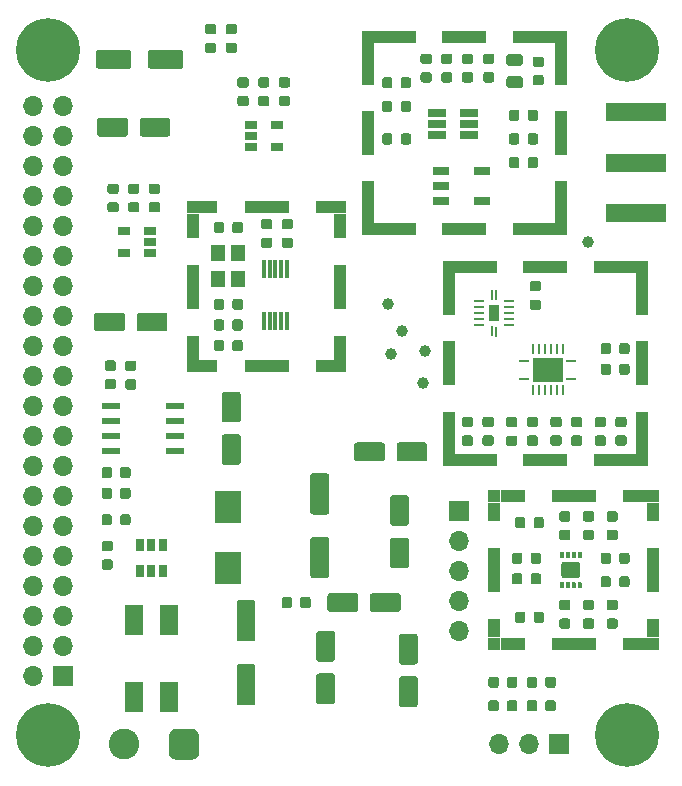
<source format=gts>
G04 #@! TF.GenerationSoftware,KiCad,Pcbnew,(5.1.4)-1*
G04 #@! TF.CreationDate,2019-09-18T21:55:27+02:00*
G04 #@! TF.ProjectId,rf-receiver,72662d72-6563-4656-9976-65722e6b6963,rev?*
G04 #@! TF.SameCoordinates,Original*
G04 #@! TF.FileFunction,Soldermask,Top*
G04 #@! TF.FilePolarity,Negative*
%FSLAX46Y46*%
G04 Gerber Fmt 4.6, Leading zero omitted, Abs format (unit mm)*
G04 Created by KiCad (PCBNEW (5.1.4)-1) date 2019-09-18 21:55:27*
%MOMM*%
%LPD*%
G04 APERTURE LIST*
%ADD10R,0.280000X0.850000*%
%ADD11R,0.850000X0.280000*%
%ADD12R,2.550000X2.050000*%
%ADD13R,0.900000X0.240000*%
%ADD14R,0.240000X0.900000*%
%ADD15R,0.900000X1.400000*%
%ADD16R,1.500000X2.500000*%
%ADD17C,0.100000*%
%ADD18C,1.600000*%
%ADD19C,0.875000*%
%ADD20R,2.200000X2.700000*%
%ADD21R,1.000000X2.130000*%
%ADD22R,1.000000X3.800000*%
%ADD23R,1.650000X1.000000*%
%ADD24R,3.800000X1.000000*%
%ADD25R,1.000000X1.000000*%
%ADD26R,2.130000X1.000000*%
%ADD27R,1.000000X1.650000*%
%ADD28R,1.000000X3.550000*%
%ADD29R,3.550000X1.000000*%
%ADD30C,0.350000*%
%ADD31C,1.400000*%
%ADD32O,1.700000X1.700000*%
%ADD33R,1.700000X1.700000*%
%ADD34R,1.200000X1.400000*%
%ADD35R,1.060000X0.650000*%
%ADD36C,1.000000*%
%ADD37R,0.400000X1.550000*%
%ADD38C,2.600000*%
%ADD39R,0.650000X1.060000*%
%ADD40R,1.550000X0.600000*%
%ADD41C,5.400000*%
%ADD42C,0.975000*%
%ADD43R,5.080000X1.500000*%
%ADD44R,1.560000X0.650000*%
%ADD45R,1.400000X0.760000*%
G04 APERTURE END LIST*
D10*
X122550000Y-86575000D03*
X122050000Y-86575000D03*
X121550000Y-86575000D03*
X121050000Y-86575000D03*
X120550000Y-86575000D03*
X120050000Y-90025000D03*
X120550000Y-90025000D03*
X121050000Y-90025000D03*
X121550000Y-90025000D03*
X122050000Y-90025000D03*
X120050000Y-86575000D03*
X122550000Y-90025000D03*
D11*
X119325000Y-89050000D03*
X119325000Y-87550000D03*
D12*
X121300000Y-88300000D03*
D11*
X123275000Y-87550000D03*
X123275000Y-89050000D03*
D13*
X115450000Y-84500000D03*
X115450000Y-84000000D03*
X115450000Y-83500000D03*
X115450000Y-83000000D03*
X115450000Y-82500000D03*
X118050000Y-84500000D03*
X118050000Y-84000000D03*
X118050000Y-83500000D03*
X118050000Y-83000000D03*
X118050000Y-82500000D03*
D14*
X116950000Y-85060000D03*
X116550000Y-85050000D03*
D15*
X116750000Y-83500000D03*
D14*
X116550000Y-81950000D03*
X116950000Y-81950000D03*
D16*
X86250000Y-116000000D03*
X89250000Y-116000000D03*
X86250000Y-109500000D03*
X89250000Y-109500000D03*
D17*
G36*
X95074504Y-93751204D02*
G01*
X95098773Y-93754804D01*
X95122571Y-93760765D01*
X95145671Y-93769030D01*
X95167849Y-93779520D01*
X95188893Y-93792133D01*
X95208598Y-93806747D01*
X95226777Y-93823223D01*
X95243253Y-93841402D01*
X95257867Y-93861107D01*
X95270480Y-93882151D01*
X95280970Y-93904329D01*
X95289235Y-93927429D01*
X95295196Y-93951227D01*
X95298796Y-93975496D01*
X95300000Y-94000000D01*
X95300000Y-96100000D01*
X95298796Y-96124504D01*
X95295196Y-96148773D01*
X95289235Y-96172571D01*
X95280970Y-96195671D01*
X95270480Y-96217849D01*
X95257867Y-96238893D01*
X95243253Y-96258598D01*
X95226777Y-96276777D01*
X95208598Y-96293253D01*
X95188893Y-96307867D01*
X95167849Y-96320480D01*
X95145671Y-96330970D01*
X95122571Y-96339235D01*
X95098773Y-96345196D01*
X95074504Y-96348796D01*
X95050000Y-96350000D01*
X93950000Y-96350000D01*
X93925496Y-96348796D01*
X93901227Y-96345196D01*
X93877429Y-96339235D01*
X93854329Y-96330970D01*
X93832151Y-96320480D01*
X93811107Y-96307867D01*
X93791402Y-96293253D01*
X93773223Y-96276777D01*
X93756747Y-96258598D01*
X93742133Y-96238893D01*
X93729520Y-96217849D01*
X93719030Y-96195671D01*
X93710765Y-96172571D01*
X93704804Y-96148773D01*
X93701204Y-96124504D01*
X93700000Y-96100000D01*
X93700000Y-94000000D01*
X93701204Y-93975496D01*
X93704804Y-93951227D01*
X93710765Y-93927429D01*
X93719030Y-93904329D01*
X93729520Y-93882151D01*
X93742133Y-93861107D01*
X93756747Y-93841402D01*
X93773223Y-93823223D01*
X93791402Y-93806747D01*
X93811107Y-93792133D01*
X93832151Y-93779520D01*
X93854329Y-93769030D01*
X93877429Y-93760765D01*
X93901227Y-93754804D01*
X93925496Y-93751204D01*
X93950000Y-93750000D01*
X95050000Y-93750000D01*
X95074504Y-93751204D01*
X95074504Y-93751204D01*
G37*
D18*
X94500000Y-95050000D03*
D17*
G36*
X95074504Y-90151204D02*
G01*
X95098773Y-90154804D01*
X95122571Y-90160765D01*
X95145671Y-90169030D01*
X95167849Y-90179520D01*
X95188893Y-90192133D01*
X95208598Y-90206747D01*
X95226777Y-90223223D01*
X95243253Y-90241402D01*
X95257867Y-90261107D01*
X95270480Y-90282151D01*
X95280970Y-90304329D01*
X95289235Y-90327429D01*
X95295196Y-90351227D01*
X95298796Y-90375496D01*
X95300000Y-90400000D01*
X95300000Y-92500000D01*
X95298796Y-92524504D01*
X95295196Y-92548773D01*
X95289235Y-92572571D01*
X95280970Y-92595671D01*
X95270480Y-92617849D01*
X95257867Y-92638893D01*
X95243253Y-92658598D01*
X95226777Y-92676777D01*
X95208598Y-92693253D01*
X95188893Y-92707867D01*
X95167849Y-92720480D01*
X95145671Y-92730970D01*
X95122571Y-92739235D01*
X95098773Y-92745196D01*
X95074504Y-92748796D01*
X95050000Y-92750000D01*
X93950000Y-92750000D01*
X93925496Y-92748796D01*
X93901227Y-92745196D01*
X93877429Y-92739235D01*
X93854329Y-92730970D01*
X93832151Y-92720480D01*
X93811107Y-92707867D01*
X93791402Y-92693253D01*
X93773223Y-92676777D01*
X93756747Y-92658598D01*
X93742133Y-92638893D01*
X93729520Y-92617849D01*
X93719030Y-92595671D01*
X93710765Y-92572571D01*
X93704804Y-92548773D01*
X93701204Y-92524504D01*
X93700000Y-92500000D01*
X93700000Y-90400000D01*
X93701204Y-90375496D01*
X93704804Y-90351227D01*
X93710765Y-90327429D01*
X93719030Y-90304329D01*
X93729520Y-90282151D01*
X93742133Y-90261107D01*
X93756747Y-90241402D01*
X93773223Y-90223223D01*
X93791402Y-90206747D01*
X93811107Y-90192133D01*
X93832151Y-90179520D01*
X93854329Y-90169030D01*
X93877429Y-90160765D01*
X93901227Y-90154804D01*
X93925496Y-90151204D01*
X93950000Y-90150000D01*
X95050000Y-90150000D01*
X95074504Y-90151204D01*
X95074504Y-90151204D01*
G37*
D18*
X94500000Y-91450000D03*
D17*
G36*
X85524504Y-66951204D02*
G01*
X85548773Y-66954804D01*
X85572571Y-66960765D01*
X85595671Y-66969030D01*
X85617849Y-66979520D01*
X85638893Y-66992133D01*
X85658598Y-67006747D01*
X85676777Y-67023223D01*
X85693253Y-67041402D01*
X85707867Y-67061107D01*
X85720480Y-67082151D01*
X85730970Y-67104329D01*
X85739235Y-67127429D01*
X85745196Y-67151227D01*
X85748796Y-67175496D01*
X85750000Y-67200000D01*
X85750000Y-68300000D01*
X85748796Y-68324504D01*
X85745196Y-68348773D01*
X85739235Y-68372571D01*
X85730970Y-68395671D01*
X85720480Y-68417849D01*
X85707867Y-68438893D01*
X85693253Y-68458598D01*
X85676777Y-68476777D01*
X85658598Y-68493253D01*
X85638893Y-68507867D01*
X85617849Y-68520480D01*
X85595671Y-68530970D01*
X85572571Y-68539235D01*
X85548773Y-68545196D01*
X85524504Y-68548796D01*
X85500000Y-68550000D01*
X83400000Y-68550000D01*
X83375496Y-68548796D01*
X83351227Y-68545196D01*
X83327429Y-68539235D01*
X83304329Y-68530970D01*
X83282151Y-68520480D01*
X83261107Y-68507867D01*
X83241402Y-68493253D01*
X83223223Y-68476777D01*
X83206747Y-68458598D01*
X83192133Y-68438893D01*
X83179520Y-68417849D01*
X83169030Y-68395671D01*
X83160765Y-68372571D01*
X83154804Y-68348773D01*
X83151204Y-68324504D01*
X83150000Y-68300000D01*
X83150000Y-67200000D01*
X83151204Y-67175496D01*
X83154804Y-67151227D01*
X83160765Y-67127429D01*
X83169030Y-67104329D01*
X83179520Y-67082151D01*
X83192133Y-67061107D01*
X83206747Y-67041402D01*
X83223223Y-67023223D01*
X83241402Y-67006747D01*
X83261107Y-66992133D01*
X83282151Y-66979520D01*
X83304329Y-66969030D01*
X83327429Y-66960765D01*
X83351227Y-66954804D01*
X83375496Y-66951204D01*
X83400000Y-66950000D01*
X85500000Y-66950000D01*
X85524504Y-66951204D01*
X85524504Y-66951204D01*
G37*
D18*
X84450000Y-67750000D03*
D17*
G36*
X89124504Y-66951204D02*
G01*
X89148773Y-66954804D01*
X89172571Y-66960765D01*
X89195671Y-66969030D01*
X89217849Y-66979520D01*
X89238893Y-66992133D01*
X89258598Y-67006747D01*
X89276777Y-67023223D01*
X89293253Y-67041402D01*
X89307867Y-67061107D01*
X89320480Y-67082151D01*
X89330970Y-67104329D01*
X89339235Y-67127429D01*
X89345196Y-67151227D01*
X89348796Y-67175496D01*
X89350000Y-67200000D01*
X89350000Y-68300000D01*
X89348796Y-68324504D01*
X89345196Y-68348773D01*
X89339235Y-68372571D01*
X89330970Y-68395671D01*
X89320480Y-68417849D01*
X89307867Y-68438893D01*
X89293253Y-68458598D01*
X89276777Y-68476777D01*
X89258598Y-68493253D01*
X89238893Y-68507867D01*
X89217849Y-68520480D01*
X89195671Y-68530970D01*
X89172571Y-68539235D01*
X89148773Y-68545196D01*
X89124504Y-68548796D01*
X89100000Y-68550000D01*
X87000000Y-68550000D01*
X86975496Y-68548796D01*
X86951227Y-68545196D01*
X86927429Y-68539235D01*
X86904329Y-68530970D01*
X86882151Y-68520480D01*
X86861107Y-68507867D01*
X86841402Y-68493253D01*
X86823223Y-68476777D01*
X86806747Y-68458598D01*
X86792133Y-68438893D01*
X86779520Y-68417849D01*
X86769030Y-68395671D01*
X86760765Y-68372571D01*
X86754804Y-68348773D01*
X86751204Y-68324504D01*
X86750000Y-68300000D01*
X86750000Y-67200000D01*
X86751204Y-67175496D01*
X86754804Y-67151227D01*
X86760765Y-67127429D01*
X86769030Y-67104329D01*
X86779520Y-67082151D01*
X86792133Y-67061107D01*
X86806747Y-67041402D01*
X86823223Y-67023223D01*
X86841402Y-67006747D01*
X86861107Y-66992133D01*
X86882151Y-66979520D01*
X86904329Y-66969030D01*
X86927429Y-66960765D01*
X86951227Y-66954804D01*
X86975496Y-66951204D01*
X87000000Y-66950000D01*
X89100000Y-66950000D01*
X89124504Y-66951204D01*
X89124504Y-66951204D01*
G37*
D18*
X88050000Y-67750000D03*
D17*
G36*
X85274504Y-83451204D02*
G01*
X85298773Y-83454804D01*
X85322571Y-83460765D01*
X85345671Y-83469030D01*
X85367849Y-83479520D01*
X85388893Y-83492133D01*
X85408598Y-83506747D01*
X85426777Y-83523223D01*
X85443253Y-83541402D01*
X85457867Y-83561107D01*
X85470480Y-83582151D01*
X85480970Y-83604329D01*
X85489235Y-83627429D01*
X85495196Y-83651227D01*
X85498796Y-83675496D01*
X85500000Y-83700000D01*
X85500000Y-84800000D01*
X85498796Y-84824504D01*
X85495196Y-84848773D01*
X85489235Y-84872571D01*
X85480970Y-84895671D01*
X85470480Y-84917849D01*
X85457867Y-84938893D01*
X85443253Y-84958598D01*
X85426777Y-84976777D01*
X85408598Y-84993253D01*
X85388893Y-85007867D01*
X85367849Y-85020480D01*
X85345671Y-85030970D01*
X85322571Y-85039235D01*
X85298773Y-85045196D01*
X85274504Y-85048796D01*
X85250000Y-85050000D01*
X83150000Y-85050000D01*
X83125496Y-85048796D01*
X83101227Y-85045196D01*
X83077429Y-85039235D01*
X83054329Y-85030970D01*
X83032151Y-85020480D01*
X83011107Y-85007867D01*
X82991402Y-84993253D01*
X82973223Y-84976777D01*
X82956747Y-84958598D01*
X82942133Y-84938893D01*
X82929520Y-84917849D01*
X82919030Y-84895671D01*
X82910765Y-84872571D01*
X82904804Y-84848773D01*
X82901204Y-84824504D01*
X82900000Y-84800000D01*
X82900000Y-83700000D01*
X82901204Y-83675496D01*
X82904804Y-83651227D01*
X82910765Y-83627429D01*
X82919030Y-83604329D01*
X82929520Y-83582151D01*
X82942133Y-83561107D01*
X82956747Y-83541402D01*
X82973223Y-83523223D01*
X82991402Y-83506747D01*
X83011107Y-83492133D01*
X83032151Y-83479520D01*
X83054329Y-83469030D01*
X83077429Y-83460765D01*
X83101227Y-83454804D01*
X83125496Y-83451204D01*
X83150000Y-83450000D01*
X85250000Y-83450000D01*
X85274504Y-83451204D01*
X85274504Y-83451204D01*
G37*
D18*
X84200000Y-84250000D03*
D17*
G36*
X88874504Y-83451204D02*
G01*
X88898773Y-83454804D01*
X88922571Y-83460765D01*
X88945671Y-83469030D01*
X88967849Y-83479520D01*
X88988893Y-83492133D01*
X89008598Y-83506747D01*
X89026777Y-83523223D01*
X89043253Y-83541402D01*
X89057867Y-83561107D01*
X89070480Y-83582151D01*
X89080970Y-83604329D01*
X89089235Y-83627429D01*
X89095196Y-83651227D01*
X89098796Y-83675496D01*
X89100000Y-83700000D01*
X89100000Y-84800000D01*
X89098796Y-84824504D01*
X89095196Y-84848773D01*
X89089235Y-84872571D01*
X89080970Y-84895671D01*
X89070480Y-84917849D01*
X89057867Y-84938893D01*
X89043253Y-84958598D01*
X89026777Y-84976777D01*
X89008598Y-84993253D01*
X88988893Y-85007867D01*
X88967849Y-85020480D01*
X88945671Y-85030970D01*
X88922571Y-85039235D01*
X88898773Y-85045196D01*
X88874504Y-85048796D01*
X88850000Y-85050000D01*
X86750000Y-85050000D01*
X86725496Y-85048796D01*
X86701227Y-85045196D01*
X86677429Y-85039235D01*
X86654329Y-85030970D01*
X86632151Y-85020480D01*
X86611107Y-85007867D01*
X86591402Y-84993253D01*
X86573223Y-84976777D01*
X86556747Y-84958598D01*
X86542133Y-84938893D01*
X86529520Y-84917849D01*
X86519030Y-84895671D01*
X86510765Y-84872571D01*
X86504804Y-84848773D01*
X86501204Y-84824504D01*
X86500000Y-84800000D01*
X86500000Y-83700000D01*
X86501204Y-83675496D01*
X86504804Y-83651227D01*
X86510765Y-83627429D01*
X86519030Y-83604329D01*
X86529520Y-83582151D01*
X86542133Y-83561107D01*
X86556747Y-83541402D01*
X86573223Y-83523223D01*
X86591402Y-83506747D01*
X86611107Y-83492133D01*
X86632151Y-83479520D01*
X86654329Y-83469030D01*
X86677429Y-83460765D01*
X86701227Y-83454804D01*
X86725496Y-83451204D01*
X86750000Y-83450000D01*
X88850000Y-83450000D01*
X88874504Y-83451204D01*
X88874504Y-83451204D01*
G37*
D18*
X87800000Y-84250000D03*
D17*
G36*
X108624504Y-107201204D02*
G01*
X108648773Y-107204804D01*
X108672571Y-107210765D01*
X108695671Y-107219030D01*
X108717849Y-107229520D01*
X108738893Y-107242133D01*
X108758598Y-107256747D01*
X108776777Y-107273223D01*
X108793253Y-107291402D01*
X108807867Y-107311107D01*
X108820480Y-107332151D01*
X108830970Y-107354329D01*
X108839235Y-107377429D01*
X108845196Y-107401227D01*
X108848796Y-107425496D01*
X108850000Y-107450000D01*
X108850000Y-108550000D01*
X108848796Y-108574504D01*
X108845196Y-108598773D01*
X108839235Y-108622571D01*
X108830970Y-108645671D01*
X108820480Y-108667849D01*
X108807867Y-108688893D01*
X108793253Y-108708598D01*
X108776777Y-108726777D01*
X108758598Y-108743253D01*
X108738893Y-108757867D01*
X108717849Y-108770480D01*
X108695671Y-108780970D01*
X108672571Y-108789235D01*
X108648773Y-108795196D01*
X108624504Y-108798796D01*
X108600000Y-108800000D01*
X106500000Y-108800000D01*
X106475496Y-108798796D01*
X106451227Y-108795196D01*
X106427429Y-108789235D01*
X106404329Y-108780970D01*
X106382151Y-108770480D01*
X106361107Y-108757867D01*
X106341402Y-108743253D01*
X106323223Y-108726777D01*
X106306747Y-108708598D01*
X106292133Y-108688893D01*
X106279520Y-108667849D01*
X106269030Y-108645671D01*
X106260765Y-108622571D01*
X106254804Y-108598773D01*
X106251204Y-108574504D01*
X106250000Y-108550000D01*
X106250000Y-107450000D01*
X106251204Y-107425496D01*
X106254804Y-107401227D01*
X106260765Y-107377429D01*
X106269030Y-107354329D01*
X106279520Y-107332151D01*
X106292133Y-107311107D01*
X106306747Y-107291402D01*
X106323223Y-107273223D01*
X106341402Y-107256747D01*
X106361107Y-107242133D01*
X106382151Y-107229520D01*
X106404329Y-107219030D01*
X106427429Y-107210765D01*
X106451227Y-107204804D01*
X106475496Y-107201204D01*
X106500000Y-107200000D01*
X108600000Y-107200000D01*
X108624504Y-107201204D01*
X108624504Y-107201204D01*
G37*
D18*
X107550000Y-108000000D03*
D17*
G36*
X105024504Y-107201204D02*
G01*
X105048773Y-107204804D01*
X105072571Y-107210765D01*
X105095671Y-107219030D01*
X105117849Y-107229520D01*
X105138893Y-107242133D01*
X105158598Y-107256747D01*
X105176777Y-107273223D01*
X105193253Y-107291402D01*
X105207867Y-107311107D01*
X105220480Y-107332151D01*
X105230970Y-107354329D01*
X105239235Y-107377429D01*
X105245196Y-107401227D01*
X105248796Y-107425496D01*
X105250000Y-107450000D01*
X105250000Y-108550000D01*
X105248796Y-108574504D01*
X105245196Y-108598773D01*
X105239235Y-108622571D01*
X105230970Y-108645671D01*
X105220480Y-108667849D01*
X105207867Y-108688893D01*
X105193253Y-108708598D01*
X105176777Y-108726777D01*
X105158598Y-108743253D01*
X105138893Y-108757867D01*
X105117849Y-108770480D01*
X105095671Y-108780970D01*
X105072571Y-108789235D01*
X105048773Y-108795196D01*
X105024504Y-108798796D01*
X105000000Y-108800000D01*
X102900000Y-108800000D01*
X102875496Y-108798796D01*
X102851227Y-108795196D01*
X102827429Y-108789235D01*
X102804329Y-108780970D01*
X102782151Y-108770480D01*
X102761107Y-108757867D01*
X102741402Y-108743253D01*
X102723223Y-108726777D01*
X102706747Y-108708598D01*
X102692133Y-108688893D01*
X102679520Y-108667849D01*
X102669030Y-108645671D01*
X102660765Y-108622571D01*
X102654804Y-108598773D01*
X102651204Y-108574504D01*
X102650000Y-108550000D01*
X102650000Y-107450000D01*
X102651204Y-107425496D01*
X102654804Y-107401227D01*
X102660765Y-107377429D01*
X102669030Y-107354329D01*
X102679520Y-107332151D01*
X102692133Y-107311107D01*
X102706747Y-107291402D01*
X102723223Y-107273223D01*
X102741402Y-107256747D01*
X102761107Y-107242133D01*
X102782151Y-107229520D01*
X102804329Y-107219030D01*
X102827429Y-107210765D01*
X102851227Y-107204804D01*
X102875496Y-107201204D01*
X102900000Y-107200000D01*
X105000000Y-107200000D01*
X105024504Y-107201204D01*
X105024504Y-107201204D01*
G37*
D18*
X103950000Y-108000000D03*
D17*
G36*
X110074504Y-114251204D02*
G01*
X110098773Y-114254804D01*
X110122571Y-114260765D01*
X110145671Y-114269030D01*
X110167849Y-114279520D01*
X110188893Y-114292133D01*
X110208598Y-114306747D01*
X110226777Y-114323223D01*
X110243253Y-114341402D01*
X110257867Y-114361107D01*
X110270480Y-114382151D01*
X110280970Y-114404329D01*
X110289235Y-114427429D01*
X110295196Y-114451227D01*
X110298796Y-114475496D01*
X110300000Y-114500000D01*
X110300000Y-116600000D01*
X110298796Y-116624504D01*
X110295196Y-116648773D01*
X110289235Y-116672571D01*
X110280970Y-116695671D01*
X110270480Y-116717849D01*
X110257867Y-116738893D01*
X110243253Y-116758598D01*
X110226777Y-116776777D01*
X110208598Y-116793253D01*
X110188893Y-116807867D01*
X110167849Y-116820480D01*
X110145671Y-116830970D01*
X110122571Y-116839235D01*
X110098773Y-116845196D01*
X110074504Y-116848796D01*
X110050000Y-116850000D01*
X108950000Y-116850000D01*
X108925496Y-116848796D01*
X108901227Y-116845196D01*
X108877429Y-116839235D01*
X108854329Y-116830970D01*
X108832151Y-116820480D01*
X108811107Y-116807867D01*
X108791402Y-116793253D01*
X108773223Y-116776777D01*
X108756747Y-116758598D01*
X108742133Y-116738893D01*
X108729520Y-116717849D01*
X108719030Y-116695671D01*
X108710765Y-116672571D01*
X108704804Y-116648773D01*
X108701204Y-116624504D01*
X108700000Y-116600000D01*
X108700000Y-114500000D01*
X108701204Y-114475496D01*
X108704804Y-114451227D01*
X108710765Y-114427429D01*
X108719030Y-114404329D01*
X108729520Y-114382151D01*
X108742133Y-114361107D01*
X108756747Y-114341402D01*
X108773223Y-114323223D01*
X108791402Y-114306747D01*
X108811107Y-114292133D01*
X108832151Y-114279520D01*
X108854329Y-114269030D01*
X108877429Y-114260765D01*
X108901227Y-114254804D01*
X108925496Y-114251204D01*
X108950000Y-114250000D01*
X110050000Y-114250000D01*
X110074504Y-114251204D01*
X110074504Y-114251204D01*
G37*
D18*
X109500000Y-115550000D03*
D17*
G36*
X110074504Y-110651204D02*
G01*
X110098773Y-110654804D01*
X110122571Y-110660765D01*
X110145671Y-110669030D01*
X110167849Y-110679520D01*
X110188893Y-110692133D01*
X110208598Y-110706747D01*
X110226777Y-110723223D01*
X110243253Y-110741402D01*
X110257867Y-110761107D01*
X110270480Y-110782151D01*
X110280970Y-110804329D01*
X110289235Y-110827429D01*
X110295196Y-110851227D01*
X110298796Y-110875496D01*
X110300000Y-110900000D01*
X110300000Y-113000000D01*
X110298796Y-113024504D01*
X110295196Y-113048773D01*
X110289235Y-113072571D01*
X110280970Y-113095671D01*
X110270480Y-113117849D01*
X110257867Y-113138893D01*
X110243253Y-113158598D01*
X110226777Y-113176777D01*
X110208598Y-113193253D01*
X110188893Y-113207867D01*
X110167849Y-113220480D01*
X110145671Y-113230970D01*
X110122571Y-113239235D01*
X110098773Y-113245196D01*
X110074504Y-113248796D01*
X110050000Y-113250000D01*
X108950000Y-113250000D01*
X108925496Y-113248796D01*
X108901227Y-113245196D01*
X108877429Y-113239235D01*
X108854329Y-113230970D01*
X108832151Y-113220480D01*
X108811107Y-113207867D01*
X108791402Y-113193253D01*
X108773223Y-113176777D01*
X108756747Y-113158598D01*
X108742133Y-113138893D01*
X108729520Y-113117849D01*
X108719030Y-113095671D01*
X108710765Y-113072571D01*
X108704804Y-113048773D01*
X108701204Y-113024504D01*
X108700000Y-113000000D01*
X108700000Y-110900000D01*
X108701204Y-110875496D01*
X108704804Y-110851227D01*
X108710765Y-110827429D01*
X108719030Y-110804329D01*
X108729520Y-110782151D01*
X108742133Y-110761107D01*
X108756747Y-110741402D01*
X108773223Y-110723223D01*
X108791402Y-110706747D01*
X108811107Y-110692133D01*
X108832151Y-110679520D01*
X108854329Y-110669030D01*
X108877429Y-110660765D01*
X108901227Y-110654804D01*
X108925496Y-110651204D01*
X108950000Y-110650000D01*
X110050000Y-110650000D01*
X110074504Y-110651204D01*
X110074504Y-110651204D01*
G37*
D18*
X109500000Y-111950000D03*
D17*
G36*
X103074504Y-114001204D02*
G01*
X103098773Y-114004804D01*
X103122571Y-114010765D01*
X103145671Y-114019030D01*
X103167849Y-114029520D01*
X103188893Y-114042133D01*
X103208598Y-114056747D01*
X103226777Y-114073223D01*
X103243253Y-114091402D01*
X103257867Y-114111107D01*
X103270480Y-114132151D01*
X103280970Y-114154329D01*
X103289235Y-114177429D01*
X103295196Y-114201227D01*
X103298796Y-114225496D01*
X103300000Y-114250000D01*
X103300000Y-116350000D01*
X103298796Y-116374504D01*
X103295196Y-116398773D01*
X103289235Y-116422571D01*
X103280970Y-116445671D01*
X103270480Y-116467849D01*
X103257867Y-116488893D01*
X103243253Y-116508598D01*
X103226777Y-116526777D01*
X103208598Y-116543253D01*
X103188893Y-116557867D01*
X103167849Y-116570480D01*
X103145671Y-116580970D01*
X103122571Y-116589235D01*
X103098773Y-116595196D01*
X103074504Y-116598796D01*
X103050000Y-116600000D01*
X101950000Y-116600000D01*
X101925496Y-116598796D01*
X101901227Y-116595196D01*
X101877429Y-116589235D01*
X101854329Y-116580970D01*
X101832151Y-116570480D01*
X101811107Y-116557867D01*
X101791402Y-116543253D01*
X101773223Y-116526777D01*
X101756747Y-116508598D01*
X101742133Y-116488893D01*
X101729520Y-116467849D01*
X101719030Y-116445671D01*
X101710765Y-116422571D01*
X101704804Y-116398773D01*
X101701204Y-116374504D01*
X101700000Y-116350000D01*
X101700000Y-114250000D01*
X101701204Y-114225496D01*
X101704804Y-114201227D01*
X101710765Y-114177429D01*
X101719030Y-114154329D01*
X101729520Y-114132151D01*
X101742133Y-114111107D01*
X101756747Y-114091402D01*
X101773223Y-114073223D01*
X101791402Y-114056747D01*
X101811107Y-114042133D01*
X101832151Y-114029520D01*
X101854329Y-114019030D01*
X101877429Y-114010765D01*
X101901227Y-114004804D01*
X101925496Y-114001204D01*
X101950000Y-114000000D01*
X103050000Y-114000000D01*
X103074504Y-114001204D01*
X103074504Y-114001204D01*
G37*
D18*
X102500000Y-115300000D03*
D17*
G36*
X103074504Y-110401204D02*
G01*
X103098773Y-110404804D01*
X103122571Y-110410765D01*
X103145671Y-110419030D01*
X103167849Y-110429520D01*
X103188893Y-110442133D01*
X103208598Y-110456747D01*
X103226777Y-110473223D01*
X103243253Y-110491402D01*
X103257867Y-110511107D01*
X103270480Y-110532151D01*
X103280970Y-110554329D01*
X103289235Y-110577429D01*
X103295196Y-110601227D01*
X103298796Y-110625496D01*
X103300000Y-110650000D01*
X103300000Y-112750000D01*
X103298796Y-112774504D01*
X103295196Y-112798773D01*
X103289235Y-112822571D01*
X103280970Y-112845671D01*
X103270480Y-112867849D01*
X103257867Y-112888893D01*
X103243253Y-112908598D01*
X103226777Y-112926777D01*
X103208598Y-112943253D01*
X103188893Y-112957867D01*
X103167849Y-112970480D01*
X103145671Y-112980970D01*
X103122571Y-112989235D01*
X103098773Y-112995196D01*
X103074504Y-112998796D01*
X103050000Y-113000000D01*
X101950000Y-113000000D01*
X101925496Y-112998796D01*
X101901227Y-112995196D01*
X101877429Y-112989235D01*
X101854329Y-112980970D01*
X101832151Y-112970480D01*
X101811107Y-112957867D01*
X101791402Y-112943253D01*
X101773223Y-112926777D01*
X101756747Y-112908598D01*
X101742133Y-112888893D01*
X101729520Y-112867849D01*
X101719030Y-112845671D01*
X101710765Y-112822571D01*
X101704804Y-112798773D01*
X101701204Y-112774504D01*
X101700000Y-112750000D01*
X101700000Y-110650000D01*
X101701204Y-110625496D01*
X101704804Y-110601227D01*
X101710765Y-110577429D01*
X101719030Y-110554329D01*
X101729520Y-110532151D01*
X101742133Y-110511107D01*
X101756747Y-110491402D01*
X101773223Y-110473223D01*
X101791402Y-110456747D01*
X101811107Y-110442133D01*
X101832151Y-110429520D01*
X101854329Y-110419030D01*
X101877429Y-110410765D01*
X101901227Y-110404804D01*
X101925496Y-110401204D01*
X101950000Y-110400000D01*
X103050000Y-110400000D01*
X103074504Y-110401204D01*
X103074504Y-110401204D01*
G37*
D18*
X102500000Y-111700000D03*
D17*
G36*
X126452691Y-105776053D02*
G01*
X126473926Y-105779203D01*
X126494750Y-105784419D01*
X126514962Y-105791651D01*
X126534368Y-105800830D01*
X126552781Y-105811866D01*
X126570024Y-105824654D01*
X126585930Y-105839070D01*
X126600346Y-105854976D01*
X126613134Y-105872219D01*
X126624170Y-105890632D01*
X126633349Y-105910038D01*
X126640581Y-105930250D01*
X126645797Y-105951074D01*
X126648947Y-105972309D01*
X126650000Y-105993750D01*
X126650000Y-106506250D01*
X126648947Y-106527691D01*
X126645797Y-106548926D01*
X126640581Y-106569750D01*
X126633349Y-106589962D01*
X126624170Y-106609368D01*
X126613134Y-106627781D01*
X126600346Y-106645024D01*
X126585930Y-106660930D01*
X126570024Y-106675346D01*
X126552781Y-106688134D01*
X126534368Y-106699170D01*
X126514962Y-106708349D01*
X126494750Y-106715581D01*
X126473926Y-106720797D01*
X126452691Y-106723947D01*
X126431250Y-106725000D01*
X125993750Y-106725000D01*
X125972309Y-106723947D01*
X125951074Y-106720797D01*
X125930250Y-106715581D01*
X125910038Y-106708349D01*
X125890632Y-106699170D01*
X125872219Y-106688134D01*
X125854976Y-106675346D01*
X125839070Y-106660930D01*
X125824654Y-106645024D01*
X125811866Y-106627781D01*
X125800830Y-106609368D01*
X125791651Y-106589962D01*
X125784419Y-106569750D01*
X125779203Y-106548926D01*
X125776053Y-106527691D01*
X125775000Y-106506250D01*
X125775000Y-105993750D01*
X125776053Y-105972309D01*
X125779203Y-105951074D01*
X125784419Y-105930250D01*
X125791651Y-105910038D01*
X125800830Y-105890632D01*
X125811866Y-105872219D01*
X125824654Y-105854976D01*
X125839070Y-105839070D01*
X125854976Y-105824654D01*
X125872219Y-105811866D01*
X125890632Y-105800830D01*
X125910038Y-105791651D01*
X125930250Y-105784419D01*
X125951074Y-105779203D01*
X125972309Y-105776053D01*
X125993750Y-105775000D01*
X126431250Y-105775000D01*
X126452691Y-105776053D01*
X126452691Y-105776053D01*
G37*
D19*
X126212500Y-106250000D03*
D17*
G36*
X128027691Y-105776053D02*
G01*
X128048926Y-105779203D01*
X128069750Y-105784419D01*
X128089962Y-105791651D01*
X128109368Y-105800830D01*
X128127781Y-105811866D01*
X128145024Y-105824654D01*
X128160930Y-105839070D01*
X128175346Y-105854976D01*
X128188134Y-105872219D01*
X128199170Y-105890632D01*
X128208349Y-105910038D01*
X128215581Y-105930250D01*
X128220797Y-105951074D01*
X128223947Y-105972309D01*
X128225000Y-105993750D01*
X128225000Y-106506250D01*
X128223947Y-106527691D01*
X128220797Y-106548926D01*
X128215581Y-106569750D01*
X128208349Y-106589962D01*
X128199170Y-106609368D01*
X128188134Y-106627781D01*
X128175346Y-106645024D01*
X128160930Y-106660930D01*
X128145024Y-106675346D01*
X128127781Y-106688134D01*
X128109368Y-106699170D01*
X128089962Y-106708349D01*
X128069750Y-106715581D01*
X128048926Y-106720797D01*
X128027691Y-106723947D01*
X128006250Y-106725000D01*
X127568750Y-106725000D01*
X127547309Y-106723947D01*
X127526074Y-106720797D01*
X127505250Y-106715581D01*
X127485038Y-106708349D01*
X127465632Y-106699170D01*
X127447219Y-106688134D01*
X127429976Y-106675346D01*
X127414070Y-106660930D01*
X127399654Y-106645024D01*
X127386866Y-106627781D01*
X127375830Y-106609368D01*
X127366651Y-106589962D01*
X127359419Y-106569750D01*
X127354203Y-106548926D01*
X127351053Y-106527691D01*
X127350000Y-106506250D01*
X127350000Y-105993750D01*
X127351053Y-105972309D01*
X127354203Y-105951074D01*
X127359419Y-105930250D01*
X127366651Y-105910038D01*
X127375830Y-105890632D01*
X127386866Y-105872219D01*
X127399654Y-105854976D01*
X127414070Y-105839070D01*
X127429976Y-105824654D01*
X127447219Y-105811866D01*
X127465632Y-105800830D01*
X127485038Y-105791651D01*
X127505250Y-105784419D01*
X127526074Y-105779203D01*
X127547309Y-105776053D01*
X127568750Y-105775000D01*
X128006250Y-105775000D01*
X128027691Y-105776053D01*
X128027691Y-105776053D01*
G37*
D19*
X127787500Y-106250000D03*
D17*
G36*
X88277691Y-72526053D02*
G01*
X88298926Y-72529203D01*
X88319750Y-72534419D01*
X88339962Y-72541651D01*
X88359368Y-72550830D01*
X88377781Y-72561866D01*
X88395024Y-72574654D01*
X88410930Y-72589070D01*
X88425346Y-72604976D01*
X88438134Y-72622219D01*
X88449170Y-72640632D01*
X88458349Y-72660038D01*
X88465581Y-72680250D01*
X88470797Y-72701074D01*
X88473947Y-72722309D01*
X88475000Y-72743750D01*
X88475000Y-73181250D01*
X88473947Y-73202691D01*
X88470797Y-73223926D01*
X88465581Y-73244750D01*
X88458349Y-73264962D01*
X88449170Y-73284368D01*
X88438134Y-73302781D01*
X88425346Y-73320024D01*
X88410930Y-73335930D01*
X88395024Y-73350346D01*
X88377781Y-73363134D01*
X88359368Y-73374170D01*
X88339962Y-73383349D01*
X88319750Y-73390581D01*
X88298926Y-73395797D01*
X88277691Y-73398947D01*
X88256250Y-73400000D01*
X87743750Y-73400000D01*
X87722309Y-73398947D01*
X87701074Y-73395797D01*
X87680250Y-73390581D01*
X87660038Y-73383349D01*
X87640632Y-73374170D01*
X87622219Y-73363134D01*
X87604976Y-73350346D01*
X87589070Y-73335930D01*
X87574654Y-73320024D01*
X87561866Y-73302781D01*
X87550830Y-73284368D01*
X87541651Y-73264962D01*
X87534419Y-73244750D01*
X87529203Y-73223926D01*
X87526053Y-73202691D01*
X87525000Y-73181250D01*
X87525000Y-72743750D01*
X87526053Y-72722309D01*
X87529203Y-72701074D01*
X87534419Y-72680250D01*
X87541651Y-72660038D01*
X87550830Y-72640632D01*
X87561866Y-72622219D01*
X87574654Y-72604976D01*
X87589070Y-72589070D01*
X87604976Y-72574654D01*
X87622219Y-72561866D01*
X87640632Y-72550830D01*
X87660038Y-72541651D01*
X87680250Y-72534419D01*
X87701074Y-72529203D01*
X87722309Y-72526053D01*
X87743750Y-72525000D01*
X88256250Y-72525000D01*
X88277691Y-72526053D01*
X88277691Y-72526053D01*
G37*
D19*
X88000000Y-72962500D03*
D17*
G36*
X88277691Y-74101053D02*
G01*
X88298926Y-74104203D01*
X88319750Y-74109419D01*
X88339962Y-74116651D01*
X88359368Y-74125830D01*
X88377781Y-74136866D01*
X88395024Y-74149654D01*
X88410930Y-74164070D01*
X88425346Y-74179976D01*
X88438134Y-74197219D01*
X88449170Y-74215632D01*
X88458349Y-74235038D01*
X88465581Y-74255250D01*
X88470797Y-74276074D01*
X88473947Y-74297309D01*
X88475000Y-74318750D01*
X88475000Y-74756250D01*
X88473947Y-74777691D01*
X88470797Y-74798926D01*
X88465581Y-74819750D01*
X88458349Y-74839962D01*
X88449170Y-74859368D01*
X88438134Y-74877781D01*
X88425346Y-74895024D01*
X88410930Y-74910930D01*
X88395024Y-74925346D01*
X88377781Y-74938134D01*
X88359368Y-74949170D01*
X88339962Y-74958349D01*
X88319750Y-74965581D01*
X88298926Y-74970797D01*
X88277691Y-74973947D01*
X88256250Y-74975000D01*
X87743750Y-74975000D01*
X87722309Y-74973947D01*
X87701074Y-74970797D01*
X87680250Y-74965581D01*
X87660038Y-74958349D01*
X87640632Y-74949170D01*
X87622219Y-74938134D01*
X87604976Y-74925346D01*
X87589070Y-74910930D01*
X87574654Y-74895024D01*
X87561866Y-74877781D01*
X87550830Y-74859368D01*
X87541651Y-74839962D01*
X87534419Y-74819750D01*
X87529203Y-74798926D01*
X87526053Y-74777691D01*
X87525000Y-74756250D01*
X87525000Y-74318750D01*
X87526053Y-74297309D01*
X87529203Y-74276074D01*
X87534419Y-74255250D01*
X87541651Y-74235038D01*
X87550830Y-74215632D01*
X87561866Y-74197219D01*
X87574654Y-74179976D01*
X87589070Y-74164070D01*
X87604976Y-74149654D01*
X87622219Y-74136866D01*
X87640632Y-74125830D01*
X87660038Y-74116651D01*
X87680250Y-74109419D01*
X87701074Y-74104203D01*
X87722309Y-74101053D01*
X87743750Y-74100000D01*
X88256250Y-74100000D01*
X88277691Y-74101053D01*
X88277691Y-74101053D01*
G37*
D19*
X88000000Y-74537500D03*
D17*
G36*
X84777691Y-72526053D02*
G01*
X84798926Y-72529203D01*
X84819750Y-72534419D01*
X84839962Y-72541651D01*
X84859368Y-72550830D01*
X84877781Y-72561866D01*
X84895024Y-72574654D01*
X84910930Y-72589070D01*
X84925346Y-72604976D01*
X84938134Y-72622219D01*
X84949170Y-72640632D01*
X84958349Y-72660038D01*
X84965581Y-72680250D01*
X84970797Y-72701074D01*
X84973947Y-72722309D01*
X84975000Y-72743750D01*
X84975000Y-73181250D01*
X84973947Y-73202691D01*
X84970797Y-73223926D01*
X84965581Y-73244750D01*
X84958349Y-73264962D01*
X84949170Y-73284368D01*
X84938134Y-73302781D01*
X84925346Y-73320024D01*
X84910930Y-73335930D01*
X84895024Y-73350346D01*
X84877781Y-73363134D01*
X84859368Y-73374170D01*
X84839962Y-73383349D01*
X84819750Y-73390581D01*
X84798926Y-73395797D01*
X84777691Y-73398947D01*
X84756250Y-73400000D01*
X84243750Y-73400000D01*
X84222309Y-73398947D01*
X84201074Y-73395797D01*
X84180250Y-73390581D01*
X84160038Y-73383349D01*
X84140632Y-73374170D01*
X84122219Y-73363134D01*
X84104976Y-73350346D01*
X84089070Y-73335930D01*
X84074654Y-73320024D01*
X84061866Y-73302781D01*
X84050830Y-73284368D01*
X84041651Y-73264962D01*
X84034419Y-73244750D01*
X84029203Y-73223926D01*
X84026053Y-73202691D01*
X84025000Y-73181250D01*
X84025000Y-72743750D01*
X84026053Y-72722309D01*
X84029203Y-72701074D01*
X84034419Y-72680250D01*
X84041651Y-72660038D01*
X84050830Y-72640632D01*
X84061866Y-72622219D01*
X84074654Y-72604976D01*
X84089070Y-72589070D01*
X84104976Y-72574654D01*
X84122219Y-72561866D01*
X84140632Y-72550830D01*
X84160038Y-72541651D01*
X84180250Y-72534419D01*
X84201074Y-72529203D01*
X84222309Y-72526053D01*
X84243750Y-72525000D01*
X84756250Y-72525000D01*
X84777691Y-72526053D01*
X84777691Y-72526053D01*
G37*
D19*
X84500000Y-72962500D03*
D17*
G36*
X84777691Y-74101053D02*
G01*
X84798926Y-74104203D01*
X84819750Y-74109419D01*
X84839962Y-74116651D01*
X84859368Y-74125830D01*
X84877781Y-74136866D01*
X84895024Y-74149654D01*
X84910930Y-74164070D01*
X84925346Y-74179976D01*
X84938134Y-74197219D01*
X84949170Y-74215632D01*
X84958349Y-74235038D01*
X84965581Y-74255250D01*
X84970797Y-74276074D01*
X84973947Y-74297309D01*
X84975000Y-74318750D01*
X84975000Y-74756250D01*
X84973947Y-74777691D01*
X84970797Y-74798926D01*
X84965581Y-74819750D01*
X84958349Y-74839962D01*
X84949170Y-74859368D01*
X84938134Y-74877781D01*
X84925346Y-74895024D01*
X84910930Y-74910930D01*
X84895024Y-74925346D01*
X84877781Y-74938134D01*
X84859368Y-74949170D01*
X84839962Y-74958349D01*
X84819750Y-74965581D01*
X84798926Y-74970797D01*
X84777691Y-74973947D01*
X84756250Y-74975000D01*
X84243750Y-74975000D01*
X84222309Y-74973947D01*
X84201074Y-74970797D01*
X84180250Y-74965581D01*
X84160038Y-74958349D01*
X84140632Y-74949170D01*
X84122219Y-74938134D01*
X84104976Y-74925346D01*
X84089070Y-74910930D01*
X84074654Y-74895024D01*
X84061866Y-74877781D01*
X84050830Y-74859368D01*
X84041651Y-74839962D01*
X84034419Y-74819750D01*
X84029203Y-74798926D01*
X84026053Y-74777691D01*
X84025000Y-74756250D01*
X84025000Y-74318750D01*
X84026053Y-74297309D01*
X84029203Y-74276074D01*
X84034419Y-74255250D01*
X84041651Y-74235038D01*
X84050830Y-74215632D01*
X84061866Y-74197219D01*
X84074654Y-74179976D01*
X84089070Y-74164070D01*
X84104976Y-74149654D01*
X84122219Y-74136866D01*
X84140632Y-74125830D01*
X84160038Y-74116651D01*
X84180250Y-74109419D01*
X84201074Y-74104203D01*
X84222309Y-74101053D01*
X84243750Y-74100000D01*
X84756250Y-74100000D01*
X84777691Y-74101053D01*
X84777691Y-74101053D01*
G37*
D19*
X84500000Y-74537500D03*
D17*
G36*
X95777691Y-65101053D02*
G01*
X95798926Y-65104203D01*
X95819750Y-65109419D01*
X95839962Y-65116651D01*
X95859368Y-65125830D01*
X95877781Y-65136866D01*
X95895024Y-65149654D01*
X95910930Y-65164070D01*
X95925346Y-65179976D01*
X95938134Y-65197219D01*
X95949170Y-65215632D01*
X95958349Y-65235038D01*
X95965581Y-65255250D01*
X95970797Y-65276074D01*
X95973947Y-65297309D01*
X95975000Y-65318750D01*
X95975000Y-65756250D01*
X95973947Y-65777691D01*
X95970797Y-65798926D01*
X95965581Y-65819750D01*
X95958349Y-65839962D01*
X95949170Y-65859368D01*
X95938134Y-65877781D01*
X95925346Y-65895024D01*
X95910930Y-65910930D01*
X95895024Y-65925346D01*
X95877781Y-65938134D01*
X95859368Y-65949170D01*
X95839962Y-65958349D01*
X95819750Y-65965581D01*
X95798926Y-65970797D01*
X95777691Y-65973947D01*
X95756250Y-65975000D01*
X95243750Y-65975000D01*
X95222309Y-65973947D01*
X95201074Y-65970797D01*
X95180250Y-65965581D01*
X95160038Y-65958349D01*
X95140632Y-65949170D01*
X95122219Y-65938134D01*
X95104976Y-65925346D01*
X95089070Y-65910930D01*
X95074654Y-65895024D01*
X95061866Y-65877781D01*
X95050830Y-65859368D01*
X95041651Y-65839962D01*
X95034419Y-65819750D01*
X95029203Y-65798926D01*
X95026053Y-65777691D01*
X95025000Y-65756250D01*
X95025000Y-65318750D01*
X95026053Y-65297309D01*
X95029203Y-65276074D01*
X95034419Y-65255250D01*
X95041651Y-65235038D01*
X95050830Y-65215632D01*
X95061866Y-65197219D01*
X95074654Y-65179976D01*
X95089070Y-65164070D01*
X95104976Y-65149654D01*
X95122219Y-65136866D01*
X95140632Y-65125830D01*
X95160038Y-65116651D01*
X95180250Y-65109419D01*
X95201074Y-65104203D01*
X95222309Y-65101053D01*
X95243750Y-65100000D01*
X95756250Y-65100000D01*
X95777691Y-65101053D01*
X95777691Y-65101053D01*
G37*
D19*
X95500000Y-65537500D03*
D17*
G36*
X95777691Y-63526053D02*
G01*
X95798926Y-63529203D01*
X95819750Y-63534419D01*
X95839962Y-63541651D01*
X95859368Y-63550830D01*
X95877781Y-63561866D01*
X95895024Y-63574654D01*
X95910930Y-63589070D01*
X95925346Y-63604976D01*
X95938134Y-63622219D01*
X95949170Y-63640632D01*
X95958349Y-63660038D01*
X95965581Y-63680250D01*
X95970797Y-63701074D01*
X95973947Y-63722309D01*
X95975000Y-63743750D01*
X95975000Y-64181250D01*
X95973947Y-64202691D01*
X95970797Y-64223926D01*
X95965581Y-64244750D01*
X95958349Y-64264962D01*
X95949170Y-64284368D01*
X95938134Y-64302781D01*
X95925346Y-64320024D01*
X95910930Y-64335930D01*
X95895024Y-64350346D01*
X95877781Y-64363134D01*
X95859368Y-64374170D01*
X95839962Y-64383349D01*
X95819750Y-64390581D01*
X95798926Y-64395797D01*
X95777691Y-64398947D01*
X95756250Y-64400000D01*
X95243750Y-64400000D01*
X95222309Y-64398947D01*
X95201074Y-64395797D01*
X95180250Y-64390581D01*
X95160038Y-64383349D01*
X95140632Y-64374170D01*
X95122219Y-64363134D01*
X95104976Y-64350346D01*
X95089070Y-64335930D01*
X95074654Y-64320024D01*
X95061866Y-64302781D01*
X95050830Y-64284368D01*
X95041651Y-64264962D01*
X95034419Y-64244750D01*
X95029203Y-64223926D01*
X95026053Y-64202691D01*
X95025000Y-64181250D01*
X95025000Y-63743750D01*
X95026053Y-63722309D01*
X95029203Y-63701074D01*
X95034419Y-63680250D01*
X95041651Y-63660038D01*
X95050830Y-63640632D01*
X95061866Y-63622219D01*
X95074654Y-63604976D01*
X95089070Y-63589070D01*
X95104976Y-63574654D01*
X95122219Y-63561866D01*
X95140632Y-63550830D01*
X95160038Y-63541651D01*
X95180250Y-63534419D01*
X95201074Y-63529203D01*
X95222309Y-63526053D01*
X95243750Y-63525000D01*
X95756250Y-63525000D01*
X95777691Y-63526053D01*
X95777691Y-63526053D01*
G37*
D19*
X95500000Y-63962500D03*
D17*
G36*
X111277691Y-63101053D02*
G01*
X111298926Y-63104203D01*
X111319750Y-63109419D01*
X111339962Y-63116651D01*
X111359368Y-63125830D01*
X111377781Y-63136866D01*
X111395024Y-63149654D01*
X111410930Y-63164070D01*
X111425346Y-63179976D01*
X111438134Y-63197219D01*
X111449170Y-63215632D01*
X111458349Y-63235038D01*
X111465581Y-63255250D01*
X111470797Y-63276074D01*
X111473947Y-63297309D01*
X111475000Y-63318750D01*
X111475000Y-63756250D01*
X111473947Y-63777691D01*
X111470797Y-63798926D01*
X111465581Y-63819750D01*
X111458349Y-63839962D01*
X111449170Y-63859368D01*
X111438134Y-63877781D01*
X111425346Y-63895024D01*
X111410930Y-63910930D01*
X111395024Y-63925346D01*
X111377781Y-63938134D01*
X111359368Y-63949170D01*
X111339962Y-63958349D01*
X111319750Y-63965581D01*
X111298926Y-63970797D01*
X111277691Y-63973947D01*
X111256250Y-63975000D01*
X110743750Y-63975000D01*
X110722309Y-63973947D01*
X110701074Y-63970797D01*
X110680250Y-63965581D01*
X110660038Y-63958349D01*
X110640632Y-63949170D01*
X110622219Y-63938134D01*
X110604976Y-63925346D01*
X110589070Y-63910930D01*
X110574654Y-63895024D01*
X110561866Y-63877781D01*
X110550830Y-63859368D01*
X110541651Y-63839962D01*
X110534419Y-63819750D01*
X110529203Y-63798926D01*
X110526053Y-63777691D01*
X110525000Y-63756250D01*
X110525000Y-63318750D01*
X110526053Y-63297309D01*
X110529203Y-63276074D01*
X110534419Y-63255250D01*
X110541651Y-63235038D01*
X110550830Y-63215632D01*
X110561866Y-63197219D01*
X110574654Y-63179976D01*
X110589070Y-63164070D01*
X110604976Y-63149654D01*
X110622219Y-63136866D01*
X110640632Y-63125830D01*
X110660038Y-63116651D01*
X110680250Y-63109419D01*
X110701074Y-63104203D01*
X110722309Y-63101053D01*
X110743750Y-63100000D01*
X111256250Y-63100000D01*
X111277691Y-63101053D01*
X111277691Y-63101053D01*
G37*
D19*
X111000000Y-63537500D03*
D17*
G36*
X111277691Y-61526053D02*
G01*
X111298926Y-61529203D01*
X111319750Y-61534419D01*
X111339962Y-61541651D01*
X111359368Y-61550830D01*
X111377781Y-61561866D01*
X111395024Y-61574654D01*
X111410930Y-61589070D01*
X111425346Y-61604976D01*
X111438134Y-61622219D01*
X111449170Y-61640632D01*
X111458349Y-61660038D01*
X111465581Y-61680250D01*
X111470797Y-61701074D01*
X111473947Y-61722309D01*
X111475000Y-61743750D01*
X111475000Y-62181250D01*
X111473947Y-62202691D01*
X111470797Y-62223926D01*
X111465581Y-62244750D01*
X111458349Y-62264962D01*
X111449170Y-62284368D01*
X111438134Y-62302781D01*
X111425346Y-62320024D01*
X111410930Y-62335930D01*
X111395024Y-62350346D01*
X111377781Y-62363134D01*
X111359368Y-62374170D01*
X111339962Y-62383349D01*
X111319750Y-62390581D01*
X111298926Y-62395797D01*
X111277691Y-62398947D01*
X111256250Y-62400000D01*
X110743750Y-62400000D01*
X110722309Y-62398947D01*
X110701074Y-62395797D01*
X110680250Y-62390581D01*
X110660038Y-62383349D01*
X110640632Y-62374170D01*
X110622219Y-62363134D01*
X110604976Y-62350346D01*
X110589070Y-62335930D01*
X110574654Y-62320024D01*
X110561866Y-62302781D01*
X110550830Y-62284368D01*
X110541651Y-62264962D01*
X110534419Y-62244750D01*
X110529203Y-62223926D01*
X110526053Y-62202691D01*
X110525000Y-62181250D01*
X110525000Y-61743750D01*
X110526053Y-61722309D01*
X110529203Y-61701074D01*
X110534419Y-61680250D01*
X110541651Y-61660038D01*
X110550830Y-61640632D01*
X110561866Y-61622219D01*
X110574654Y-61604976D01*
X110589070Y-61589070D01*
X110604976Y-61574654D01*
X110622219Y-61561866D01*
X110640632Y-61550830D01*
X110660038Y-61541651D01*
X110680250Y-61534419D01*
X110701074Y-61529203D01*
X110722309Y-61526053D01*
X110743750Y-61525000D01*
X111256250Y-61525000D01*
X111277691Y-61526053D01*
X111277691Y-61526053D01*
G37*
D19*
X111000000Y-61962500D03*
D17*
G36*
X109527691Y-65526053D02*
G01*
X109548926Y-65529203D01*
X109569750Y-65534419D01*
X109589962Y-65541651D01*
X109609368Y-65550830D01*
X109627781Y-65561866D01*
X109645024Y-65574654D01*
X109660930Y-65589070D01*
X109675346Y-65604976D01*
X109688134Y-65622219D01*
X109699170Y-65640632D01*
X109708349Y-65660038D01*
X109715581Y-65680250D01*
X109720797Y-65701074D01*
X109723947Y-65722309D01*
X109725000Y-65743750D01*
X109725000Y-66256250D01*
X109723947Y-66277691D01*
X109720797Y-66298926D01*
X109715581Y-66319750D01*
X109708349Y-66339962D01*
X109699170Y-66359368D01*
X109688134Y-66377781D01*
X109675346Y-66395024D01*
X109660930Y-66410930D01*
X109645024Y-66425346D01*
X109627781Y-66438134D01*
X109609368Y-66449170D01*
X109589962Y-66458349D01*
X109569750Y-66465581D01*
X109548926Y-66470797D01*
X109527691Y-66473947D01*
X109506250Y-66475000D01*
X109068750Y-66475000D01*
X109047309Y-66473947D01*
X109026074Y-66470797D01*
X109005250Y-66465581D01*
X108985038Y-66458349D01*
X108965632Y-66449170D01*
X108947219Y-66438134D01*
X108929976Y-66425346D01*
X108914070Y-66410930D01*
X108899654Y-66395024D01*
X108886866Y-66377781D01*
X108875830Y-66359368D01*
X108866651Y-66339962D01*
X108859419Y-66319750D01*
X108854203Y-66298926D01*
X108851053Y-66277691D01*
X108850000Y-66256250D01*
X108850000Y-65743750D01*
X108851053Y-65722309D01*
X108854203Y-65701074D01*
X108859419Y-65680250D01*
X108866651Y-65660038D01*
X108875830Y-65640632D01*
X108886866Y-65622219D01*
X108899654Y-65604976D01*
X108914070Y-65589070D01*
X108929976Y-65574654D01*
X108947219Y-65561866D01*
X108965632Y-65550830D01*
X108985038Y-65541651D01*
X109005250Y-65534419D01*
X109026074Y-65529203D01*
X109047309Y-65526053D01*
X109068750Y-65525000D01*
X109506250Y-65525000D01*
X109527691Y-65526053D01*
X109527691Y-65526053D01*
G37*
D19*
X109287500Y-66000000D03*
D17*
G36*
X107952691Y-65526053D02*
G01*
X107973926Y-65529203D01*
X107994750Y-65534419D01*
X108014962Y-65541651D01*
X108034368Y-65550830D01*
X108052781Y-65561866D01*
X108070024Y-65574654D01*
X108085930Y-65589070D01*
X108100346Y-65604976D01*
X108113134Y-65622219D01*
X108124170Y-65640632D01*
X108133349Y-65660038D01*
X108140581Y-65680250D01*
X108145797Y-65701074D01*
X108148947Y-65722309D01*
X108150000Y-65743750D01*
X108150000Y-66256250D01*
X108148947Y-66277691D01*
X108145797Y-66298926D01*
X108140581Y-66319750D01*
X108133349Y-66339962D01*
X108124170Y-66359368D01*
X108113134Y-66377781D01*
X108100346Y-66395024D01*
X108085930Y-66410930D01*
X108070024Y-66425346D01*
X108052781Y-66438134D01*
X108034368Y-66449170D01*
X108014962Y-66458349D01*
X107994750Y-66465581D01*
X107973926Y-66470797D01*
X107952691Y-66473947D01*
X107931250Y-66475000D01*
X107493750Y-66475000D01*
X107472309Y-66473947D01*
X107451074Y-66470797D01*
X107430250Y-66465581D01*
X107410038Y-66458349D01*
X107390632Y-66449170D01*
X107372219Y-66438134D01*
X107354976Y-66425346D01*
X107339070Y-66410930D01*
X107324654Y-66395024D01*
X107311866Y-66377781D01*
X107300830Y-66359368D01*
X107291651Y-66339962D01*
X107284419Y-66319750D01*
X107279203Y-66298926D01*
X107276053Y-66277691D01*
X107275000Y-66256250D01*
X107275000Y-65743750D01*
X107276053Y-65722309D01*
X107279203Y-65701074D01*
X107284419Y-65680250D01*
X107291651Y-65660038D01*
X107300830Y-65640632D01*
X107311866Y-65622219D01*
X107324654Y-65604976D01*
X107339070Y-65589070D01*
X107354976Y-65574654D01*
X107372219Y-65561866D01*
X107390632Y-65550830D01*
X107410038Y-65541651D01*
X107430250Y-65534419D01*
X107451074Y-65529203D01*
X107472309Y-65526053D01*
X107493750Y-65525000D01*
X107931250Y-65525000D01*
X107952691Y-65526053D01*
X107952691Y-65526053D01*
G37*
D19*
X107712500Y-66000000D03*
D17*
G36*
X97527691Y-63526053D02*
G01*
X97548926Y-63529203D01*
X97569750Y-63534419D01*
X97589962Y-63541651D01*
X97609368Y-63550830D01*
X97627781Y-63561866D01*
X97645024Y-63574654D01*
X97660930Y-63589070D01*
X97675346Y-63604976D01*
X97688134Y-63622219D01*
X97699170Y-63640632D01*
X97708349Y-63660038D01*
X97715581Y-63680250D01*
X97720797Y-63701074D01*
X97723947Y-63722309D01*
X97725000Y-63743750D01*
X97725000Y-64181250D01*
X97723947Y-64202691D01*
X97720797Y-64223926D01*
X97715581Y-64244750D01*
X97708349Y-64264962D01*
X97699170Y-64284368D01*
X97688134Y-64302781D01*
X97675346Y-64320024D01*
X97660930Y-64335930D01*
X97645024Y-64350346D01*
X97627781Y-64363134D01*
X97609368Y-64374170D01*
X97589962Y-64383349D01*
X97569750Y-64390581D01*
X97548926Y-64395797D01*
X97527691Y-64398947D01*
X97506250Y-64400000D01*
X96993750Y-64400000D01*
X96972309Y-64398947D01*
X96951074Y-64395797D01*
X96930250Y-64390581D01*
X96910038Y-64383349D01*
X96890632Y-64374170D01*
X96872219Y-64363134D01*
X96854976Y-64350346D01*
X96839070Y-64335930D01*
X96824654Y-64320024D01*
X96811866Y-64302781D01*
X96800830Y-64284368D01*
X96791651Y-64264962D01*
X96784419Y-64244750D01*
X96779203Y-64223926D01*
X96776053Y-64202691D01*
X96775000Y-64181250D01*
X96775000Y-63743750D01*
X96776053Y-63722309D01*
X96779203Y-63701074D01*
X96784419Y-63680250D01*
X96791651Y-63660038D01*
X96800830Y-63640632D01*
X96811866Y-63622219D01*
X96824654Y-63604976D01*
X96839070Y-63589070D01*
X96854976Y-63574654D01*
X96872219Y-63561866D01*
X96890632Y-63550830D01*
X96910038Y-63541651D01*
X96930250Y-63534419D01*
X96951074Y-63529203D01*
X96972309Y-63526053D01*
X96993750Y-63525000D01*
X97506250Y-63525000D01*
X97527691Y-63526053D01*
X97527691Y-63526053D01*
G37*
D19*
X97250000Y-63962500D03*
D17*
G36*
X97527691Y-65101053D02*
G01*
X97548926Y-65104203D01*
X97569750Y-65109419D01*
X97589962Y-65116651D01*
X97609368Y-65125830D01*
X97627781Y-65136866D01*
X97645024Y-65149654D01*
X97660930Y-65164070D01*
X97675346Y-65179976D01*
X97688134Y-65197219D01*
X97699170Y-65215632D01*
X97708349Y-65235038D01*
X97715581Y-65255250D01*
X97720797Y-65276074D01*
X97723947Y-65297309D01*
X97725000Y-65318750D01*
X97725000Y-65756250D01*
X97723947Y-65777691D01*
X97720797Y-65798926D01*
X97715581Y-65819750D01*
X97708349Y-65839962D01*
X97699170Y-65859368D01*
X97688134Y-65877781D01*
X97675346Y-65895024D01*
X97660930Y-65910930D01*
X97645024Y-65925346D01*
X97627781Y-65938134D01*
X97609368Y-65949170D01*
X97589962Y-65958349D01*
X97569750Y-65965581D01*
X97548926Y-65970797D01*
X97527691Y-65973947D01*
X97506250Y-65975000D01*
X96993750Y-65975000D01*
X96972309Y-65973947D01*
X96951074Y-65970797D01*
X96930250Y-65965581D01*
X96910038Y-65958349D01*
X96890632Y-65949170D01*
X96872219Y-65938134D01*
X96854976Y-65925346D01*
X96839070Y-65910930D01*
X96824654Y-65895024D01*
X96811866Y-65877781D01*
X96800830Y-65859368D01*
X96791651Y-65839962D01*
X96784419Y-65819750D01*
X96779203Y-65798926D01*
X96776053Y-65777691D01*
X96775000Y-65756250D01*
X96775000Y-65318750D01*
X96776053Y-65297309D01*
X96779203Y-65276074D01*
X96784419Y-65255250D01*
X96791651Y-65235038D01*
X96800830Y-65215632D01*
X96811866Y-65197219D01*
X96824654Y-65179976D01*
X96839070Y-65164070D01*
X96854976Y-65149654D01*
X96872219Y-65136866D01*
X96890632Y-65125830D01*
X96910038Y-65116651D01*
X96930250Y-65109419D01*
X96951074Y-65104203D01*
X96972309Y-65101053D01*
X96993750Y-65100000D01*
X97506250Y-65100000D01*
X97527691Y-65101053D01*
X97527691Y-65101053D01*
G37*
D19*
X97250000Y-65537500D03*
D17*
G36*
X120527691Y-105526053D02*
G01*
X120548926Y-105529203D01*
X120569750Y-105534419D01*
X120589962Y-105541651D01*
X120609368Y-105550830D01*
X120627781Y-105561866D01*
X120645024Y-105574654D01*
X120660930Y-105589070D01*
X120675346Y-105604976D01*
X120688134Y-105622219D01*
X120699170Y-105640632D01*
X120708349Y-105660038D01*
X120715581Y-105680250D01*
X120720797Y-105701074D01*
X120723947Y-105722309D01*
X120725000Y-105743750D01*
X120725000Y-106256250D01*
X120723947Y-106277691D01*
X120720797Y-106298926D01*
X120715581Y-106319750D01*
X120708349Y-106339962D01*
X120699170Y-106359368D01*
X120688134Y-106377781D01*
X120675346Y-106395024D01*
X120660930Y-106410930D01*
X120645024Y-106425346D01*
X120627781Y-106438134D01*
X120609368Y-106449170D01*
X120589962Y-106458349D01*
X120569750Y-106465581D01*
X120548926Y-106470797D01*
X120527691Y-106473947D01*
X120506250Y-106475000D01*
X120068750Y-106475000D01*
X120047309Y-106473947D01*
X120026074Y-106470797D01*
X120005250Y-106465581D01*
X119985038Y-106458349D01*
X119965632Y-106449170D01*
X119947219Y-106438134D01*
X119929976Y-106425346D01*
X119914070Y-106410930D01*
X119899654Y-106395024D01*
X119886866Y-106377781D01*
X119875830Y-106359368D01*
X119866651Y-106339962D01*
X119859419Y-106319750D01*
X119854203Y-106298926D01*
X119851053Y-106277691D01*
X119850000Y-106256250D01*
X119850000Y-105743750D01*
X119851053Y-105722309D01*
X119854203Y-105701074D01*
X119859419Y-105680250D01*
X119866651Y-105660038D01*
X119875830Y-105640632D01*
X119886866Y-105622219D01*
X119899654Y-105604976D01*
X119914070Y-105589070D01*
X119929976Y-105574654D01*
X119947219Y-105561866D01*
X119965632Y-105550830D01*
X119985038Y-105541651D01*
X120005250Y-105534419D01*
X120026074Y-105529203D01*
X120047309Y-105526053D01*
X120068750Y-105525000D01*
X120506250Y-105525000D01*
X120527691Y-105526053D01*
X120527691Y-105526053D01*
G37*
D19*
X120287500Y-106000000D03*
D17*
G36*
X118952691Y-105526053D02*
G01*
X118973926Y-105529203D01*
X118994750Y-105534419D01*
X119014962Y-105541651D01*
X119034368Y-105550830D01*
X119052781Y-105561866D01*
X119070024Y-105574654D01*
X119085930Y-105589070D01*
X119100346Y-105604976D01*
X119113134Y-105622219D01*
X119124170Y-105640632D01*
X119133349Y-105660038D01*
X119140581Y-105680250D01*
X119145797Y-105701074D01*
X119148947Y-105722309D01*
X119150000Y-105743750D01*
X119150000Y-106256250D01*
X119148947Y-106277691D01*
X119145797Y-106298926D01*
X119140581Y-106319750D01*
X119133349Y-106339962D01*
X119124170Y-106359368D01*
X119113134Y-106377781D01*
X119100346Y-106395024D01*
X119085930Y-106410930D01*
X119070024Y-106425346D01*
X119052781Y-106438134D01*
X119034368Y-106449170D01*
X119014962Y-106458349D01*
X118994750Y-106465581D01*
X118973926Y-106470797D01*
X118952691Y-106473947D01*
X118931250Y-106475000D01*
X118493750Y-106475000D01*
X118472309Y-106473947D01*
X118451074Y-106470797D01*
X118430250Y-106465581D01*
X118410038Y-106458349D01*
X118390632Y-106449170D01*
X118372219Y-106438134D01*
X118354976Y-106425346D01*
X118339070Y-106410930D01*
X118324654Y-106395024D01*
X118311866Y-106377781D01*
X118300830Y-106359368D01*
X118291651Y-106339962D01*
X118284419Y-106319750D01*
X118279203Y-106298926D01*
X118276053Y-106277691D01*
X118275000Y-106256250D01*
X118275000Y-105743750D01*
X118276053Y-105722309D01*
X118279203Y-105701074D01*
X118284419Y-105680250D01*
X118291651Y-105660038D01*
X118300830Y-105640632D01*
X118311866Y-105622219D01*
X118324654Y-105604976D01*
X118339070Y-105589070D01*
X118354976Y-105574654D01*
X118372219Y-105561866D01*
X118390632Y-105550830D01*
X118410038Y-105541651D01*
X118430250Y-105534419D01*
X118451074Y-105529203D01*
X118472309Y-105526053D01*
X118493750Y-105525000D01*
X118931250Y-105525000D01*
X118952691Y-105526053D01*
X118952691Y-105526053D01*
G37*
D19*
X118712500Y-106000000D03*
D17*
G36*
X110874504Y-94451204D02*
G01*
X110898773Y-94454804D01*
X110922571Y-94460765D01*
X110945671Y-94469030D01*
X110967849Y-94479520D01*
X110988893Y-94492133D01*
X111008598Y-94506747D01*
X111026777Y-94523223D01*
X111043253Y-94541402D01*
X111057867Y-94561107D01*
X111070480Y-94582151D01*
X111080970Y-94604329D01*
X111089235Y-94627429D01*
X111095196Y-94651227D01*
X111098796Y-94675496D01*
X111100000Y-94700000D01*
X111100000Y-95800000D01*
X111098796Y-95824504D01*
X111095196Y-95848773D01*
X111089235Y-95872571D01*
X111080970Y-95895671D01*
X111070480Y-95917849D01*
X111057867Y-95938893D01*
X111043253Y-95958598D01*
X111026777Y-95976777D01*
X111008598Y-95993253D01*
X110988893Y-96007867D01*
X110967849Y-96020480D01*
X110945671Y-96030970D01*
X110922571Y-96039235D01*
X110898773Y-96045196D01*
X110874504Y-96048796D01*
X110850000Y-96050000D01*
X108750000Y-96050000D01*
X108725496Y-96048796D01*
X108701227Y-96045196D01*
X108677429Y-96039235D01*
X108654329Y-96030970D01*
X108632151Y-96020480D01*
X108611107Y-96007867D01*
X108591402Y-95993253D01*
X108573223Y-95976777D01*
X108556747Y-95958598D01*
X108542133Y-95938893D01*
X108529520Y-95917849D01*
X108519030Y-95895671D01*
X108510765Y-95872571D01*
X108504804Y-95848773D01*
X108501204Y-95824504D01*
X108500000Y-95800000D01*
X108500000Y-94700000D01*
X108501204Y-94675496D01*
X108504804Y-94651227D01*
X108510765Y-94627429D01*
X108519030Y-94604329D01*
X108529520Y-94582151D01*
X108542133Y-94561107D01*
X108556747Y-94541402D01*
X108573223Y-94523223D01*
X108591402Y-94506747D01*
X108611107Y-94492133D01*
X108632151Y-94479520D01*
X108654329Y-94469030D01*
X108677429Y-94460765D01*
X108701227Y-94454804D01*
X108725496Y-94451204D01*
X108750000Y-94450000D01*
X110850000Y-94450000D01*
X110874504Y-94451204D01*
X110874504Y-94451204D01*
G37*
D18*
X109800000Y-95250000D03*
D17*
G36*
X107274504Y-94451204D02*
G01*
X107298773Y-94454804D01*
X107322571Y-94460765D01*
X107345671Y-94469030D01*
X107367849Y-94479520D01*
X107388893Y-94492133D01*
X107408598Y-94506747D01*
X107426777Y-94523223D01*
X107443253Y-94541402D01*
X107457867Y-94561107D01*
X107470480Y-94582151D01*
X107480970Y-94604329D01*
X107489235Y-94627429D01*
X107495196Y-94651227D01*
X107498796Y-94675496D01*
X107500000Y-94700000D01*
X107500000Y-95800000D01*
X107498796Y-95824504D01*
X107495196Y-95848773D01*
X107489235Y-95872571D01*
X107480970Y-95895671D01*
X107470480Y-95917849D01*
X107457867Y-95938893D01*
X107443253Y-95958598D01*
X107426777Y-95976777D01*
X107408598Y-95993253D01*
X107388893Y-96007867D01*
X107367849Y-96020480D01*
X107345671Y-96030970D01*
X107322571Y-96039235D01*
X107298773Y-96045196D01*
X107274504Y-96048796D01*
X107250000Y-96050000D01*
X105150000Y-96050000D01*
X105125496Y-96048796D01*
X105101227Y-96045196D01*
X105077429Y-96039235D01*
X105054329Y-96030970D01*
X105032151Y-96020480D01*
X105011107Y-96007867D01*
X104991402Y-95993253D01*
X104973223Y-95976777D01*
X104956747Y-95958598D01*
X104942133Y-95938893D01*
X104929520Y-95917849D01*
X104919030Y-95895671D01*
X104910765Y-95872571D01*
X104904804Y-95848773D01*
X104901204Y-95824504D01*
X104900000Y-95800000D01*
X104900000Y-94700000D01*
X104901204Y-94675496D01*
X104904804Y-94651227D01*
X104910765Y-94627429D01*
X104919030Y-94604329D01*
X104929520Y-94582151D01*
X104942133Y-94561107D01*
X104956747Y-94541402D01*
X104973223Y-94523223D01*
X104991402Y-94506747D01*
X105011107Y-94492133D01*
X105032151Y-94479520D01*
X105054329Y-94469030D01*
X105077429Y-94460765D01*
X105101227Y-94454804D01*
X105125496Y-94451204D01*
X105150000Y-94450000D01*
X107250000Y-94450000D01*
X107274504Y-94451204D01*
X107274504Y-94451204D01*
G37*
D18*
X106200000Y-95250000D03*
D17*
G36*
X109324504Y-102501204D02*
G01*
X109348773Y-102504804D01*
X109372571Y-102510765D01*
X109395671Y-102519030D01*
X109417849Y-102529520D01*
X109438893Y-102542133D01*
X109458598Y-102556747D01*
X109476777Y-102573223D01*
X109493253Y-102591402D01*
X109507867Y-102611107D01*
X109520480Y-102632151D01*
X109530970Y-102654329D01*
X109539235Y-102677429D01*
X109545196Y-102701227D01*
X109548796Y-102725496D01*
X109550000Y-102750000D01*
X109550000Y-104850000D01*
X109548796Y-104874504D01*
X109545196Y-104898773D01*
X109539235Y-104922571D01*
X109530970Y-104945671D01*
X109520480Y-104967849D01*
X109507867Y-104988893D01*
X109493253Y-105008598D01*
X109476777Y-105026777D01*
X109458598Y-105043253D01*
X109438893Y-105057867D01*
X109417849Y-105070480D01*
X109395671Y-105080970D01*
X109372571Y-105089235D01*
X109348773Y-105095196D01*
X109324504Y-105098796D01*
X109300000Y-105100000D01*
X108200000Y-105100000D01*
X108175496Y-105098796D01*
X108151227Y-105095196D01*
X108127429Y-105089235D01*
X108104329Y-105080970D01*
X108082151Y-105070480D01*
X108061107Y-105057867D01*
X108041402Y-105043253D01*
X108023223Y-105026777D01*
X108006747Y-105008598D01*
X107992133Y-104988893D01*
X107979520Y-104967849D01*
X107969030Y-104945671D01*
X107960765Y-104922571D01*
X107954804Y-104898773D01*
X107951204Y-104874504D01*
X107950000Y-104850000D01*
X107950000Y-102750000D01*
X107951204Y-102725496D01*
X107954804Y-102701227D01*
X107960765Y-102677429D01*
X107969030Y-102654329D01*
X107979520Y-102632151D01*
X107992133Y-102611107D01*
X108006747Y-102591402D01*
X108023223Y-102573223D01*
X108041402Y-102556747D01*
X108061107Y-102542133D01*
X108082151Y-102529520D01*
X108104329Y-102519030D01*
X108127429Y-102510765D01*
X108151227Y-102504804D01*
X108175496Y-102501204D01*
X108200000Y-102500000D01*
X109300000Y-102500000D01*
X109324504Y-102501204D01*
X109324504Y-102501204D01*
G37*
D18*
X108750000Y-103800000D03*
D17*
G36*
X109324504Y-98901204D02*
G01*
X109348773Y-98904804D01*
X109372571Y-98910765D01*
X109395671Y-98919030D01*
X109417849Y-98929520D01*
X109438893Y-98942133D01*
X109458598Y-98956747D01*
X109476777Y-98973223D01*
X109493253Y-98991402D01*
X109507867Y-99011107D01*
X109520480Y-99032151D01*
X109530970Y-99054329D01*
X109539235Y-99077429D01*
X109545196Y-99101227D01*
X109548796Y-99125496D01*
X109550000Y-99150000D01*
X109550000Y-101250000D01*
X109548796Y-101274504D01*
X109545196Y-101298773D01*
X109539235Y-101322571D01*
X109530970Y-101345671D01*
X109520480Y-101367849D01*
X109507867Y-101388893D01*
X109493253Y-101408598D01*
X109476777Y-101426777D01*
X109458598Y-101443253D01*
X109438893Y-101457867D01*
X109417849Y-101470480D01*
X109395671Y-101480970D01*
X109372571Y-101489235D01*
X109348773Y-101495196D01*
X109324504Y-101498796D01*
X109300000Y-101500000D01*
X108200000Y-101500000D01*
X108175496Y-101498796D01*
X108151227Y-101495196D01*
X108127429Y-101489235D01*
X108104329Y-101480970D01*
X108082151Y-101470480D01*
X108061107Y-101457867D01*
X108041402Y-101443253D01*
X108023223Y-101426777D01*
X108006747Y-101408598D01*
X107992133Y-101388893D01*
X107979520Y-101367849D01*
X107969030Y-101345671D01*
X107960765Y-101322571D01*
X107954804Y-101298773D01*
X107951204Y-101274504D01*
X107950000Y-101250000D01*
X107950000Y-99150000D01*
X107951204Y-99125496D01*
X107954804Y-99101227D01*
X107960765Y-99077429D01*
X107969030Y-99054329D01*
X107979520Y-99032151D01*
X107992133Y-99011107D01*
X108006747Y-98991402D01*
X108023223Y-98973223D01*
X108041402Y-98956747D01*
X108061107Y-98942133D01*
X108082151Y-98929520D01*
X108104329Y-98919030D01*
X108127429Y-98910765D01*
X108151227Y-98904804D01*
X108175496Y-98901204D01*
X108200000Y-98900000D01*
X109300000Y-98900000D01*
X109324504Y-98901204D01*
X109324504Y-98901204D01*
G37*
D18*
X108750000Y-100200000D03*
D17*
G36*
X85824504Y-61201204D02*
G01*
X85848773Y-61204804D01*
X85872571Y-61210765D01*
X85895671Y-61219030D01*
X85917849Y-61229520D01*
X85938893Y-61242133D01*
X85958598Y-61256747D01*
X85976777Y-61273223D01*
X85993253Y-61291402D01*
X86007867Y-61311107D01*
X86020480Y-61332151D01*
X86030970Y-61354329D01*
X86039235Y-61377429D01*
X86045196Y-61401227D01*
X86048796Y-61425496D01*
X86050000Y-61450000D01*
X86050000Y-62550000D01*
X86048796Y-62574504D01*
X86045196Y-62598773D01*
X86039235Y-62622571D01*
X86030970Y-62645671D01*
X86020480Y-62667849D01*
X86007867Y-62688893D01*
X85993253Y-62708598D01*
X85976777Y-62726777D01*
X85958598Y-62743253D01*
X85938893Y-62757867D01*
X85917849Y-62770480D01*
X85895671Y-62780970D01*
X85872571Y-62789235D01*
X85848773Y-62795196D01*
X85824504Y-62798796D01*
X85800000Y-62800000D01*
X83300000Y-62800000D01*
X83275496Y-62798796D01*
X83251227Y-62795196D01*
X83227429Y-62789235D01*
X83204329Y-62780970D01*
X83182151Y-62770480D01*
X83161107Y-62757867D01*
X83141402Y-62743253D01*
X83123223Y-62726777D01*
X83106747Y-62708598D01*
X83092133Y-62688893D01*
X83079520Y-62667849D01*
X83069030Y-62645671D01*
X83060765Y-62622571D01*
X83054804Y-62598773D01*
X83051204Y-62574504D01*
X83050000Y-62550000D01*
X83050000Y-61450000D01*
X83051204Y-61425496D01*
X83054804Y-61401227D01*
X83060765Y-61377429D01*
X83069030Y-61354329D01*
X83079520Y-61332151D01*
X83092133Y-61311107D01*
X83106747Y-61291402D01*
X83123223Y-61273223D01*
X83141402Y-61256747D01*
X83161107Y-61242133D01*
X83182151Y-61229520D01*
X83204329Y-61219030D01*
X83227429Y-61210765D01*
X83251227Y-61204804D01*
X83275496Y-61201204D01*
X83300000Y-61200000D01*
X85800000Y-61200000D01*
X85824504Y-61201204D01*
X85824504Y-61201204D01*
G37*
D18*
X84550000Y-62000000D03*
D17*
G36*
X90224504Y-61201204D02*
G01*
X90248773Y-61204804D01*
X90272571Y-61210765D01*
X90295671Y-61219030D01*
X90317849Y-61229520D01*
X90338893Y-61242133D01*
X90358598Y-61256747D01*
X90376777Y-61273223D01*
X90393253Y-61291402D01*
X90407867Y-61311107D01*
X90420480Y-61332151D01*
X90430970Y-61354329D01*
X90439235Y-61377429D01*
X90445196Y-61401227D01*
X90448796Y-61425496D01*
X90450000Y-61450000D01*
X90450000Y-62550000D01*
X90448796Y-62574504D01*
X90445196Y-62598773D01*
X90439235Y-62622571D01*
X90430970Y-62645671D01*
X90420480Y-62667849D01*
X90407867Y-62688893D01*
X90393253Y-62708598D01*
X90376777Y-62726777D01*
X90358598Y-62743253D01*
X90338893Y-62757867D01*
X90317849Y-62770480D01*
X90295671Y-62780970D01*
X90272571Y-62789235D01*
X90248773Y-62795196D01*
X90224504Y-62798796D01*
X90200000Y-62800000D01*
X87700000Y-62800000D01*
X87675496Y-62798796D01*
X87651227Y-62795196D01*
X87627429Y-62789235D01*
X87604329Y-62780970D01*
X87582151Y-62770480D01*
X87561107Y-62757867D01*
X87541402Y-62743253D01*
X87523223Y-62726777D01*
X87506747Y-62708598D01*
X87492133Y-62688893D01*
X87479520Y-62667849D01*
X87469030Y-62645671D01*
X87460765Y-62622571D01*
X87454804Y-62598773D01*
X87451204Y-62574504D01*
X87450000Y-62550000D01*
X87450000Y-61450000D01*
X87451204Y-61425496D01*
X87454804Y-61401227D01*
X87460765Y-61377429D01*
X87469030Y-61354329D01*
X87479520Y-61332151D01*
X87492133Y-61311107D01*
X87506747Y-61291402D01*
X87523223Y-61273223D01*
X87541402Y-61256747D01*
X87561107Y-61242133D01*
X87582151Y-61229520D01*
X87604329Y-61219030D01*
X87627429Y-61210765D01*
X87651227Y-61204804D01*
X87675496Y-61201204D01*
X87700000Y-61200000D01*
X90200000Y-61200000D01*
X90224504Y-61201204D01*
X90224504Y-61201204D01*
G37*
D18*
X88950000Y-62000000D03*
D20*
X94250000Y-105050000D03*
X94250000Y-99950000D03*
D21*
X103750000Y-86415000D03*
X91250000Y-86415000D03*
D22*
X103750000Y-81250000D03*
X91250000Y-81250000D03*
D21*
X103750000Y-76085000D03*
X91250000Y-76085000D03*
D23*
X102425000Y-87980000D03*
X102425000Y-74520000D03*
D24*
X97500000Y-87980000D03*
X97500000Y-74520000D03*
D23*
X92575000Y-87980000D03*
X92575000Y-74520000D03*
D25*
X91250000Y-87980000D03*
X103750000Y-87980000D03*
X103750000Y-74520000D03*
X91250000Y-74520000D03*
D26*
X128665000Y-99000000D03*
X128665000Y-111500000D03*
D24*
X123500000Y-99000000D03*
X123500000Y-111500000D03*
D26*
X118335000Y-99000000D03*
X118335000Y-111500000D03*
D27*
X130230000Y-100325000D03*
X116770000Y-100325000D03*
D22*
X130230000Y-105250000D03*
X116770000Y-105250000D03*
D27*
X130230000Y-110175000D03*
X116770000Y-110175000D03*
D25*
X130230000Y-111500000D03*
X130230000Y-99000000D03*
X116770000Y-99000000D03*
X116770000Y-111500000D03*
D28*
X129250000Y-93625000D03*
X112950000Y-93625000D03*
D22*
X129250000Y-87750000D03*
X112950000Y-87750000D03*
D28*
X129250000Y-81875000D03*
X112950000Y-81875000D03*
D29*
X126975000Y-95900000D03*
X126975000Y-79600000D03*
D24*
X121100000Y-95900000D03*
X121100000Y-79600000D03*
D29*
X115225000Y-95900000D03*
X115225000Y-79600000D03*
D25*
X112950000Y-95900000D03*
X129250000Y-95900000D03*
X129250000Y-79600000D03*
X112950000Y-79600000D03*
D28*
X122400000Y-74125000D03*
X106100000Y-74125000D03*
D22*
X122400000Y-68250000D03*
X106100000Y-68250000D03*
D28*
X122400000Y-62375000D03*
X106100000Y-62375000D03*
D29*
X120125000Y-76400000D03*
X120125000Y-60100000D03*
D24*
X114250000Y-76400000D03*
X114250000Y-60100000D03*
D29*
X108375000Y-76400000D03*
X108375000Y-60100000D03*
D25*
X106100000Y-76400000D03*
X122400000Y-76400000D03*
X122400000Y-60100000D03*
X106100000Y-60100000D03*
D17*
G36*
X122596076Y-103700421D02*
G01*
X122604570Y-103701681D01*
X122612900Y-103703768D01*
X122620985Y-103706661D01*
X122628747Y-103710332D01*
X122636112Y-103714746D01*
X122643009Y-103719862D01*
X122649372Y-103725628D01*
X122655138Y-103731991D01*
X122660254Y-103738888D01*
X122664668Y-103746253D01*
X122668339Y-103754015D01*
X122671232Y-103762100D01*
X122673319Y-103770430D01*
X122674579Y-103778924D01*
X122675000Y-103787500D01*
X122675000Y-104137500D01*
X122674579Y-104146076D01*
X122673319Y-104154570D01*
X122671232Y-104162900D01*
X122668339Y-104170985D01*
X122664668Y-104178747D01*
X122660254Y-104186112D01*
X122655138Y-104193009D01*
X122649372Y-104199372D01*
X122643009Y-104205138D01*
X122636112Y-104210254D01*
X122628747Y-104214668D01*
X122620985Y-104218339D01*
X122612900Y-104221232D01*
X122604570Y-104223319D01*
X122596076Y-104224579D01*
X122587500Y-104225000D01*
X122412500Y-104225000D01*
X122403924Y-104224579D01*
X122395430Y-104223319D01*
X122387100Y-104221232D01*
X122379015Y-104218339D01*
X122371253Y-104214668D01*
X122363888Y-104210254D01*
X122356991Y-104205138D01*
X122350628Y-104199372D01*
X122344862Y-104193009D01*
X122339746Y-104186112D01*
X122335332Y-104178747D01*
X122331661Y-104170985D01*
X122328768Y-104162900D01*
X122326681Y-104154570D01*
X122325421Y-104146076D01*
X122325000Y-104137500D01*
X122325000Y-103787500D01*
X122325421Y-103778924D01*
X122326681Y-103770430D01*
X122328768Y-103762100D01*
X122331661Y-103754015D01*
X122335332Y-103746253D01*
X122339746Y-103738888D01*
X122344862Y-103731991D01*
X122350628Y-103725628D01*
X122356991Y-103719862D01*
X122363888Y-103714746D01*
X122371253Y-103710332D01*
X122379015Y-103706661D01*
X122387100Y-103703768D01*
X122395430Y-103701681D01*
X122403924Y-103700421D01*
X122412500Y-103700000D01*
X122587500Y-103700000D01*
X122596076Y-103700421D01*
X122596076Y-103700421D01*
G37*
D30*
X122500000Y-103962500D03*
D17*
G36*
X123096076Y-103700421D02*
G01*
X123104570Y-103701681D01*
X123112900Y-103703768D01*
X123120985Y-103706661D01*
X123128747Y-103710332D01*
X123136112Y-103714746D01*
X123143009Y-103719862D01*
X123149372Y-103725628D01*
X123155138Y-103731991D01*
X123160254Y-103738888D01*
X123164668Y-103746253D01*
X123168339Y-103754015D01*
X123171232Y-103762100D01*
X123173319Y-103770430D01*
X123174579Y-103778924D01*
X123175000Y-103787500D01*
X123175000Y-104137500D01*
X123174579Y-104146076D01*
X123173319Y-104154570D01*
X123171232Y-104162900D01*
X123168339Y-104170985D01*
X123164668Y-104178747D01*
X123160254Y-104186112D01*
X123155138Y-104193009D01*
X123149372Y-104199372D01*
X123143009Y-104205138D01*
X123136112Y-104210254D01*
X123128747Y-104214668D01*
X123120985Y-104218339D01*
X123112900Y-104221232D01*
X123104570Y-104223319D01*
X123096076Y-104224579D01*
X123087500Y-104225000D01*
X122912500Y-104225000D01*
X122903924Y-104224579D01*
X122895430Y-104223319D01*
X122887100Y-104221232D01*
X122879015Y-104218339D01*
X122871253Y-104214668D01*
X122863888Y-104210254D01*
X122856991Y-104205138D01*
X122850628Y-104199372D01*
X122844862Y-104193009D01*
X122839746Y-104186112D01*
X122835332Y-104178747D01*
X122831661Y-104170985D01*
X122828768Y-104162900D01*
X122826681Y-104154570D01*
X122825421Y-104146076D01*
X122825000Y-104137500D01*
X122825000Y-103787500D01*
X122825421Y-103778924D01*
X122826681Y-103770430D01*
X122828768Y-103762100D01*
X122831661Y-103754015D01*
X122835332Y-103746253D01*
X122839746Y-103738888D01*
X122844862Y-103731991D01*
X122850628Y-103725628D01*
X122856991Y-103719862D01*
X122863888Y-103714746D01*
X122871253Y-103710332D01*
X122879015Y-103706661D01*
X122887100Y-103703768D01*
X122895430Y-103701681D01*
X122903924Y-103700421D01*
X122912500Y-103700000D01*
X123087500Y-103700000D01*
X123096076Y-103700421D01*
X123096076Y-103700421D01*
G37*
D30*
X123000000Y-103962500D03*
D17*
G36*
X123596076Y-103700421D02*
G01*
X123604570Y-103701681D01*
X123612900Y-103703768D01*
X123620985Y-103706661D01*
X123628747Y-103710332D01*
X123636112Y-103714746D01*
X123643009Y-103719862D01*
X123649372Y-103725628D01*
X123655138Y-103731991D01*
X123660254Y-103738888D01*
X123664668Y-103746253D01*
X123668339Y-103754015D01*
X123671232Y-103762100D01*
X123673319Y-103770430D01*
X123674579Y-103778924D01*
X123675000Y-103787500D01*
X123675000Y-104137500D01*
X123674579Y-104146076D01*
X123673319Y-104154570D01*
X123671232Y-104162900D01*
X123668339Y-104170985D01*
X123664668Y-104178747D01*
X123660254Y-104186112D01*
X123655138Y-104193009D01*
X123649372Y-104199372D01*
X123643009Y-104205138D01*
X123636112Y-104210254D01*
X123628747Y-104214668D01*
X123620985Y-104218339D01*
X123612900Y-104221232D01*
X123604570Y-104223319D01*
X123596076Y-104224579D01*
X123587500Y-104225000D01*
X123412500Y-104225000D01*
X123403924Y-104224579D01*
X123395430Y-104223319D01*
X123387100Y-104221232D01*
X123379015Y-104218339D01*
X123371253Y-104214668D01*
X123363888Y-104210254D01*
X123356991Y-104205138D01*
X123350628Y-104199372D01*
X123344862Y-104193009D01*
X123339746Y-104186112D01*
X123335332Y-104178747D01*
X123331661Y-104170985D01*
X123328768Y-104162900D01*
X123326681Y-104154570D01*
X123325421Y-104146076D01*
X123325000Y-104137500D01*
X123325000Y-103787500D01*
X123325421Y-103778924D01*
X123326681Y-103770430D01*
X123328768Y-103762100D01*
X123331661Y-103754015D01*
X123335332Y-103746253D01*
X123339746Y-103738888D01*
X123344862Y-103731991D01*
X123350628Y-103725628D01*
X123356991Y-103719862D01*
X123363888Y-103714746D01*
X123371253Y-103710332D01*
X123379015Y-103706661D01*
X123387100Y-103703768D01*
X123395430Y-103701681D01*
X123403924Y-103700421D01*
X123412500Y-103700000D01*
X123587500Y-103700000D01*
X123596076Y-103700421D01*
X123596076Y-103700421D01*
G37*
D30*
X123500000Y-103962500D03*
D17*
G36*
X124096076Y-103700421D02*
G01*
X124104570Y-103701681D01*
X124112900Y-103703768D01*
X124120985Y-103706661D01*
X124128747Y-103710332D01*
X124136112Y-103714746D01*
X124143009Y-103719862D01*
X124149372Y-103725628D01*
X124155138Y-103731991D01*
X124160254Y-103738888D01*
X124164668Y-103746253D01*
X124168339Y-103754015D01*
X124171232Y-103762100D01*
X124173319Y-103770430D01*
X124174579Y-103778924D01*
X124175000Y-103787500D01*
X124175000Y-104137500D01*
X124174579Y-104146076D01*
X124173319Y-104154570D01*
X124171232Y-104162900D01*
X124168339Y-104170985D01*
X124164668Y-104178747D01*
X124160254Y-104186112D01*
X124155138Y-104193009D01*
X124149372Y-104199372D01*
X124143009Y-104205138D01*
X124136112Y-104210254D01*
X124128747Y-104214668D01*
X124120985Y-104218339D01*
X124112900Y-104221232D01*
X124104570Y-104223319D01*
X124096076Y-104224579D01*
X124087500Y-104225000D01*
X123912500Y-104225000D01*
X123903924Y-104224579D01*
X123895430Y-104223319D01*
X123887100Y-104221232D01*
X123879015Y-104218339D01*
X123871253Y-104214668D01*
X123863888Y-104210254D01*
X123856991Y-104205138D01*
X123850628Y-104199372D01*
X123844862Y-104193009D01*
X123839746Y-104186112D01*
X123835332Y-104178747D01*
X123831661Y-104170985D01*
X123828768Y-104162900D01*
X123826681Y-104154570D01*
X123825421Y-104146076D01*
X123825000Y-104137500D01*
X123825000Y-103787500D01*
X123825421Y-103778924D01*
X123826681Y-103770430D01*
X123828768Y-103762100D01*
X123831661Y-103754015D01*
X123835332Y-103746253D01*
X123839746Y-103738888D01*
X123844862Y-103731991D01*
X123850628Y-103725628D01*
X123856991Y-103719862D01*
X123863888Y-103714746D01*
X123871253Y-103710332D01*
X123879015Y-103706661D01*
X123887100Y-103703768D01*
X123895430Y-103701681D01*
X123903924Y-103700421D01*
X123912500Y-103700000D01*
X124087500Y-103700000D01*
X124096076Y-103700421D01*
X124096076Y-103700421D01*
G37*
D30*
X124000000Y-103962500D03*
D17*
G36*
X124096076Y-106275421D02*
G01*
X124104570Y-106276681D01*
X124112900Y-106278768D01*
X124120985Y-106281661D01*
X124128747Y-106285332D01*
X124136112Y-106289746D01*
X124143009Y-106294862D01*
X124149372Y-106300628D01*
X124155138Y-106306991D01*
X124160254Y-106313888D01*
X124164668Y-106321253D01*
X124168339Y-106329015D01*
X124171232Y-106337100D01*
X124173319Y-106345430D01*
X124174579Y-106353924D01*
X124175000Y-106362500D01*
X124175000Y-106712500D01*
X124174579Y-106721076D01*
X124173319Y-106729570D01*
X124171232Y-106737900D01*
X124168339Y-106745985D01*
X124164668Y-106753747D01*
X124160254Y-106761112D01*
X124155138Y-106768009D01*
X124149372Y-106774372D01*
X124143009Y-106780138D01*
X124136112Y-106785254D01*
X124128747Y-106789668D01*
X124120985Y-106793339D01*
X124112900Y-106796232D01*
X124104570Y-106798319D01*
X124096076Y-106799579D01*
X124087500Y-106800000D01*
X123912500Y-106800000D01*
X123903924Y-106799579D01*
X123895430Y-106798319D01*
X123887100Y-106796232D01*
X123879015Y-106793339D01*
X123871253Y-106789668D01*
X123863888Y-106785254D01*
X123856991Y-106780138D01*
X123850628Y-106774372D01*
X123844862Y-106768009D01*
X123839746Y-106761112D01*
X123835332Y-106753747D01*
X123831661Y-106745985D01*
X123828768Y-106737900D01*
X123826681Y-106729570D01*
X123825421Y-106721076D01*
X123825000Y-106712500D01*
X123825000Y-106362500D01*
X123825421Y-106353924D01*
X123826681Y-106345430D01*
X123828768Y-106337100D01*
X123831661Y-106329015D01*
X123835332Y-106321253D01*
X123839746Y-106313888D01*
X123844862Y-106306991D01*
X123850628Y-106300628D01*
X123856991Y-106294862D01*
X123863888Y-106289746D01*
X123871253Y-106285332D01*
X123879015Y-106281661D01*
X123887100Y-106278768D01*
X123895430Y-106276681D01*
X123903924Y-106275421D01*
X123912500Y-106275000D01*
X124087500Y-106275000D01*
X124096076Y-106275421D01*
X124096076Y-106275421D01*
G37*
D30*
X124000000Y-106537500D03*
D17*
G36*
X123596076Y-106275421D02*
G01*
X123604570Y-106276681D01*
X123612900Y-106278768D01*
X123620985Y-106281661D01*
X123628747Y-106285332D01*
X123636112Y-106289746D01*
X123643009Y-106294862D01*
X123649372Y-106300628D01*
X123655138Y-106306991D01*
X123660254Y-106313888D01*
X123664668Y-106321253D01*
X123668339Y-106329015D01*
X123671232Y-106337100D01*
X123673319Y-106345430D01*
X123674579Y-106353924D01*
X123675000Y-106362500D01*
X123675000Y-106712500D01*
X123674579Y-106721076D01*
X123673319Y-106729570D01*
X123671232Y-106737900D01*
X123668339Y-106745985D01*
X123664668Y-106753747D01*
X123660254Y-106761112D01*
X123655138Y-106768009D01*
X123649372Y-106774372D01*
X123643009Y-106780138D01*
X123636112Y-106785254D01*
X123628747Y-106789668D01*
X123620985Y-106793339D01*
X123612900Y-106796232D01*
X123604570Y-106798319D01*
X123596076Y-106799579D01*
X123587500Y-106800000D01*
X123412500Y-106800000D01*
X123403924Y-106799579D01*
X123395430Y-106798319D01*
X123387100Y-106796232D01*
X123379015Y-106793339D01*
X123371253Y-106789668D01*
X123363888Y-106785254D01*
X123356991Y-106780138D01*
X123350628Y-106774372D01*
X123344862Y-106768009D01*
X123339746Y-106761112D01*
X123335332Y-106753747D01*
X123331661Y-106745985D01*
X123328768Y-106737900D01*
X123326681Y-106729570D01*
X123325421Y-106721076D01*
X123325000Y-106712500D01*
X123325000Y-106362500D01*
X123325421Y-106353924D01*
X123326681Y-106345430D01*
X123328768Y-106337100D01*
X123331661Y-106329015D01*
X123335332Y-106321253D01*
X123339746Y-106313888D01*
X123344862Y-106306991D01*
X123350628Y-106300628D01*
X123356991Y-106294862D01*
X123363888Y-106289746D01*
X123371253Y-106285332D01*
X123379015Y-106281661D01*
X123387100Y-106278768D01*
X123395430Y-106276681D01*
X123403924Y-106275421D01*
X123412500Y-106275000D01*
X123587500Y-106275000D01*
X123596076Y-106275421D01*
X123596076Y-106275421D01*
G37*
D30*
X123500000Y-106537500D03*
D17*
G36*
X123096076Y-106275421D02*
G01*
X123104570Y-106276681D01*
X123112900Y-106278768D01*
X123120985Y-106281661D01*
X123128747Y-106285332D01*
X123136112Y-106289746D01*
X123143009Y-106294862D01*
X123149372Y-106300628D01*
X123155138Y-106306991D01*
X123160254Y-106313888D01*
X123164668Y-106321253D01*
X123168339Y-106329015D01*
X123171232Y-106337100D01*
X123173319Y-106345430D01*
X123174579Y-106353924D01*
X123175000Y-106362500D01*
X123175000Y-106712500D01*
X123174579Y-106721076D01*
X123173319Y-106729570D01*
X123171232Y-106737900D01*
X123168339Y-106745985D01*
X123164668Y-106753747D01*
X123160254Y-106761112D01*
X123155138Y-106768009D01*
X123149372Y-106774372D01*
X123143009Y-106780138D01*
X123136112Y-106785254D01*
X123128747Y-106789668D01*
X123120985Y-106793339D01*
X123112900Y-106796232D01*
X123104570Y-106798319D01*
X123096076Y-106799579D01*
X123087500Y-106800000D01*
X122912500Y-106800000D01*
X122903924Y-106799579D01*
X122895430Y-106798319D01*
X122887100Y-106796232D01*
X122879015Y-106793339D01*
X122871253Y-106789668D01*
X122863888Y-106785254D01*
X122856991Y-106780138D01*
X122850628Y-106774372D01*
X122844862Y-106768009D01*
X122839746Y-106761112D01*
X122835332Y-106753747D01*
X122831661Y-106745985D01*
X122828768Y-106737900D01*
X122826681Y-106729570D01*
X122825421Y-106721076D01*
X122825000Y-106712500D01*
X122825000Y-106362500D01*
X122825421Y-106353924D01*
X122826681Y-106345430D01*
X122828768Y-106337100D01*
X122831661Y-106329015D01*
X122835332Y-106321253D01*
X122839746Y-106313888D01*
X122844862Y-106306991D01*
X122850628Y-106300628D01*
X122856991Y-106294862D01*
X122863888Y-106289746D01*
X122871253Y-106285332D01*
X122879015Y-106281661D01*
X122887100Y-106278768D01*
X122895430Y-106276681D01*
X122903924Y-106275421D01*
X122912500Y-106275000D01*
X123087500Y-106275000D01*
X123096076Y-106275421D01*
X123096076Y-106275421D01*
G37*
D30*
X123000000Y-106537500D03*
D17*
G36*
X122596076Y-106275421D02*
G01*
X122604570Y-106276681D01*
X122612900Y-106278768D01*
X122620985Y-106281661D01*
X122628747Y-106285332D01*
X122636112Y-106289746D01*
X122643009Y-106294862D01*
X122649372Y-106300628D01*
X122655138Y-106306991D01*
X122660254Y-106313888D01*
X122664668Y-106321253D01*
X122668339Y-106329015D01*
X122671232Y-106337100D01*
X122673319Y-106345430D01*
X122674579Y-106353924D01*
X122675000Y-106362500D01*
X122675000Y-106712500D01*
X122674579Y-106721076D01*
X122673319Y-106729570D01*
X122671232Y-106737900D01*
X122668339Y-106745985D01*
X122664668Y-106753747D01*
X122660254Y-106761112D01*
X122655138Y-106768009D01*
X122649372Y-106774372D01*
X122643009Y-106780138D01*
X122636112Y-106785254D01*
X122628747Y-106789668D01*
X122620985Y-106793339D01*
X122612900Y-106796232D01*
X122604570Y-106798319D01*
X122596076Y-106799579D01*
X122587500Y-106800000D01*
X122412500Y-106800000D01*
X122403924Y-106799579D01*
X122395430Y-106798319D01*
X122387100Y-106796232D01*
X122379015Y-106793339D01*
X122371253Y-106789668D01*
X122363888Y-106785254D01*
X122356991Y-106780138D01*
X122350628Y-106774372D01*
X122344862Y-106768009D01*
X122339746Y-106761112D01*
X122335332Y-106753747D01*
X122331661Y-106745985D01*
X122328768Y-106737900D01*
X122326681Y-106729570D01*
X122325421Y-106721076D01*
X122325000Y-106712500D01*
X122325000Y-106362500D01*
X122325421Y-106353924D01*
X122326681Y-106345430D01*
X122328768Y-106337100D01*
X122331661Y-106329015D01*
X122335332Y-106321253D01*
X122339746Y-106313888D01*
X122344862Y-106306991D01*
X122350628Y-106300628D01*
X122356991Y-106294862D01*
X122363888Y-106289746D01*
X122371253Y-106285332D01*
X122379015Y-106281661D01*
X122387100Y-106278768D01*
X122395430Y-106276681D01*
X122403924Y-106275421D01*
X122412500Y-106275000D01*
X122587500Y-106275000D01*
X122596076Y-106275421D01*
X122596076Y-106275421D01*
G37*
D30*
X122500000Y-106537500D03*
D17*
G36*
X123824505Y-104551204D02*
G01*
X123848773Y-104554804D01*
X123872572Y-104560765D01*
X123895671Y-104569030D01*
X123917850Y-104579520D01*
X123938893Y-104592132D01*
X123958599Y-104606747D01*
X123976777Y-104623223D01*
X123993253Y-104641401D01*
X124007868Y-104661107D01*
X124020480Y-104682150D01*
X124030970Y-104704329D01*
X124039235Y-104727428D01*
X124045196Y-104751227D01*
X124048796Y-104775495D01*
X124050000Y-104799999D01*
X124050000Y-105700001D01*
X124048796Y-105724505D01*
X124045196Y-105748773D01*
X124039235Y-105772572D01*
X124030970Y-105795671D01*
X124020480Y-105817850D01*
X124007868Y-105838893D01*
X123993253Y-105858599D01*
X123976777Y-105876777D01*
X123958599Y-105893253D01*
X123938893Y-105907868D01*
X123917850Y-105920480D01*
X123895671Y-105930970D01*
X123872572Y-105939235D01*
X123848773Y-105945196D01*
X123824505Y-105948796D01*
X123800001Y-105950000D01*
X122699999Y-105950000D01*
X122675495Y-105948796D01*
X122651227Y-105945196D01*
X122627428Y-105939235D01*
X122604329Y-105930970D01*
X122582150Y-105920480D01*
X122561107Y-105907868D01*
X122541401Y-105893253D01*
X122523223Y-105876777D01*
X122506747Y-105858599D01*
X122492132Y-105838893D01*
X122479520Y-105817850D01*
X122469030Y-105795671D01*
X122460765Y-105772572D01*
X122454804Y-105748773D01*
X122451204Y-105724505D01*
X122450000Y-105700001D01*
X122450000Y-104799999D01*
X122451204Y-104775495D01*
X122454804Y-104751227D01*
X122460765Y-104727428D01*
X122469030Y-104704329D01*
X122479520Y-104682150D01*
X122492132Y-104661107D01*
X122506747Y-104641401D01*
X122523223Y-104623223D01*
X122541401Y-104606747D01*
X122561107Y-104592132D01*
X122582150Y-104579520D01*
X122604329Y-104569030D01*
X122627428Y-104560765D01*
X122651227Y-104554804D01*
X122675495Y-104551204D01*
X122699999Y-104550000D01*
X123800001Y-104550000D01*
X123824505Y-104551204D01*
X123824505Y-104551204D01*
G37*
D31*
X123250000Y-105250000D03*
D32*
X113750000Y-110370000D03*
X113750000Y-107830000D03*
X113750000Y-105290000D03*
X113750000Y-102750000D03*
D33*
X113750000Y-100210000D03*
D32*
X77710000Y-65990000D03*
X80250000Y-65990000D03*
X77710000Y-68530000D03*
X80250000Y-68530000D03*
X77710000Y-71070000D03*
X80250000Y-71070000D03*
X77710000Y-73610000D03*
X80250000Y-73610000D03*
X77710000Y-76150000D03*
X80250000Y-76150000D03*
X77710000Y-78690000D03*
X80250000Y-78690000D03*
X77710000Y-81230000D03*
X80250000Y-81230000D03*
X77710000Y-83770000D03*
X80250000Y-83770000D03*
X77710000Y-86310000D03*
X80250000Y-86310000D03*
X77710000Y-88850000D03*
X80250000Y-88850000D03*
X77710000Y-91390000D03*
X80250000Y-91390000D03*
X77710000Y-93930000D03*
X80250000Y-93930000D03*
X77710000Y-96470000D03*
X80250000Y-96470000D03*
X77710000Y-99010000D03*
X80250000Y-99010000D03*
X77710000Y-101550000D03*
X80250000Y-101550000D03*
X77710000Y-104090000D03*
X80250000Y-104090000D03*
X77710000Y-106630000D03*
X80250000Y-106630000D03*
X77710000Y-109170000D03*
X80250000Y-109170000D03*
X77710000Y-111710000D03*
X80250000Y-111710000D03*
X77710000Y-114250000D03*
D33*
X80250000Y-114250000D03*
D34*
X95100000Y-78400000D03*
X95100000Y-80600000D03*
X93400000Y-80600000D03*
X93400000Y-78400000D03*
D35*
X85400000Y-78450000D03*
X85400000Y-76550000D03*
X87600000Y-76550000D03*
X87600000Y-77500000D03*
X87600000Y-78450000D03*
D17*
G36*
X95277691Y-84026053D02*
G01*
X95298926Y-84029203D01*
X95319750Y-84034419D01*
X95339962Y-84041651D01*
X95359368Y-84050830D01*
X95377781Y-84061866D01*
X95395024Y-84074654D01*
X95410930Y-84089070D01*
X95425346Y-84104976D01*
X95438134Y-84122219D01*
X95449170Y-84140632D01*
X95458349Y-84160038D01*
X95465581Y-84180250D01*
X95470797Y-84201074D01*
X95473947Y-84222309D01*
X95475000Y-84243750D01*
X95475000Y-84756250D01*
X95473947Y-84777691D01*
X95470797Y-84798926D01*
X95465581Y-84819750D01*
X95458349Y-84839962D01*
X95449170Y-84859368D01*
X95438134Y-84877781D01*
X95425346Y-84895024D01*
X95410930Y-84910930D01*
X95395024Y-84925346D01*
X95377781Y-84938134D01*
X95359368Y-84949170D01*
X95339962Y-84958349D01*
X95319750Y-84965581D01*
X95298926Y-84970797D01*
X95277691Y-84973947D01*
X95256250Y-84975000D01*
X94818750Y-84975000D01*
X94797309Y-84973947D01*
X94776074Y-84970797D01*
X94755250Y-84965581D01*
X94735038Y-84958349D01*
X94715632Y-84949170D01*
X94697219Y-84938134D01*
X94679976Y-84925346D01*
X94664070Y-84910930D01*
X94649654Y-84895024D01*
X94636866Y-84877781D01*
X94625830Y-84859368D01*
X94616651Y-84839962D01*
X94609419Y-84819750D01*
X94604203Y-84798926D01*
X94601053Y-84777691D01*
X94600000Y-84756250D01*
X94600000Y-84243750D01*
X94601053Y-84222309D01*
X94604203Y-84201074D01*
X94609419Y-84180250D01*
X94616651Y-84160038D01*
X94625830Y-84140632D01*
X94636866Y-84122219D01*
X94649654Y-84104976D01*
X94664070Y-84089070D01*
X94679976Y-84074654D01*
X94697219Y-84061866D01*
X94715632Y-84050830D01*
X94735038Y-84041651D01*
X94755250Y-84034419D01*
X94776074Y-84029203D01*
X94797309Y-84026053D01*
X94818750Y-84025000D01*
X95256250Y-84025000D01*
X95277691Y-84026053D01*
X95277691Y-84026053D01*
G37*
D19*
X95037500Y-84500000D03*
D17*
G36*
X93702691Y-84026053D02*
G01*
X93723926Y-84029203D01*
X93744750Y-84034419D01*
X93764962Y-84041651D01*
X93784368Y-84050830D01*
X93802781Y-84061866D01*
X93820024Y-84074654D01*
X93835930Y-84089070D01*
X93850346Y-84104976D01*
X93863134Y-84122219D01*
X93874170Y-84140632D01*
X93883349Y-84160038D01*
X93890581Y-84180250D01*
X93895797Y-84201074D01*
X93898947Y-84222309D01*
X93900000Y-84243750D01*
X93900000Y-84756250D01*
X93898947Y-84777691D01*
X93895797Y-84798926D01*
X93890581Y-84819750D01*
X93883349Y-84839962D01*
X93874170Y-84859368D01*
X93863134Y-84877781D01*
X93850346Y-84895024D01*
X93835930Y-84910930D01*
X93820024Y-84925346D01*
X93802781Y-84938134D01*
X93784368Y-84949170D01*
X93764962Y-84958349D01*
X93744750Y-84965581D01*
X93723926Y-84970797D01*
X93702691Y-84973947D01*
X93681250Y-84975000D01*
X93243750Y-84975000D01*
X93222309Y-84973947D01*
X93201074Y-84970797D01*
X93180250Y-84965581D01*
X93160038Y-84958349D01*
X93140632Y-84949170D01*
X93122219Y-84938134D01*
X93104976Y-84925346D01*
X93089070Y-84910930D01*
X93074654Y-84895024D01*
X93061866Y-84877781D01*
X93050830Y-84859368D01*
X93041651Y-84839962D01*
X93034419Y-84819750D01*
X93029203Y-84798926D01*
X93026053Y-84777691D01*
X93025000Y-84756250D01*
X93025000Y-84243750D01*
X93026053Y-84222309D01*
X93029203Y-84201074D01*
X93034419Y-84180250D01*
X93041651Y-84160038D01*
X93050830Y-84140632D01*
X93061866Y-84122219D01*
X93074654Y-84104976D01*
X93089070Y-84089070D01*
X93104976Y-84074654D01*
X93122219Y-84061866D01*
X93140632Y-84050830D01*
X93160038Y-84041651D01*
X93180250Y-84034419D01*
X93201074Y-84029203D01*
X93222309Y-84026053D01*
X93243750Y-84025000D01*
X93681250Y-84025000D01*
X93702691Y-84026053D01*
X93702691Y-84026053D01*
G37*
D19*
X93462500Y-84500000D03*
D17*
G36*
X95277691Y-85776053D02*
G01*
X95298926Y-85779203D01*
X95319750Y-85784419D01*
X95339962Y-85791651D01*
X95359368Y-85800830D01*
X95377781Y-85811866D01*
X95395024Y-85824654D01*
X95410930Y-85839070D01*
X95425346Y-85854976D01*
X95438134Y-85872219D01*
X95449170Y-85890632D01*
X95458349Y-85910038D01*
X95465581Y-85930250D01*
X95470797Y-85951074D01*
X95473947Y-85972309D01*
X95475000Y-85993750D01*
X95475000Y-86506250D01*
X95473947Y-86527691D01*
X95470797Y-86548926D01*
X95465581Y-86569750D01*
X95458349Y-86589962D01*
X95449170Y-86609368D01*
X95438134Y-86627781D01*
X95425346Y-86645024D01*
X95410930Y-86660930D01*
X95395024Y-86675346D01*
X95377781Y-86688134D01*
X95359368Y-86699170D01*
X95339962Y-86708349D01*
X95319750Y-86715581D01*
X95298926Y-86720797D01*
X95277691Y-86723947D01*
X95256250Y-86725000D01*
X94818750Y-86725000D01*
X94797309Y-86723947D01*
X94776074Y-86720797D01*
X94755250Y-86715581D01*
X94735038Y-86708349D01*
X94715632Y-86699170D01*
X94697219Y-86688134D01*
X94679976Y-86675346D01*
X94664070Y-86660930D01*
X94649654Y-86645024D01*
X94636866Y-86627781D01*
X94625830Y-86609368D01*
X94616651Y-86589962D01*
X94609419Y-86569750D01*
X94604203Y-86548926D01*
X94601053Y-86527691D01*
X94600000Y-86506250D01*
X94600000Y-85993750D01*
X94601053Y-85972309D01*
X94604203Y-85951074D01*
X94609419Y-85930250D01*
X94616651Y-85910038D01*
X94625830Y-85890632D01*
X94636866Y-85872219D01*
X94649654Y-85854976D01*
X94664070Y-85839070D01*
X94679976Y-85824654D01*
X94697219Y-85811866D01*
X94715632Y-85800830D01*
X94735038Y-85791651D01*
X94755250Y-85784419D01*
X94776074Y-85779203D01*
X94797309Y-85776053D01*
X94818750Y-85775000D01*
X95256250Y-85775000D01*
X95277691Y-85776053D01*
X95277691Y-85776053D01*
G37*
D19*
X95037500Y-86250000D03*
D17*
G36*
X93702691Y-85776053D02*
G01*
X93723926Y-85779203D01*
X93744750Y-85784419D01*
X93764962Y-85791651D01*
X93784368Y-85800830D01*
X93802781Y-85811866D01*
X93820024Y-85824654D01*
X93835930Y-85839070D01*
X93850346Y-85854976D01*
X93863134Y-85872219D01*
X93874170Y-85890632D01*
X93883349Y-85910038D01*
X93890581Y-85930250D01*
X93895797Y-85951074D01*
X93898947Y-85972309D01*
X93900000Y-85993750D01*
X93900000Y-86506250D01*
X93898947Y-86527691D01*
X93895797Y-86548926D01*
X93890581Y-86569750D01*
X93883349Y-86589962D01*
X93874170Y-86609368D01*
X93863134Y-86627781D01*
X93850346Y-86645024D01*
X93835930Y-86660930D01*
X93820024Y-86675346D01*
X93802781Y-86688134D01*
X93784368Y-86699170D01*
X93764962Y-86708349D01*
X93744750Y-86715581D01*
X93723926Y-86720797D01*
X93702691Y-86723947D01*
X93681250Y-86725000D01*
X93243750Y-86725000D01*
X93222309Y-86723947D01*
X93201074Y-86720797D01*
X93180250Y-86715581D01*
X93160038Y-86708349D01*
X93140632Y-86699170D01*
X93122219Y-86688134D01*
X93104976Y-86675346D01*
X93089070Y-86660930D01*
X93074654Y-86645024D01*
X93061866Y-86627781D01*
X93050830Y-86609368D01*
X93041651Y-86589962D01*
X93034419Y-86569750D01*
X93029203Y-86548926D01*
X93026053Y-86527691D01*
X93025000Y-86506250D01*
X93025000Y-85993750D01*
X93026053Y-85972309D01*
X93029203Y-85951074D01*
X93034419Y-85930250D01*
X93041651Y-85910038D01*
X93050830Y-85890632D01*
X93061866Y-85872219D01*
X93074654Y-85854976D01*
X93089070Y-85839070D01*
X93104976Y-85824654D01*
X93122219Y-85811866D01*
X93140632Y-85800830D01*
X93160038Y-85791651D01*
X93180250Y-85784419D01*
X93201074Y-85779203D01*
X93222309Y-85776053D01*
X93243750Y-85775000D01*
X93681250Y-85775000D01*
X93702691Y-85776053D01*
X93702691Y-85776053D01*
G37*
D19*
X93462500Y-86250000D03*
D17*
G36*
X99277691Y-65101053D02*
G01*
X99298926Y-65104203D01*
X99319750Y-65109419D01*
X99339962Y-65116651D01*
X99359368Y-65125830D01*
X99377781Y-65136866D01*
X99395024Y-65149654D01*
X99410930Y-65164070D01*
X99425346Y-65179976D01*
X99438134Y-65197219D01*
X99449170Y-65215632D01*
X99458349Y-65235038D01*
X99465581Y-65255250D01*
X99470797Y-65276074D01*
X99473947Y-65297309D01*
X99475000Y-65318750D01*
X99475000Y-65756250D01*
X99473947Y-65777691D01*
X99470797Y-65798926D01*
X99465581Y-65819750D01*
X99458349Y-65839962D01*
X99449170Y-65859368D01*
X99438134Y-65877781D01*
X99425346Y-65895024D01*
X99410930Y-65910930D01*
X99395024Y-65925346D01*
X99377781Y-65938134D01*
X99359368Y-65949170D01*
X99339962Y-65958349D01*
X99319750Y-65965581D01*
X99298926Y-65970797D01*
X99277691Y-65973947D01*
X99256250Y-65975000D01*
X98743750Y-65975000D01*
X98722309Y-65973947D01*
X98701074Y-65970797D01*
X98680250Y-65965581D01*
X98660038Y-65958349D01*
X98640632Y-65949170D01*
X98622219Y-65938134D01*
X98604976Y-65925346D01*
X98589070Y-65910930D01*
X98574654Y-65895024D01*
X98561866Y-65877781D01*
X98550830Y-65859368D01*
X98541651Y-65839962D01*
X98534419Y-65819750D01*
X98529203Y-65798926D01*
X98526053Y-65777691D01*
X98525000Y-65756250D01*
X98525000Y-65318750D01*
X98526053Y-65297309D01*
X98529203Y-65276074D01*
X98534419Y-65255250D01*
X98541651Y-65235038D01*
X98550830Y-65215632D01*
X98561866Y-65197219D01*
X98574654Y-65179976D01*
X98589070Y-65164070D01*
X98604976Y-65149654D01*
X98622219Y-65136866D01*
X98640632Y-65125830D01*
X98660038Y-65116651D01*
X98680250Y-65109419D01*
X98701074Y-65104203D01*
X98722309Y-65101053D01*
X98743750Y-65100000D01*
X99256250Y-65100000D01*
X99277691Y-65101053D01*
X99277691Y-65101053D01*
G37*
D19*
X99000000Y-65537500D03*
D17*
G36*
X99277691Y-63526053D02*
G01*
X99298926Y-63529203D01*
X99319750Y-63534419D01*
X99339962Y-63541651D01*
X99359368Y-63550830D01*
X99377781Y-63561866D01*
X99395024Y-63574654D01*
X99410930Y-63589070D01*
X99425346Y-63604976D01*
X99438134Y-63622219D01*
X99449170Y-63640632D01*
X99458349Y-63660038D01*
X99465581Y-63680250D01*
X99470797Y-63701074D01*
X99473947Y-63722309D01*
X99475000Y-63743750D01*
X99475000Y-64181250D01*
X99473947Y-64202691D01*
X99470797Y-64223926D01*
X99465581Y-64244750D01*
X99458349Y-64264962D01*
X99449170Y-64284368D01*
X99438134Y-64302781D01*
X99425346Y-64320024D01*
X99410930Y-64335930D01*
X99395024Y-64350346D01*
X99377781Y-64363134D01*
X99359368Y-64374170D01*
X99339962Y-64383349D01*
X99319750Y-64390581D01*
X99298926Y-64395797D01*
X99277691Y-64398947D01*
X99256250Y-64400000D01*
X98743750Y-64400000D01*
X98722309Y-64398947D01*
X98701074Y-64395797D01*
X98680250Y-64390581D01*
X98660038Y-64383349D01*
X98640632Y-64374170D01*
X98622219Y-64363134D01*
X98604976Y-64350346D01*
X98589070Y-64335930D01*
X98574654Y-64320024D01*
X98561866Y-64302781D01*
X98550830Y-64284368D01*
X98541651Y-64264962D01*
X98534419Y-64244750D01*
X98529203Y-64223926D01*
X98526053Y-64202691D01*
X98525000Y-64181250D01*
X98525000Y-63743750D01*
X98526053Y-63722309D01*
X98529203Y-63701074D01*
X98534419Y-63680250D01*
X98541651Y-63660038D01*
X98550830Y-63640632D01*
X98561866Y-63622219D01*
X98574654Y-63604976D01*
X98589070Y-63589070D01*
X98604976Y-63574654D01*
X98622219Y-63561866D01*
X98640632Y-63550830D01*
X98660038Y-63541651D01*
X98680250Y-63534419D01*
X98701074Y-63529203D01*
X98722309Y-63526053D01*
X98743750Y-63525000D01*
X99256250Y-63525000D01*
X99277691Y-63526053D01*
X99277691Y-63526053D01*
G37*
D19*
X99000000Y-63962500D03*
D17*
G36*
X86527691Y-72526053D02*
G01*
X86548926Y-72529203D01*
X86569750Y-72534419D01*
X86589962Y-72541651D01*
X86609368Y-72550830D01*
X86627781Y-72561866D01*
X86645024Y-72574654D01*
X86660930Y-72589070D01*
X86675346Y-72604976D01*
X86688134Y-72622219D01*
X86699170Y-72640632D01*
X86708349Y-72660038D01*
X86715581Y-72680250D01*
X86720797Y-72701074D01*
X86723947Y-72722309D01*
X86725000Y-72743750D01*
X86725000Y-73181250D01*
X86723947Y-73202691D01*
X86720797Y-73223926D01*
X86715581Y-73244750D01*
X86708349Y-73264962D01*
X86699170Y-73284368D01*
X86688134Y-73302781D01*
X86675346Y-73320024D01*
X86660930Y-73335930D01*
X86645024Y-73350346D01*
X86627781Y-73363134D01*
X86609368Y-73374170D01*
X86589962Y-73383349D01*
X86569750Y-73390581D01*
X86548926Y-73395797D01*
X86527691Y-73398947D01*
X86506250Y-73400000D01*
X85993750Y-73400000D01*
X85972309Y-73398947D01*
X85951074Y-73395797D01*
X85930250Y-73390581D01*
X85910038Y-73383349D01*
X85890632Y-73374170D01*
X85872219Y-73363134D01*
X85854976Y-73350346D01*
X85839070Y-73335930D01*
X85824654Y-73320024D01*
X85811866Y-73302781D01*
X85800830Y-73284368D01*
X85791651Y-73264962D01*
X85784419Y-73244750D01*
X85779203Y-73223926D01*
X85776053Y-73202691D01*
X85775000Y-73181250D01*
X85775000Y-72743750D01*
X85776053Y-72722309D01*
X85779203Y-72701074D01*
X85784419Y-72680250D01*
X85791651Y-72660038D01*
X85800830Y-72640632D01*
X85811866Y-72622219D01*
X85824654Y-72604976D01*
X85839070Y-72589070D01*
X85854976Y-72574654D01*
X85872219Y-72561866D01*
X85890632Y-72550830D01*
X85910038Y-72541651D01*
X85930250Y-72534419D01*
X85951074Y-72529203D01*
X85972309Y-72526053D01*
X85993750Y-72525000D01*
X86506250Y-72525000D01*
X86527691Y-72526053D01*
X86527691Y-72526053D01*
G37*
D19*
X86250000Y-72962500D03*
D17*
G36*
X86527691Y-74101053D02*
G01*
X86548926Y-74104203D01*
X86569750Y-74109419D01*
X86589962Y-74116651D01*
X86609368Y-74125830D01*
X86627781Y-74136866D01*
X86645024Y-74149654D01*
X86660930Y-74164070D01*
X86675346Y-74179976D01*
X86688134Y-74197219D01*
X86699170Y-74215632D01*
X86708349Y-74235038D01*
X86715581Y-74255250D01*
X86720797Y-74276074D01*
X86723947Y-74297309D01*
X86725000Y-74318750D01*
X86725000Y-74756250D01*
X86723947Y-74777691D01*
X86720797Y-74798926D01*
X86715581Y-74819750D01*
X86708349Y-74839962D01*
X86699170Y-74859368D01*
X86688134Y-74877781D01*
X86675346Y-74895024D01*
X86660930Y-74910930D01*
X86645024Y-74925346D01*
X86627781Y-74938134D01*
X86609368Y-74949170D01*
X86589962Y-74958349D01*
X86569750Y-74965581D01*
X86548926Y-74970797D01*
X86527691Y-74973947D01*
X86506250Y-74975000D01*
X85993750Y-74975000D01*
X85972309Y-74973947D01*
X85951074Y-74970797D01*
X85930250Y-74965581D01*
X85910038Y-74958349D01*
X85890632Y-74949170D01*
X85872219Y-74938134D01*
X85854976Y-74925346D01*
X85839070Y-74910930D01*
X85824654Y-74895024D01*
X85811866Y-74877781D01*
X85800830Y-74859368D01*
X85791651Y-74839962D01*
X85784419Y-74819750D01*
X85779203Y-74798926D01*
X85776053Y-74777691D01*
X85775000Y-74756250D01*
X85775000Y-74318750D01*
X85776053Y-74297309D01*
X85779203Y-74276074D01*
X85784419Y-74255250D01*
X85791651Y-74235038D01*
X85800830Y-74215632D01*
X85811866Y-74197219D01*
X85824654Y-74179976D01*
X85839070Y-74164070D01*
X85854976Y-74149654D01*
X85872219Y-74136866D01*
X85890632Y-74125830D01*
X85910038Y-74116651D01*
X85930250Y-74109419D01*
X85951074Y-74104203D01*
X85972309Y-74101053D01*
X85993750Y-74100000D01*
X86506250Y-74100000D01*
X86527691Y-74101053D01*
X86527691Y-74101053D01*
G37*
D19*
X86250000Y-74537500D03*
D17*
G36*
X97777691Y-77101053D02*
G01*
X97798926Y-77104203D01*
X97819750Y-77109419D01*
X97839962Y-77116651D01*
X97859368Y-77125830D01*
X97877781Y-77136866D01*
X97895024Y-77149654D01*
X97910930Y-77164070D01*
X97925346Y-77179976D01*
X97938134Y-77197219D01*
X97949170Y-77215632D01*
X97958349Y-77235038D01*
X97965581Y-77255250D01*
X97970797Y-77276074D01*
X97973947Y-77297309D01*
X97975000Y-77318750D01*
X97975000Y-77756250D01*
X97973947Y-77777691D01*
X97970797Y-77798926D01*
X97965581Y-77819750D01*
X97958349Y-77839962D01*
X97949170Y-77859368D01*
X97938134Y-77877781D01*
X97925346Y-77895024D01*
X97910930Y-77910930D01*
X97895024Y-77925346D01*
X97877781Y-77938134D01*
X97859368Y-77949170D01*
X97839962Y-77958349D01*
X97819750Y-77965581D01*
X97798926Y-77970797D01*
X97777691Y-77973947D01*
X97756250Y-77975000D01*
X97243750Y-77975000D01*
X97222309Y-77973947D01*
X97201074Y-77970797D01*
X97180250Y-77965581D01*
X97160038Y-77958349D01*
X97140632Y-77949170D01*
X97122219Y-77938134D01*
X97104976Y-77925346D01*
X97089070Y-77910930D01*
X97074654Y-77895024D01*
X97061866Y-77877781D01*
X97050830Y-77859368D01*
X97041651Y-77839962D01*
X97034419Y-77819750D01*
X97029203Y-77798926D01*
X97026053Y-77777691D01*
X97025000Y-77756250D01*
X97025000Y-77318750D01*
X97026053Y-77297309D01*
X97029203Y-77276074D01*
X97034419Y-77255250D01*
X97041651Y-77235038D01*
X97050830Y-77215632D01*
X97061866Y-77197219D01*
X97074654Y-77179976D01*
X97089070Y-77164070D01*
X97104976Y-77149654D01*
X97122219Y-77136866D01*
X97140632Y-77125830D01*
X97160038Y-77116651D01*
X97180250Y-77109419D01*
X97201074Y-77104203D01*
X97222309Y-77101053D01*
X97243750Y-77100000D01*
X97756250Y-77100000D01*
X97777691Y-77101053D01*
X97777691Y-77101053D01*
G37*
D19*
X97500000Y-77537500D03*
D17*
G36*
X97777691Y-75526053D02*
G01*
X97798926Y-75529203D01*
X97819750Y-75534419D01*
X97839962Y-75541651D01*
X97859368Y-75550830D01*
X97877781Y-75561866D01*
X97895024Y-75574654D01*
X97910930Y-75589070D01*
X97925346Y-75604976D01*
X97938134Y-75622219D01*
X97949170Y-75640632D01*
X97958349Y-75660038D01*
X97965581Y-75680250D01*
X97970797Y-75701074D01*
X97973947Y-75722309D01*
X97975000Y-75743750D01*
X97975000Y-76181250D01*
X97973947Y-76202691D01*
X97970797Y-76223926D01*
X97965581Y-76244750D01*
X97958349Y-76264962D01*
X97949170Y-76284368D01*
X97938134Y-76302781D01*
X97925346Y-76320024D01*
X97910930Y-76335930D01*
X97895024Y-76350346D01*
X97877781Y-76363134D01*
X97859368Y-76374170D01*
X97839962Y-76383349D01*
X97819750Y-76390581D01*
X97798926Y-76395797D01*
X97777691Y-76398947D01*
X97756250Y-76400000D01*
X97243750Y-76400000D01*
X97222309Y-76398947D01*
X97201074Y-76395797D01*
X97180250Y-76390581D01*
X97160038Y-76383349D01*
X97140632Y-76374170D01*
X97122219Y-76363134D01*
X97104976Y-76350346D01*
X97089070Y-76335930D01*
X97074654Y-76320024D01*
X97061866Y-76302781D01*
X97050830Y-76284368D01*
X97041651Y-76264962D01*
X97034419Y-76244750D01*
X97029203Y-76223926D01*
X97026053Y-76202691D01*
X97025000Y-76181250D01*
X97025000Y-75743750D01*
X97026053Y-75722309D01*
X97029203Y-75701074D01*
X97034419Y-75680250D01*
X97041651Y-75660038D01*
X97050830Y-75640632D01*
X97061866Y-75622219D01*
X97074654Y-75604976D01*
X97089070Y-75589070D01*
X97104976Y-75574654D01*
X97122219Y-75561866D01*
X97140632Y-75550830D01*
X97160038Y-75541651D01*
X97180250Y-75534419D01*
X97201074Y-75529203D01*
X97222309Y-75526053D01*
X97243750Y-75525000D01*
X97756250Y-75525000D01*
X97777691Y-75526053D01*
X97777691Y-75526053D01*
G37*
D19*
X97500000Y-75962500D03*
D17*
G36*
X99527691Y-75526053D02*
G01*
X99548926Y-75529203D01*
X99569750Y-75534419D01*
X99589962Y-75541651D01*
X99609368Y-75550830D01*
X99627781Y-75561866D01*
X99645024Y-75574654D01*
X99660930Y-75589070D01*
X99675346Y-75604976D01*
X99688134Y-75622219D01*
X99699170Y-75640632D01*
X99708349Y-75660038D01*
X99715581Y-75680250D01*
X99720797Y-75701074D01*
X99723947Y-75722309D01*
X99725000Y-75743750D01*
X99725000Y-76181250D01*
X99723947Y-76202691D01*
X99720797Y-76223926D01*
X99715581Y-76244750D01*
X99708349Y-76264962D01*
X99699170Y-76284368D01*
X99688134Y-76302781D01*
X99675346Y-76320024D01*
X99660930Y-76335930D01*
X99645024Y-76350346D01*
X99627781Y-76363134D01*
X99609368Y-76374170D01*
X99589962Y-76383349D01*
X99569750Y-76390581D01*
X99548926Y-76395797D01*
X99527691Y-76398947D01*
X99506250Y-76400000D01*
X98993750Y-76400000D01*
X98972309Y-76398947D01*
X98951074Y-76395797D01*
X98930250Y-76390581D01*
X98910038Y-76383349D01*
X98890632Y-76374170D01*
X98872219Y-76363134D01*
X98854976Y-76350346D01*
X98839070Y-76335930D01*
X98824654Y-76320024D01*
X98811866Y-76302781D01*
X98800830Y-76284368D01*
X98791651Y-76264962D01*
X98784419Y-76244750D01*
X98779203Y-76223926D01*
X98776053Y-76202691D01*
X98775000Y-76181250D01*
X98775000Y-75743750D01*
X98776053Y-75722309D01*
X98779203Y-75701074D01*
X98784419Y-75680250D01*
X98791651Y-75660038D01*
X98800830Y-75640632D01*
X98811866Y-75622219D01*
X98824654Y-75604976D01*
X98839070Y-75589070D01*
X98854976Y-75574654D01*
X98872219Y-75561866D01*
X98890632Y-75550830D01*
X98910038Y-75541651D01*
X98930250Y-75534419D01*
X98951074Y-75529203D01*
X98972309Y-75526053D01*
X98993750Y-75525000D01*
X99506250Y-75525000D01*
X99527691Y-75526053D01*
X99527691Y-75526053D01*
G37*
D19*
X99250000Y-75962500D03*
D17*
G36*
X99527691Y-77101053D02*
G01*
X99548926Y-77104203D01*
X99569750Y-77109419D01*
X99589962Y-77116651D01*
X99609368Y-77125830D01*
X99627781Y-77136866D01*
X99645024Y-77149654D01*
X99660930Y-77164070D01*
X99675346Y-77179976D01*
X99688134Y-77197219D01*
X99699170Y-77215632D01*
X99708349Y-77235038D01*
X99715581Y-77255250D01*
X99720797Y-77276074D01*
X99723947Y-77297309D01*
X99725000Y-77318750D01*
X99725000Y-77756250D01*
X99723947Y-77777691D01*
X99720797Y-77798926D01*
X99715581Y-77819750D01*
X99708349Y-77839962D01*
X99699170Y-77859368D01*
X99688134Y-77877781D01*
X99675346Y-77895024D01*
X99660930Y-77910930D01*
X99645024Y-77925346D01*
X99627781Y-77938134D01*
X99609368Y-77949170D01*
X99589962Y-77958349D01*
X99569750Y-77965581D01*
X99548926Y-77970797D01*
X99527691Y-77973947D01*
X99506250Y-77975000D01*
X98993750Y-77975000D01*
X98972309Y-77973947D01*
X98951074Y-77970797D01*
X98930250Y-77965581D01*
X98910038Y-77958349D01*
X98890632Y-77949170D01*
X98872219Y-77938134D01*
X98854976Y-77925346D01*
X98839070Y-77910930D01*
X98824654Y-77895024D01*
X98811866Y-77877781D01*
X98800830Y-77859368D01*
X98791651Y-77839962D01*
X98784419Y-77819750D01*
X98779203Y-77798926D01*
X98776053Y-77777691D01*
X98775000Y-77756250D01*
X98775000Y-77318750D01*
X98776053Y-77297309D01*
X98779203Y-77276074D01*
X98784419Y-77255250D01*
X98791651Y-77235038D01*
X98800830Y-77215632D01*
X98811866Y-77197219D01*
X98824654Y-77179976D01*
X98839070Y-77164070D01*
X98854976Y-77149654D01*
X98872219Y-77136866D01*
X98890632Y-77125830D01*
X98910038Y-77116651D01*
X98930250Y-77109419D01*
X98951074Y-77104203D01*
X98972309Y-77101053D01*
X98993750Y-77100000D01*
X99506250Y-77100000D01*
X99527691Y-77101053D01*
X99527691Y-77101053D01*
G37*
D19*
X99250000Y-77537500D03*
D17*
G36*
X93702691Y-75776053D02*
G01*
X93723926Y-75779203D01*
X93744750Y-75784419D01*
X93764962Y-75791651D01*
X93784368Y-75800830D01*
X93802781Y-75811866D01*
X93820024Y-75824654D01*
X93835930Y-75839070D01*
X93850346Y-75854976D01*
X93863134Y-75872219D01*
X93874170Y-75890632D01*
X93883349Y-75910038D01*
X93890581Y-75930250D01*
X93895797Y-75951074D01*
X93898947Y-75972309D01*
X93900000Y-75993750D01*
X93900000Y-76506250D01*
X93898947Y-76527691D01*
X93895797Y-76548926D01*
X93890581Y-76569750D01*
X93883349Y-76589962D01*
X93874170Y-76609368D01*
X93863134Y-76627781D01*
X93850346Y-76645024D01*
X93835930Y-76660930D01*
X93820024Y-76675346D01*
X93802781Y-76688134D01*
X93784368Y-76699170D01*
X93764962Y-76708349D01*
X93744750Y-76715581D01*
X93723926Y-76720797D01*
X93702691Y-76723947D01*
X93681250Y-76725000D01*
X93243750Y-76725000D01*
X93222309Y-76723947D01*
X93201074Y-76720797D01*
X93180250Y-76715581D01*
X93160038Y-76708349D01*
X93140632Y-76699170D01*
X93122219Y-76688134D01*
X93104976Y-76675346D01*
X93089070Y-76660930D01*
X93074654Y-76645024D01*
X93061866Y-76627781D01*
X93050830Y-76609368D01*
X93041651Y-76589962D01*
X93034419Y-76569750D01*
X93029203Y-76548926D01*
X93026053Y-76527691D01*
X93025000Y-76506250D01*
X93025000Y-75993750D01*
X93026053Y-75972309D01*
X93029203Y-75951074D01*
X93034419Y-75930250D01*
X93041651Y-75910038D01*
X93050830Y-75890632D01*
X93061866Y-75872219D01*
X93074654Y-75854976D01*
X93089070Y-75839070D01*
X93104976Y-75824654D01*
X93122219Y-75811866D01*
X93140632Y-75800830D01*
X93160038Y-75791651D01*
X93180250Y-75784419D01*
X93201074Y-75779203D01*
X93222309Y-75776053D01*
X93243750Y-75775000D01*
X93681250Y-75775000D01*
X93702691Y-75776053D01*
X93702691Y-75776053D01*
G37*
D19*
X93462500Y-76250000D03*
D17*
G36*
X95277691Y-75776053D02*
G01*
X95298926Y-75779203D01*
X95319750Y-75784419D01*
X95339962Y-75791651D01*
X95359368Y-75800830D01*
X95377781Y-75811866D01*
X95395024Y-75824654D01*
X95410930Y-75839070D01*
X95425346Y-75854976D01*
X95438134Y-75872219D01*
X95449170Y-75890632D01*
X95458349Y-75910038D01*
X95465581Y-75930250D01*
X95470797Y-75951074D01*
X95473947Y-75972309D01*
X95475000Y-75993750D01*
X95475000Y-76506250D01*
X95473947Y-76527691D01*
X95470797Y-76548926D01*
X95465581Y-76569750D01*
X95458349Y-76589962D01*
X95449170Y-76609368D01*
X95438134Y-76627781D01*
X95425346Y-76645024D01*
X95410930Y-76660930D01*
X95395024Y-76675346D01*
X95377781Y-76688134D01*
X95359368Y-76699170D01*
X95339962Y-76708349D01*
X95319750Y-76715581D01*
X95298926Y-76720797D01*
X95277691Y-76723947D01*
X95256250Y-76725000D01*
X94818750Y-76725000D01*
X94797309Y-76723947D01*
X94776074Y-76720797D01*
X94755250Y-76715581D01*
X94735038Y-76708349D01*
X94715632Y-76699170D01*
X94697219Y-76688134D01*
X94679976Y-76675346D01*
X94664070Y-76660930D01*
X94649654Y-76645024D01*
X94636866Y-76627781D01*
X94625830Y-76609368D01*
X94616651Y-76589962D01*
X94609419Y-76569750D01*
X94604203Y-76548926D01*
X94601053Y-76527691D01*
X94600000Y-76506250D01*
X94600000Y-75993750D01*
X94601053Y-75972309D01*
X94604203Y-75951074D01*
X94609419Y-75930250D01*
X94616651Y-75910038D01*
X94625830Y-75890632D01*
X94636866Y-75872219D01*
X94649654Y-75854976D01*
X94664070Y-75839070D01*
X94679976Y-75824654D01*
X94697219Y-75811866D01*
X94715632Y-75800830D01*
X94735038Y-75791651D01*
X94755250Y-75784419D01*
X94776074Y-75779203D01*
X94797309Y-75776053D01*
X94818750Y-75775000D01*
X95256250Y-75775000D01*
X95277691Y-75776053D01*
X95277691Y-75776053D01*
G37*
D19*
X95037500Y-76250000D03*
D17*
G36*
X95277691Y-82276053D02*
G01*
X95298926Y-82279203D01*
X95319750Y-82284419D01*
X95339962Y-82291651D01*
X95359368Y-82300830D01*
X95377781Y-82311866D01*
X95395024Y-82324654D01*
X95410930Y-82339070D01*
X95425346Y-82354976D01*
X95438134Y-82372219D01*
X95449170Y-82390632D01*
X95458349Y-82410038D01*
X95465581Y-82430250D01*
X95470797Y-82451074D01*
X95473947Y-82472309D01*
X95475000Y-82493750D01*
X95475000Y-83006250D01*
X95473947Y-83027691D01*
X95470797Y-83048926D01*
X95465581Y-83069750D01*
X95458349Y-83089962D01*
X95449170Y-83109368D01*
X95438134Y-83127781D01*
X95425346Y-83145024D01*
X95410930Y-83160930D01*
X95395024Y-83175346D01*
X95377781Y-83188134D01*
X95359368Y-83199170D01*
X95339962Y-83208349D01*
X95319750Y-83215581D01*
X95298926Y-83220797D01*
X95277691Y-83223947D01*
X95256250Y-83225000D01*
X94818750Y-83225000D01*
X94797309Y-83223947D01*
X94776074Y-83220797D01*
X94755250Y-83215581D01*
X94735038Y-83208349D01*
X94715632Y-83199170D01*
X94697219Y-83188134D01*
X94679976Y-83175346D01*
X94664070Y-83160930D01*
X94649654Y-83145024D01*
X94636866Y-83127781D01*
X94625830Y-83109368D01*
X94616651Y-83089962D01*
X94609419Y-83069750D01*
X94604203Y-83048926D01*
X94601053Y-83027691D01*
X94600000Y-83006250D01*
X94600000Y-82493750D01*
X94601053Y-82472309D01*
X94604203Y-82451074D01*
X94609419Y-82430250D01*
X94616651Y-82410038D01*
X94625830Y-82390632D01*
X94636866Y-82372219D01*
X94649654Y-82354976D01*
X94664070Y-82339070D01*
X94679976Y-82324654D01*
X94697219Y-82311866D01*
X94715632Y-82300830D01*
X94735038Y-82291651D01*
X94755250Y-82284419D01*
X94776074Y-82279203D01*
X94797309Y-82276053D01*
X94818750Y-82275000D01*
X95256250Y-82275000D01*
X95277691Y-82276053D01*
X95277691Y-82276053D01*
G37*
D19*
X95037500Y-82750000D03*
D17*
G36*
X93702691Y-82276053D02*
G01*
X93723926Y-82279203D01*
X93744750Y-82284419D01*
X93764962Y-82291651D01*
X93784368Y-82300830D01*
X93802781Y-82311866D01*
X93820024Y-82324654D01*
X93835930Y-82339070D01*
X93850346Y-82354976D01*
X93863134Y-82372219D01*
X93874170Y-82390632D01*
X93883349Y-82410038D01*
X93890581Y-82430250D01*
X93895797Y-82451074D01*
X93898947Y-82472309D01*
X93900000Y-82493750D01*
X93900000Y-83006250D01*
X93898947Y-83027691D01*
X93895797Y-83048926D01*
X93890581Y-83069750D01*
X93883349Y-83089962D01*
X93874170Y-83109368D01*
X93863134Y-83127781D01*
X93850346Y-83145024D01*
X93835930Y-83160930D01*
X93820024Y-83175346D01*
X93802781Y-83188134D01*
X93784368Y-83199170D01*
X93764962Y-83208349D01*
X93744750Y-83215581D01*
X93723926Y-83220797D01*
X93702691Y-83223947D01*
X93681250Y-83225000D01*
X93243750Y-83225000D01*
X93222309Y-83223947D01*
X93201074Y-83220797D01*
X93180250Y-83215581D01*
X93160038Y-83208349D01*
X93140632Y-83199170D01*
X93122219Y-83188134D01*
X93104976Y-83175346D01*
X93089070Y-83160930D01*
X93074654Y-83145024D01*
X93061866Y-83127781D01*
X93050830Y-83109368D01*
X93041651Y-83089962D01*
X93034419Y-83069750D01*
X93029203Y-83048926D01*
X93026053Y-83027691D01*
X93025000Y-83006250D01*
X93025000Y-82493750D01*
X93026053Y-82472309D01*
X93029203Y-82451074D01*
X93034419Y-82430250D01*
X93041651Y-82410038D01*
X93050830Y-82390632D01*
X93061866Y-82372219D01*
X93074654Y-82354976D01*
X93089070Y-82339070D01*
X93104976Y-82324654D01*
X93122219Y-82311866D01*
X93140632Y-82300830D01*
X93160038Y-82291651D01*
X93180250Y-82284419D01*
X93201074Y-82279203D01*
X93222309Y-82276053D01*
X93243750Y-82275000D01*
X93681250Y-82275000D01*
X93702691Y-82276053D01*
X93702691Y-82276053D01*
G37*
D19*
X93462500Y-82750000D03*
D36*
X109000000Y-85000000D03*
X108000000Y-87000000D03*
X110700000Y-89400000D03*
X110900000Y-86700000D03*
D37*
X99250000Y-84200000D03*
X98750000Y-84200000D03*
X98250000Y-84200000D03*
X97750000Y-84200000D03*
X97250000Y-79800000D03*
X97750000Y-79800000D03*
X98250000Y-79800000D03*
X98750000Y-79800000D03*
X97250000Y-84200000D03*
X99250000Y-79800000D03*
D38*
X85420000Y-120000000D03*
D17*
G36*
X91213711Y-118703130D02*
G01*
X91276809Y-118712490D01*
X91338685Y-118727989D01*
X91398744Y-118749478D01*
X91456408Y-118776751D01*
X91511121Y-118809545D01*
X91562356Y-118847543D01*
X91609619Y-118890381D01*
X91652457Y-118937644D01*
X91690455Y-118988879D01*
X91723249Y-119043592D01*
X91750522Y-119101256D01*
X91772011Y-119161315D01*
X91787510Y-119223191D01*
X91796870Y-119286289D01*
X91800000Y-119350000D01*
X91800000Y-120650000D01*
X91796870Y-120713711D01*
X91787510Y-120776809D01*
X91772011Y-120838685D01*
X91750522Y-120898744D01*
X91723249Y-120956408D01*
X91690455Y-121011121D01*
X91652457Y-121062356D01*
X91609619Y-121109619D01*
X91562356Y-121152457D01*
X91511121Y-121190455D01*
X91456408Y-121223249D01*
X91398744Y-121250522D01*
X91338685Y-121272011D01*
X91276809Y-121287510D01*
X91213711Y-121296870D01*
X91150000Y-121300000D01*
X89850000Y-121300000D01*
X89786289Y-121296870D01*
X89723191Y-121287510D01*
X89661315Y-121272011D01*
X89601256Y-121250522D01*
X89543592Y-121223249D01*
X89488879Y-121190455D01*
X89437644Y-121152457D01*
X89390381Y-121109619D01*
X89347543Y-121062356D01*
X89309545Y-121011121D01*
X89276751Y-120956408D01*
X89249478Y-120898744D01*
X89227989Y-120838685D01*
X89212490Y-120776809D01*
X89203130Y-120713711D01*
X89200000Y-120650000D01*
X89200000Y-119350000D01*
X89203130Y-119286289D01*
X89212490Y-119223191D01*
X89227989Y-119161315D01*
X89249478Y-119101256D01*
X89276751Y-119043592D01*
X89309545Y-118988879D01*
X89347543Y-118937644D01*
X89390381Y-118890381D01*
X89437644Y-118847543D01*
X89488879Y-118809545D01*
X89543592Y-118776751D01*
X89601256Y-118749478D01*
X89661315Y-118727989D01*
X89723191Y-118712490D01*
X89786289Y-118703130D01*
X89850000Y-118700000D01*
X91150000Y-118700000D01*
X91213711Y-118703130D01*
X91213711Y-118703130D01*
G37*
D38*
X90500000Y-120000000D03*
D17*
G36*
X84547691Y-87506053D02*
G01*
X84568926Y-87509203D01*
X84589750Y-87514419D01*
X84609962Y-87521651D01*
X84629368Y-87530830D01*
X84647781Y-87541866D01*
X84665024Y-87554654D01*
X84680930Y-87569070D01*
X84695346Y-87584976D01*
X84708134Y-87602219D01*
X84719170Y-87620632D01*
X84728349Y-87640038D01*
X84735581Y-87660250D01*
X84740797Y-87681074D01*
X84743947Y-87702309D01*
X84745000Y-87723750D01*
X84745000Y-88161250D01*
X84743947Y-88182691D01*
X84740797Y-88203926D01*
X84735581Y-88224750D01*
X84728349Y-88244962D01*
X84719170Y-88264368D01*
X84708134Y-88282781D01*
X84695346Y-88300024D01*
X84680930Y-88315930D01*
X84665024Y-88330346D01*
X84647781Y-88343134D01*
X84629368Y-88354170D01*
X84609962Y-88363349D01*
X84589750Y-88370581D01*
X84568926Y-88375797D01*
X84547691Y-88378947D01*
X84526250Y-88380000D01*
X84013750Y-88380000D01*
X83992309Y-88378947D01*
X83971074Y-88375797D01*
X83950250Y-88370581D01*
X83930038Y-88363349D01*
X83910632Y-88354170D01*
X83892219Y-88343134D01*
X83874976Y-88330346D01*
X83859070Y-88315930D01*
X83844654Y-88300024D01*
X83831866Y-88282781D01*
X83820830Y-88264368D01*
X83811651Y-88244962D01*
X83804419Y-88224750D01*
X83799203Y-88203926D01*
X83796053Y-88182691D01*
X83795000Y-88161250D01*
X83795000Y-87723750D01*
X83796053Y-87702309D01*
X83799203Y-87681074D01*
X83804419Y-87660250D01*
X83811651Y-87640038D01*
X83820830Y-87620632D01*
X83831866Y-87602219D01*
X83844654Y-87584976D01*
X83859070Y-87569070D01*
X83874976Y-87554654D01*
X83892219Y-87541866D01*
X83910632Y-87530830D01*
X83930038Y-87521651D01*
X83950250Y-87514419D01*
X83971074Y-87509203D01*
X83992309Y-87506053D01*
X84013750Y-87505000D01*
X84526250Y-87505000D01*
X84547691Y-87506053D01*
X84547691Y-87506053D01*
G37*
D19*
X84270000Y-87942500D03*
D17*
G36*
X84547691Y-89081053D02*
G01*
X84568926Y-89084203D01*
X84589750Y-89089419D01*
X84609962Y-89096651D01*
X84629368Y-89105830D01*
X84647781Y-89116866D01*
X84665024Y-89129654D01*
X84680930Y-89144070D01*
X84695346Y-89159976D01*
X84708134Y-89177219D01*
X84719170Y-89195632D01*
X84728349Y-89215038D01*
X84735581Y-89235250D01*
X84740797Y-89256074D01*
X84743947Y-89277309D01*
X84745000Y-89298750D01*
X84745000Y-89736250D01*
X84743947Y-89757691D01*
X84740797Y-89778926D01*
X84735581Y-89799750D01*
X84728349Y-89819962D01*
X84719170Y-89839368D01*
X84708134Y-89857781D01*
X84695346Y-89875024D01*
X84680930Y-89890930D01*
X84665024Y-89905346D01*
X84647781Y-89918134D01*
X84629368Y-89929170D01*
X84609962Y-89938349D01*
X84589750Y-89945581D01*
X84568926Y-89950797D01*
X84547691Y-89953947D01*
X84526250Y-89955000D01*
X84013750Y-89955000D01*
X83992309Y-89953947D01*
X83971074Y-89950797D01*
X83950250Y-89945581D01*
X83930038Y-89938349D01*
X83910632Y-89929170D01*
X83892219Y-89918134D01*
X83874976Y-89905346D01*
X83859070Y-89890930D01*
X83844654Y-89875024D01*
X83831866Y-89857781D01*
X83820830Y-89839368D01*
X83811651Y-89819962D01*
X83804419Y-89799750D01*
X83799203Y-89778926D01*
X83796053Y-89757691D01*
X83795000Y-89736250D01*
X83795000Y-89298750D01*
X83796053Y-89277309D01*
X83799203Y-89256074D01*
X83804419Y-89235250D01*
X83811651Y-89215038D01*
X83820830Y-89195632D01*
X83831866Y-89177219D01*
X83844654Y-89159976D01*
X83859070Y-89144070D01*
X83874976Y-89129654D01*
X83892219Y-89116866D01*
X83910632Y-89105830D01*
X83930038Y-89096651D01*
X83950250Y-89089419D01*
X83971074Y-89084203D01*
X83992309Y-89081053D01*
X84013750Y-89080000D01*
X84526250Y-89080000D01*
X84547691Y-89081053D01*
X84547691Y-89081053D01*
G37*
D19*
X84270000Y-89517500D03*
D17*
G36*
X86277691Y-87526053D02*
G01*
X86298926Y-87529203D01*
X86319750Y-87534419D01*
X86339962Y-87541651D01*
X86359368Y-87550830D01*
X86377781Y-87561866D01*
X86395024Y-87574654D01*
X86410930Y-87589070D01*
X86425346Y-87604976D01*
X86438134Y-87622219D01*
X86449170Y-87640632D01*
X86458349Y-87660038D01*
X86465581Y-87680250D01*
X86470797Y-87701074D01*
X86473947Y-87722309D01*
X86475000Y-87743750D01*
X86475000Y-88181250D01*
X86473947Y-88202691D01*
X86470797Y-88223926D01*
X86465581Y-88244750D01*
X86458349Y-88264962D01*
X86449170Y-88284368D01*
X86438134Y-88302781D01*
X86425346Y-88320024D01*
X86410930Y-88335930D01*
X86395024Y-88350346D01*
X86377781Y-88363134D01*
X86359368Y-88374170D01*
X86339962Y-88383349D01*
X86319750Y-88390581D01*
X86298926Y-88395797D01*
X86277691Y-88398947D01*
X86256250Y-88400000D01*
X85743750Y-88400000D01*
X85722309Y-88398947D01*
X85701074Y-88395797D01*
X85680250Y-88390581D01*
X85660038Y-88383349D01*
X85640632Y-88374170D01*
X85622219Y-88363134D01*
X85604976Y-88350346D01*
X85589070Y-88335930D01*
X85574654Y-88320024D01*
X85561866Y-88302781D01*
X85550830Y-88284368D01*
X85541651Y-88264962D01*
X85534419Y-88244750D01*
X85529203Y-88223926D01*
X85526053Y-88202691D01*
X85525000Y-88181250D01*
X85525000Y-87743750D01*
X85526053Y-87722309D01*
X85529203Y-87701074D01*
X85534419Y-87680250D01*
X85541651Y-87660038D01*
X85550830Y-87640632D01*
X85561866Y-87622219D01*
X85574654Y-87604976D01*
X85589070Y-87589070D01*
X85604976Y-87574654D01*
X85622219Y-87561866D01*
X85640632Y-87550830D01*
X85660038Y-87541651D01*
X85680250Y-87534419D01*
X85701074Y-87529203D01*
X85722309Y-87526053D01*
X85743750Y-87525000D01*
X86256250Y-87525000D01*
X86277691Y-87526053D01*
X86277691Y-87526053D01*
G37*
D19*
X86000000Y-87962500D03*
D17*
G36*
X86277691Y-89101053D02*
G01*
X86298926Y-89104203D01*
X86319750Y-89109419D01*
X86339962Y-89116651D01*
X86359368Y-89125830D01*
X86377781Y-89136866D01*
X86395024Y-89149654D01*
X86410930Y-89164070D01*
X86425346Y-89179976D01*
X86438134Y-89197219D01*
X86449170Y-89215632D01*
X86458349Y-89235038D01*
X86465581Y-89255250D01*
X86470797Y-89276074D01*
X86473947Y-89297309D01*
X86475000Y-89318750D01*
X86475000Y-89756250D01*
X86473947Y-89777691D01*
X86470797Y-89798926D01*
X86465581Y-89819750D01*
X86458349Y-89839962D01*
X86449170Y-89859368D01*
X86438134Y-89877781D01*
X86425346Y-89895024D01*
X86410930Y-89910930D01*
X86395024Y-89925346D01*
X86377781Y-89938134D01*
X86359368Y-89949170D01*
X86339962Y-89958349D01*
X86319750Y-89965581D01*
X86298926Y-89970797D01*
X86277691Y-89973947D01*
X86256250Y-89975000D01*
X85743750Y-89975000D01*
X85722309Y-89973947D01*
X85701074Y-89970797D01*
X85680250Y-89965581D01*
X85660038Y-89958349D01*
X85640632Y-89949170D01*
X85622219Y-89938134D01*
X85604976Y-89925346D01*
X85589070Y-89910930D01*
X85574654Y-89895024D01*
X85561866Y-89877781D01*
X85550830Y-89859368D01*
X85541651Y-89839962D01*
X85534419Y-89819750D01*
X85529203Y-89798926D01*
X85526053Y-89777691D01*
X85525000Y-89756250D01*
X85525000Y-89318750D01*
X85526053Y-89297309D01*
X85529203Y-89276074D01*
X85534419Y-89255250D01*
X85541651Y-89235038D01*
X85550830Y-89215632D01*
X85561866Y-89197219D01*
X85574654Y-89179976D01*
X85589070Y-89164070D01*
X85604976Y-89149654D01*
X85622219Y-89136866D01*
X85640632Y-89125830D01*
X85660038Y-89116651D01*
X85680250Y-89109419D01*
X85701074Y-89104203D01*
X85722309Y-89101053D01*
X85743750Y-89100000D01*
X86256250Y-89100000D01*
X86277691Y-89101053D01*
X86277691Y-89101053D01*
G37*
D19*
X86000000Y-89537500D03*
D17*
G36*
X84277691Y-104351053D02*
G01*
X84298926Y-104354203D01*
X84319750Y-104359419D01*
X84339962Y-104366651D01*
X84359368Y-104375830D01*
X84377781Y-104386866D01*
X84395024Y-104399654D01*
X84410930Y-104414070D01*
X84425346Y-104429976D01*
X84438134Y-104447219D01*
X84449170Y-104465632D01*
X84458349Y-104485038D01*
X84465581Y-104505250D01*
X84470797Y-104526074D01*
X84473947Y-104547309D01*
X84475000Y-104568750D01*
X84475000Y-105006250D01*
X84473947Y-105027691D01*
X84470797Y-105048926D01*
X84465581Y-105069750D01*
X84458349Y-105089962D01*
X84449170Y-105109368D01*
X84438134Y-105127781D01*
X84425346Y-105145024D01*
X84410930Y-105160930D01*
X84395024Y-105175346D01*
X84377781Y-105188134D01*
X84359368Y-105199170D01*
X84339962Y-105208349D01*
X84319750Y-105215581D01*
X84298926Y-105220797D01*
X84277691Y-105223947D01*
X84256250Y-105225000D01*
X83743750Y-105225000D01*
X83722309Y-105223947D01*
X83701074Y-105220797D01*
X83680250Y-105215581D01*
X83660038Y-105208349D01*
X83640632Y-105199170D01*
X83622219Y-105188134D01*
X83604976Y-105175346D01*
X83589070Y-105160930D01*
X83574654Y-105145024D01*
X83561866Y-105127781D01*
X83550830Y-105109368D01*
X83541651Y-105089962D01*
X83534419Y-105069750D01*
X83529203Y-105048926D01*
X83526053Y-105027691D01*
X83525000Y-105006250D01*
X83525000Y-104568750D01*
X83526053Y-104547309D01*
X83529203Y-104526074D01*
X83534419Y-104505250D01*
X83541651Y-104485038D01*
X83550830Y-104465632D01*
X83561866Y-104447219D01*
X83574654Y-104429976D01*
X83589070Y-104414070D01*
X83604976Y-104399654D01*
X83622219Y-104386866D01*
X83640632Y-104375830D01*
X83660038Y-104366651D01*
X83680250Y-104359419D01*
X83701074Y-104354203D01*
X83722309Y-104351053D01*
X83743750Y-104350000D01*
X84256250Y-104350000D01*
X84277691Y-104351053D01*
X84277691Y-104351053D01*
G37*
D19*
X84000000Y-104787500D03*
D17*
G36*
X84277691Y-102776053D02*
G01*
X84298926Y-102779203D01*
X84319750Y-102784419D01*
X84339962Y-102791651D01*
X84359368Y-102800830D01*
X84377781Y-102811866D01*
X84395024Y-102824654D01*
X84410930Y-102839070D01*
X84425346Y-102854976D01*
X84438134Y-102872219D01*
X84449170Y-102890632D01*
X84458349Y-102910038D01*
X84465581Y-102930250D01*
X84470797Y-102951074D01*
X84473947Y-102972309D01*
X84475000Y-102993750D01*
X84475000Y-103431250D01*
X84473947Y-103452691D01*
X84470797Y-103473926D01*
X84465581Y-103494750D01*
X84458349Y-103514962D01*
X84449170Y-103534368D01*
X84438134Y-103552781D01*
X84425346Y-103570024D01*
X84410930Y-103585930D01*
X84395024Y-103600346D01*
X84377781Y-103613134D01*
X84359368Y-103624170D01*
X84339962Y-103633349D01*
X84319750Y-103640581D01*
X84298926Y-103645797D01*
X84277691Y-103648947D01*
X84256250Y-103650000D01*
X83743750Y-103650000D01*
X83722309Y-103648947D01*
X83701074Y-103645797D01*
X83680250Y-103640581D01*
X83660038Y-103633349D01*
X83640632Y-103624170D01*
X83622219Y-103613134D01*
X83604976Y-103600346D01*
X83589070Y-103585930D01*
X83574654Y-103570024D01*
X83561866Y-103552781D01*
X83550830Y-103534368D01*
X83541651Y-103514962D01*
X83534419Y-103494750D01*
X83529203Y-103473926D01*
X83526053Y-103452691D01*
X83525000Y-103431250D01*
X83525000Y-102993750D01*
X83526053Y-102972309D01*
X83529203Y-102951074D01*
X83534419Y-102930250D01*
X83541651Y-102910038D01*
X83550830Y-102890632D01*
X83561866Y-102872219D01*
X83574654Y-102854976D01*
X83589070Y-102839070D01*
X83604976Y-102824654D01*
X83622219Y-102811866D01*
X83640632Y-102800830D01*
X83660038Y-102791651D01*
X83680250Y-102784419D01*
X83701074Y-102779203D01*
X83722309Y-102776053D01*
X83743750Y-102775000D01*
X84256250Y-102775000D01*
X84277691Y-102776053D01*
X84277691Y-102776053D01*
G37*
D19*
X84000000Y-103212500D03*
D17*
G36*
X101027691Y-107526053D02*
G01*
X101048926Y-107529203D01*
X101069750Y-107534419D01*
X101089962Y-107541651D01*
X101109368Y-107550830D01*
X101127781Y-107561866D01*
X101145024Y-107574654D01*
X101160930Y-107589070D01*
X101175346Y-107604976D01*
X101188134Y-107622219D01*
X101199170Y-107640632D01*
X101208349Y-107660038D01*
X101215581Y-107680250D01*
X101220797Y-107701074D01*
X101223947Y-107722309D01*
X101225000Y-107743750D01*
X101225000Y-108256250D01*
X101223947Y-108277691D01*
X101220797Y-108298926D01*
X101215581Y-108319750D01*
X101208349Y-108339962D01*
X101199170Y-108359368D01*
X101188134Y-108377781D01*
X101175346Y-108395024D01*
X101160930Y-108410930D01*
X101145024Y-108425346D01*
X101127781Y-108438134D01*
X101109368Y-108449170D01*
X101089962Y-108458349D01*
X101069750Y-108465581D01*
X101048926Y-108470797D01*
X101027691Y-108473947D01*
X101006250Y-108475000D01*
X100568750Y-108475000D01*
X100547309Y-108473947D01*
X100526074Y-108470797D01*
X100505250Y-108465581D01*
X100485038Y-108458349D01*
X100465632Y-108449170D01*
X100447219Y-108438134D01*
X100429976Y-108425346D01*
X100414070Y-108410930D01*
X100399654Y-108395024D01*
X100386866Y-108377781D01*
X100375830Y-108359368D01*
X100366651Y-108339962D01*
X100359419Y-108319750D01*
X100354203Y-108298926D01*
X100351053Y-108277691D01*
X100350000Y-108256250D01*
X100350000Y-107743750D01*
X100351053Y-107722309D01*
X100354203Y-107701074D01*
X100359419Y-107680250D01*
X100366651Y-107660038D01*
X100375830Y-107640632D01*
X100386866Y-107622219D01*
X100399654Y-107604976D01*
X100414070Y-107589070D01*
X100429976Y-107574654D01*
X100447219Y-107561866D01*
X100465632Y-107550830D01*
X100485038Y-107541651D01*
X100505250Y-107534419D01*
X100526074Y-107529203D01*
X100547309Y-107526053D01*
X100568750Y-107525000D01*
X101006250Y-107525000D01*
X101027691Y-107526053D01*
X101027691Y-107526053D01*
G37*
D19*
X100787500Y-108000000D03*
D17*
G36*
X99452691Y-107526053D02*
G01*
X99473926Y-107529203D01*
X99494750Y-107534419D01*
X99514962Y-107541651D01*
X99534368Y-107550830D01*
X99552781Y-107561866D01*
X99570024Y-107574654D01*
X99585930Y-107589070D01*
X99600346Y-107604976D01*
X99613134Y-107622219D01*
X99624170Y-107640632D01*
X99633349Y-107660038D01*
X99640581Y-107680250D01*
X99645797Y-107701074D01*
X99648947Y-107722309D01*
X99650000Y-107743750D01*
X99650000Y-108256250D01*
X99648947Y-108277691D01*
X99645797Y-108298926D01*
X99640581Y-108319750D01*
X99633349Y-108339962D01*
X99624170Y-108359368D01*
X99613134Y-108377781D01*
X99600346Y-108395024D01*
X99585930Y-108410930D01*
X99570024Y-108425346D01*
X99552781Y-108438134D01*
X99534368Y-108449170D01*
X99514962Y-108458349D01*
X99494750Y-108465581D01*
X99473926Y-108470797D01*
X99452691Y-108473947D01*
X99431250Y-108475000D01*
X98993750Y-108475000D01*
X98972309Y-108473947D01*
X98951074Y-108470797D01*
X98930250Y-108465581D01*
X98910038Y-108458349D01*
X98890632Y-108449170D01*
X98872219Y-108438134D01*
X98854976Y-108425346D01*
X98839070Y-108410930D01*
X98824654Y-108395024D01*
X98811866Y-108377781D01*
X98800830Y-108359368D01*
X98791651Y-108339962D01*
X98784419Y-108319750D01*
X98779203Y-108298926D01*
X98776053Y-108277691D01*
X98775000Y-108256250D01*
X98775000Y-107743750D01*
X98776053Y-107722309D01*
X98779203Y-107701074D01*
X98784419Y-107680250D01*
X98791651Y-107660038D01*
X98800830Y-107640632D01*
X98811866Y-107622219D01*
X98824654Y-107604976D01*
X98839070Y-107589070D01*
X98854976Y-107574654D01*
X98872219Y-107561866D01*
X98890632Y-107550830D01*
X98910038Y-107541651D01*
X98930250Y-107534419D01*
X98951074Y-107529203D01*
X98972309Y-107526053D01*
X98993750Y-107525000D01*
X99431250Y-107525000D01*
X99452691Y-107526053D01*
X99452691Y-107526053D01*
G37*
D19*
X99212500Y-108000000D03*
D17*
G36*
X102574504Y-97051204D02*
G01*
X102598773Y-97054804D01*
X102622571Y-97060765D01*
X102645671Y-97069030D01*
X102667849Y-97079520D01*
X102688893Y-97092133D01*
X102708598Y-97106747D01*
X102726777Y-97123223D01*
X102743253Y-97141402D01*
X102757867Y-97161107D01*
X102770480Y-97182151D01*
X102780970Y-97204329D01*
X102789235Y-97227429D01*
X102795196Y-97251227D01*
X102798796Y-97275496D01*
X102800000Y-97300000D01*
X102800000Y-100300000D01*
X102798796Y-100324504D01*
X102795196Y-100348773D01*
X102789235Y-100372571D01*
X102780970Y-100395671D01*
X102770480Y-100417849D01*
X102757867Y-100438893D01*
X102743253Y-100458598D01*
X102726777Y-100476777D01*
X102708598Y-100493253D01*
X102688893Y-100507867D01*
X102667849Y-100520480D01*
X102645671Y-100530970D01*
X102622571Y-100539235D01*
X102598773Y-100545196D01*
X102574504Y-100548796D01*
X102550000Y-100550000D01*
X101450000Y-100550000D01*
X101425496Y-100548796D01*
X101401227Y-100545196D01*
X101377429Y-100539235D01*
X101354329Y-100530970D01*
X101332151Y-100520480D01*
X101311107Y-100507867D01*
X101291402Y-100493253D01*
X101273223Y-100476777D01*
X101256747Y-100458598D01*
X101242133Y-100438893D01*
X101229520Y-100417849D01*
X101219030Y-100395671D01*
X101210765Y-100372571D01*
X101204804Y-100348773D01*
X101201204Y-100324504D01*
X101200000Y-100300000D01*
X101200000Y-97300000D01*
X101201204Y-97275496D01*
X101204804Y-97251227D01*
X101210765Y-97227429D01*
X101219030Y-97204329D01*
X101229520Y-97182151D01*
X101242133Y-97161107D01*
X101256747Y-97141402D01*
X101273223Y-97123223D01*
X101291402Y-97106747D01*
X101311107Y-97092133D01*
X101332151Y-97079520D01*
X101354329Y-97069030D01*
X101377429Y-97060765D01*
X101401227Y-97054804D01*
X101425496Y-97051204D01*
X101450000Y-97050000D01*
X102550000Y-97050000D01*
X102574504Y-97051204D01*
X102574504Y-97051204D01*
G37*
D18*
X102000000Y-98800000D03*
D17*
G36*
X102574504Y-102451204D02*
G01*
X102598773Y-102454804D01*
X102622571Y-102460765D01*
X102645671Y-102469030D01*
X102667849Y-102479520D01*
X102688893Y-102492133D01*
X102708598Y-102506747D01*
X102726777Y-102523223D01*
X102743253Y-102541402D01*
X102757867Y-102561107D01*
X102770480Y-102582151D01*
X102780970Y-102604329D01*
X102789235Y-102627429D01*
X102795196Y-102651227D01*
X102798796Y-102675496D01*
X102800000Y-102700000D01*
X102800000Y-105700000D01*
X102798796Y-105724504D01*
X102795196Y-105748773D01*
X102789235Y-105772571D01*
X102780970Y-105795671D01*
X102770480Y-105817849D01*
X102757867Y-105838893D01*
X102743253Y-105858598D01*
X102726777Y-105876777D01*
X102708598Y-105893253D01*
X102688893Y-105907867D01*
X102667849Y-105920480D01*
X102645671Y-105930970D01*
X102622571Y-105939235D01*
X102598773Y-105945196D01*
X102574504Y-105948796D01*
X102550000Y-105950000D01*
X101450000Y-105950000D01*
X101425496Y-105948796D01*
X101401227Y-105945196D01*
X101377429Y-105939235D01*
X101354329Y-105930970D01*
X101332151Y-105920480D01*
X101311107Y-105907867D01*
X101291402Y-105893253D01*
X101273223Y-105876777D01*
X101256747Y-105858598D01*
X101242133Y-105838893D01*
X101229520Y-105817849D01*
X101219030Y-105795671D01*
X101210765Y-105772571D01*
X101204804Y-105748773D01*
X101201204Y-105724504D01*
X101200000Y-105700000D01*
X101200000Y-102700000D01*
X101201204Y-102675496D01*
X101204804Y-102651227D01*
X101210765Y-102627429D01*
X101219030Y-102604329D01*
X101229520Y-102582151D01*
X101242133Y-102561107D01*
X101256747Y-102541402D01*
X101273223Y-102523223D01*
X101291402Y-102506747D01*
X101311107Y-102492133D01*
X101332151Y-102479520D01*
X101354329Y-102469030D01*
X101377429Y-102460765D01*
X101401227Y-102454804D01*
X101425496Y-102451204D01*
X101450000Y-102450000D01*
X102550000Y-102450000D01*
X102574504Y-102451204D01*
X102574504Y-102451204D01*
G37*
D18*
X102000000Y-104200000D03*
D17*
G36*
X96324504Y-113201204D02*
G01*
X96348773Y-113204804D01*
X96372571Y-113210765D01*
X96395671Y-113219030D01*
X96417849Y-113229520D01*
X96438893Y-113242133D01*
X96458598Y-113256747D01*
X96476777Y-113273223D01*
X96493253Y-113291402D01*
X96507867Y-113311107D01*
X96520480Y-113332151D01*
X96530970Y-113354329D01*
X96539235Y-113377429D01*
X96545196Y-113401227D01*
X96548796Y-113425496D01*
X96550000Y-113450000D01*
X96550000Y-116450000D01*
X96548796Y-116474504D01*
X96545196Y-116498773D01*
X96539235Y-116522571D01*
X96530970Y-116545671D01*
X96520480Y-116567849D01*
X96507867Y-116588893D01*
X96493253Y-116608598D01*
X96476777Y-116626777D01*
X96458598Y-116643253D01*
X96438893Y-116657867D01*
X96417849Y-116670480D01*
X96395671Y-116680970D01*
X96372571Y-116689235D01*
X96348773Y-116695196D01*
X96324504Y-116698796D01*
X96300000Y-116700000D01*
X95200000Y-116700000D01*
X95175496Y-116698796D01*
X95151227Y-116695196D01*
X95127429Y-116689235D01*
X95104329Y-116680970D01*
X95082151Y-116670480D01*
X95061107Y-116657867D01*
X95041402Y-116643253D01*
X95023223Y-116626777D01*
X95006747Y-116608598D01*
X94992133Y-116588893D01*
X94979520Y-116567849D01*
X94969030Y-116545671D01*
X94960765Y-116522571D01*
X94954804Y-116498773D01*
X94951204Y-116474504D01*
X94950000Y-116450000D01*
X94950000Y-113450000D01*
X94951204Y-113425496D01*
X94954804Y-113401227D01*
X94960765Y-113377429D01*
X94969030Y-113354329D01*
X94979520Y-113332151D01*
X94992133Y-113311107D01*
X95006747Y-113291402D01*
X95023223Y-113273223D01*
X95041402Y-113256747D01*
X95061107Y-113242133D01*
X95082151Y-113229520D01*
X95104329Y-113219030D01*
X95127429Y-113210765D01*
X95151227Y-113204804D01*
X95175496Y-113201204D01*
X95200000Y-113200000D01*
X96300000Y-113200000D01*
X96324504Y-113201204D01*
X96324504Y-113201204D01*
G37*
D18*
X95750000Y-114950000D03*
D17*
G36*
X96324504Y-107801204D02*
G01*
X96348773Y-107804804D01*
X96372571Y-107810765D01*
X96395671Y-107819030D01*
X96417849Y-107829520D01*
X96438893Y-107842133D01*
X96458598Y-107856747D01*
X96476777Y-107873223D01*
X96493253Y-107891402D01*
X96507867Y-107911107D01*
X96520480Y-107932151D01*
X96530970Y-107954329D01*
X96539235Y-107977429D01*
X96545196Y-108001227D01*
X96548796Y-108025496D01*
X96550000Y-108050000D01*
X96550000Y-111050000D01*
X96548796Y-111074504D01*
X96545196Y-111098773D01*
X96539235Y-111122571D01*
X96530970Y-111145671D01*
X96520480Y-111167849D01*
X96507867Y-111188893D01*
X96493253Y-111208598D01*
X96476777Y-111226777D01*
X96458598Y-111243253D01*
X96438893Y-111257867D01*
X96417849Y-111270480D01*
X96395671Y-111280970D01*
X96372571Y-111289235D01*
X96348773Y-111295196D01*
X96324504Y-111298796D01*
X96300000Y-111300000D01*
X95200000Y-111300000D01*
X95175496Y-111298796D01*
X95151227Y-111295196D01*
X95127429Y-111289235D01*
X95104329Y-111280970D01*
X95082151Y-111270480D01*
X95061107Y-111257867D01*
X95041402Y-111243253D01*
X95023223Y-111226777D01*
X95006747Y-111208598D01*
X94992133Y-111188893D01*
X94979520Y-111167849D01*
X94969030Y-111145671D01*
X94960765Y-111122571D01*
X94954804Y-111098773D01*
X94951204Y-111074504D01*
X94950000Y-111050000D01*
X94950000Y-108050000D01*
X94951204Y-108025496D01*
X94954804Y-108001227D01*
X94960765Y-107977429D01*
X94969030Y-107954329D01*
X94979520Y-107932151D01*
X94992133Y-107911107D01*
X95006747Y-107891402D01*
X95023223Y-107873223D01*
X95041402Y-107856747D01*
X95061107Y-107842133D01*
X95082151Y-107829520D01*
X95104329Y-107819030D01*
X95127429Y-107810765D01*
X95151227Y-107804804D01*
X95175496Y-107801204D01*
X95200000Y-107800000D01*
X96300000Y-107800000D01*
X96324504Y-107801204D01*
X96324504Y-107801204D01*
G37*
D18*
X95750000Y-109550000D03*
D17*
G36*
X119202691Y-108776053D02*
G01*
X119223926Y-108779203D01*
X119244750Y-108784419D01*
X119264962Y-108791651D01*
X119284368Y-108800830D01*
X119302781Y-108811866D01*
X119320024Y-108824654D01*
X119335930Y-108839070D01*
X119350346Y-108854976D01*
X119363134Y-108872219D01*
X119374170Y-108890632D01*
X119383349Y-108910038D01*
X119390581Y-108930250D01*
X119395797Y-108951074D01*
X119398947Y-108972309D01*
X119400000Y-108993750D01*
X119400000Y-109506250D01*
X119398947Y-109527691D01*
X119395797Y-109548926D01*
X119390581Y-109569750D01*
X119383349Y-109589962D01*
X119374170Y-109609368D01*
X119363134Y-109627781D01*
X119350346Y-109645024D01*
X119335930Y-109660930D01*
X119320024Y-109675346D01*
X119302781Y-109688134D01*
X119284368Y-109699170D01*
X119264962Y-109708349D01*
X119244750Y-109715581D01*
X119223926Y-109720797D01*
X119202691Y-109723947D01*
X119181250Y-109725000D01*
X118743750Y-109725000D01*
X118722309Y-109723947D01*
X118701074Y-109720797D01*
X118680250Y-109715581D01*
X118660038Y-109708349D01*
X118640632Y-109699170D01*
X118622219Y-109688134D01*
X118604976Y-109675346D01*
X118589070Y-109660930D01*
X118574654Y-109645024D01*
X118561866Y-109627781D01*
X118550830Y-109609368D01*
X118541651Y-109589962D01*
X118534419Y-109569750D01*
X118529203Y-109548926D01*
X118526053Y-109527691D01*
X118525000Y-109506250D01*
X118525000Y-108993750D01*
X118526053Y-108972309D01*
X118529203Y-108951074D01*
X118534419Y-108930250D01*
X118541651Y-108910038D01*
X118550830Y-108890632D01*
X118561866Y-108872219D01*
X118574654Y-108854976D01*
X118589070Y-108839070D01*
X118604976Y-108824654D01*
X118622219Y-108811866D01*
X118640632Y-108800830D01*
X118660038Y-108791651D01*
X118680250Y-108784419D01*
X118701074Y-108779203D01*
X118722309Y-108776053D01*
X118743750Y-108775000D01*
X119181250Y-108775000D01*
X119202691Y-108776053D01*
X119202691Y-108776053D01*
G37*
D19*
X118962500Y-109250000D03*
D17*
G36*
X120777691Y-108776053D02*
G01*
X120798926Y-108779203D01*
X120819750Y-108784419D01*
X120839962Y-108791651D01*
X120859368Y-108800830D01*
X120877781Y-108811866D01*
X120895024Y-108824654D01*
X120910930Y-108839070D01*
X120925346Y-108854976D01*
X120938134Y-108872219D01*
X120949170Y-108890632D01*
X120958349Y-108910038D01*
X120965581Y-108930250D01*
X120970797Y-108951074D01*
X120973947Y-108972309D01*
X120975000Y-108993750D01*
X120975000Y-109506250D01*
X120973947Y-109527691D01*
X120970797Y-109548926D01*
X120965581Y-109569750D01*
X120958349Y-109589962D01*
X120949170Y-109609368D01*
X120938134Y-109627781D01*
X120925346Y-109645024D01*
X120910930Y-109660930D01*
X120895024Y-109675346D01*
X120877781Y-109688134D01*
X120859368Y-109699170D01*
X120839962Y-109708349D01*
X120819750Y-109715581D01*
X120798926Y-109720797D01*
X120777691Y-109723947D01*
X120756250Y-109725000D01*
X120318750Y-109725000D01*
X120297309Y-109723947D01*
X120276074Y-109720797D01*
X120255250Y-109715581D01*
X120235038Y-109708349D01*
X120215632Y-109699170D01*
X120197219Y-109688134D01*
X120179976Y-109675346D01*
X120164070Y-109660930D01*
X120149654Y-109645024D01*
X120136866Y-109627781D01*
X120125830Y-109609368D01*
X120116651Y-109589962D01*
X120109419Y-109569750D01*
X120104203Y-109548926D01*
X120101053Y-109527691D01*
X120100000Y-109506250D01*
X120100000Y-108993750D01*
X120101053Y-108972309D01*
X120104203Y-108951074D01*
X120109419Y-108930250D01*
X120116651Y-108910038D01*
X120125830Y-108890632D01*
X120136866Y-108872219D01*
X120149654Y-108854976D01*
X120164070Y-108839070D01*
X120179976Y-108824654D01*
X120197219Y-108811866D01*
X120215632Y-108800830D01*
X120235038Y-108791651D01*
X120255250Y-108784419D01*
X120276074Y-108779203D01*
X120297309Y-108776053D01*
X120318750Y-108775000D01*
X120756250Y-108775000D01*
X120777691Y-108776053D01*
X120777691Y-108776053D01*
G37*
D19*
X120537500Y-109250000D03*
D17*
G36*
X119202691Y-100776053D02*
G01*
X119223926Y-100779203D01*
X119244750Y-100784419D01*
X119264962Y-100791651D01*
X119284368Y-100800830D01*
X119302781Y-100811866D01*
X119320024Y-100824654D01*
X119335930Y-100839070D01*
X119350346Y-100854976D01*
X119363134Y-100872219D01*
X119374170Y-100890632D01*
X119383349Y-100910038D01*
X119390581Y-100930250D01*
X119395797Y-100951074D01*
X119398947Y-100972309D01*
X119400000Y-100993750D01*
X119400000Y-101506250D01*
X119398947Y-101527691D01*
X119395797Y-101548926D01*
X119390581Y-101569750D01*
X119383349Y-101589962D01*
X119374170Y-101609368D01*
X119363134Y-101627781D01*
X119350346Y-101645024D01*
X119335930Y-101660930D01*
X119320024Y-101675346D01*
X119302781Y-101688134D01*
X119284368Y-101699170D01*
X119264962Y-101708349D01*
X119244750Y-101715581D01*
X119223926Y-101720797D01*
X119202691Y-101723947D01*
X119181250Y-101725000D01*
X118743750Y-101725000D01*
X118722309Y-101723947D01*
X118701074Y-101720797D01*
X118680250Y-101715581D01*
X118660038Y-101708349D01*
X118640632Y-101699170D01*
X118622219Y-101688134D01*
X118604976Y-101675346D01*
X118589070Y-101660930D01*
X118574654Y-101645024D01*
X118561866Y-101627781D01*
X118550830Y-101609368D01*
X118541651Y-101589962D01*
X118534419Y-101569750D01*
X118529203Y-101548926D01*
X118526053Y-101527691D01*
X118525000Y-101506250D01*
X118525000Y-100993750D01*
X118526053Y-100972309D01*
X118529203Y-100951074D01*
X118534419Y-100930250D01*
X118541651Y-100910038D01*
X118550830Y-100890632D01*
X118561866Y-100872219D01*
X118574654Y-100854976D01*
X118589070Y-100839070D01*
X118604976Y-100824654D01*
X118622219Y-100811866D01*
X118640632Y-100800830D01*
X118660038Y-100791651D01*
X118680250Y-100784419D01*
X118701074Y-100779203D01*
X118722309Y-100776053D01*
X118743750Y-100775000D01*
X119181250Y-100775000D01*
X119202691Y-100776053D01*
X119202691Y-100776053D01*
G37*
D19*
X118962500Y-101250000D03*
D17*
G36*
X120777691Y-100776053D02*
G01*
X120798926Y-100779203D01*
X120819750Y-100784419D01*
X120839962Y-100791651D01*
X120859368Y-100800830D01*
X120877781Y-100811866D01*
X120895024Y-100824654D01*
X120910930Y-100839070D01*
X120925346Y-100854976D01*
X120938134Y-100872219D01*
X120949170Y-100890632D01*
X120958349Y-100910038D01*
X120965581Y-100930250D01*
X120970797Y-100951074D01*
X120973947Y-100972309D01*
X120975000Y-100993750D01*
X120975000Y-101506250D01*
X120973947Y-101527691D01*
X120970797Y-101548926D01*
X120965581Y-101569750D01*
X120958349Y-101589962D01*
X120949170Y-101609368D01*
X120938134Y-101627781D01*
X120925346Y-101645024D01*
X120910930Y-101660930D01*
X120895024Y-101675346D01*
X120877781Y-101688134D01*
X120859368Y-101699170D01*
X120839962Y-101708349D01*
X120819750Y-101715581D01*
X120798926Y-101720797D01*
X120777691Y-101723947D01*
X120756250Y-101725000D01*
X120318750Y-101725000D01*
X120297309Y-101723947D01*
X120276074Y-101720797D01*
X120255250Y-101715581D01*
X120235038Y-101708349D01*
X120215632Y-101699170D01*
X120197219Y-101688134D01*
X120179976Y-101675346D01*
X120164070Y-101660930D01*
X120149654Y-101645024D01*
X120136866Y-101627781D01*
X120125830Y-101609368D01*
X120116651Y-101589962D01*
X120109419Y-101569750D01*
X120104203Y-101548926D01*
X120101053Y-101527691D01*
X120100000Y-101506250D01*
X120100000Y-100993750D01*
X120101053Y-100972309D01*
X120104203Y-100951074D01*
X120109419Y-100930250D01*
X120116651Y-100910038D01*
X120125830Y-100890632D01*
X120136866Y-100872219D01*
X120149654Y-100854976D01*
X120164070Y-100839070D01*
X120179976Y-100824654D01*
X120197219Y-100811866D01*
X120215632Y-100800830D01*
X120235038Y-100791651D01*
X120255250Y-100784419D01*
X120276074Y-100779203D01*
X120297309Y-100776053D01*
X120318750Y-100775000D01*
X120756250Y-100775000D01*
X120777691Y-100776053D01*
X120777691Y-100776053D01*
G37*
D19*
X120537500Y-101250000D03*
D39*
X87750000Y-103150000D03*
X86800000Y-103150000D03*
X88700000Y-103150000D03*
X88700000Y-105350000D03*
X87750000Y-105350000D03*
X86800000Y-105350000D03*
D17*
G36*
X84202691Y-98276053D02*
G01*
X84223926Y-98279203D01*
X84244750Y-98284419D01*
X84264962Y-98291651D01*
X84284368Y-98300830D01*
X84302781Y-98311866D01*
X84320024Y-98324654D01*
X84335930Y-98339070D01*
X84350346Y-98354976D01*
X84363134Y-98372219D01*
X84374170Y-98390632D01*
X84383349Y-98410038D01*
X84390581Y-98430250D01*
X84395797Y-98451074D01*
X84398947Y-98472309D01*
X84400000Y-98493750D01*
X84400000Y-99006250D01*
X84398947Y-99027691D01*
X84395797Y-99048926D01*
X84390581Y-99069750D01*
X84383349Y-99089962D01*
X84374170Y-99109368D01*
X84363134Y-99127781D01*
X84350346Y-99145024D01*
X84335930Y-99160930D01*
X84320024Y-99175346D01*
X84302781Y-99188134D01*
X84284368Y-99199170D01*
X84264962Y-99208349D01*
X84244750Y-99215581D01*
X84223926Y-99220797D01*
X84202691Y-99223947D01*
X84181250Y-99225000D01*
X83743750Y-99225000D01*
X83722309Y-99223947D01*
X83701074Y-99220797D01*
X83680250Y-99215581D01*
X83660038Y-99208349D01*
X83640632Y-99199170D01*
X83622219Y-99188134D01*
X83604976Y-99175346D01*
X83589070Y-99160930D01*
X83574654Y-99145024D01*
X83561866Y-99127781D01*
X83550830Y-99109368D01*
X83541651Y-99089962D01*
X83534419Y-99069750D01*
X83529203Y-99048926D01*
X83526053Y-99027691D01*
X83525000Y-99006250D01*
X83525000Y-98493750D01*
X83526053Y-98472309D01*
X83529203Y-98451074D01*
X83534419Y-98430250D01*
X83541651Y-98410038D01*
X83550830Y-98390632D01*
X83561866Y-98372219D01*
X83574654Y-98354976D01*
X83589070Y-98339070D01*
X83604976Y-98324654D01*
X83622219Y-98311866D01*
X83640632Y-98300830D01*
X83660038Y-98291651D01*
X83680250Y-98284419D01*
X83701074Y-98279203D01*
X83722309Y-98276053D01*
X83743750Y-98275000D01*
X84181250Y-98275000D01*
X84202691Y-98276053D01*
X84202691Y-98276053D01*
G37*
D19*
X83962500Y-98750000D03*
D17*
G36*
X85777691Y-98276053D02*
G01*
X85798926Y-98279203D01*
X85819750Y-98284419D01*
X85839962Y-98291651D01*
X85859368Y-98300830D01*
X85877781Y-98311866D01*
X85895024Y-98324654D01*
X85910930Y-98339070D01*
X85925346Y-98354976D01*
X85938134Y-98372219D01*
X85949170Y-98390632D01*
X85958349Y-98410038D01*
X85965581Y-98430250D01*
X85970797Y-98451074D01*
X85973947Y-98472309D01*
X85975000Y-98493750D01*
X85975000Y-99006250D01*
X85973947Y-99027691D01*
X85970797Y-99048926D01*
X85965581Y-99069750D01*
X85958349Y-99089962D01*
X85949170Y-99109368D01*
X85938134Y-99127781D01*
X85925346Y-99145024D01*
X85910930Y-99160930D01*
X85895024Y-99175346D01*
X85877781Y-99188134D01*
X85859368Y-99199170D01*
X85839962Y-99208349D01*
X85819750Y-99215581D01*
X85798926Y-99220797D01*
X85777691Y-99223947D01*
X85756250Y-99225000D01*
X85318750Y-99225000D01*
X85297309Y-99223947D01*
X85276074Y-99220797D01*
X85255250Y-99215581D01*
X85235038Y-99208349D01*
X85215632Y-99199170D01*
X85197219Y-99188134D01*
X85179976Y-99175346D01*
X85164070Y-99160930D01*
X85149654Y-99145024D01*
X85136866Y-99127781D01*
X85125830Y-99109368D01*
X85116651Y-99089962D01*
X85109419Y-99069750D01*
X85104203Y-99048926D01*
X85101053Y-99027691D01*
X85100000Y-99006250D01*
X85100000Y-98493750D01*
X85101053Y-98472309D01*
X85104203Y-98451074D01*
X85109419Y-98430250D01*
X85116651Y-98410038D01*
X85125830Y-98390632D01*
X85136866Y-98372219D01*
X85149654Y-98354976D01*
X85164070Y-98339070D01*
X85179976Y-98324654D01*
X85197219Y-98311866D01*
X85215632Y-98300830D01*
X85235038Y-98291651D01*
X85255250Y-98284419D01*
X85276074Y-98279203D01*
X85297309Y-98276053D01*
X85318750Y-98275000D01*
X85756250Y-98275000D01*
X85777691Y-98276053D01*
X85777691Y-98276053D01*
G37*
D19*
X85537500Y-98750000D03*
D17*
G36*
X84202691Y-100526053D02*
G01*
X84223926Y-100529203D01*
X84244750Y-100534419D01*
X84264962Y-100541651D01*
X84284368Y-100550830D01*
X84302781Y-100561866D01*
X84320024Y-100574654D01*
X84335930Y-100589070D01*
X84350346Y-100604976D01*
X84363134Y-100622219D01*
X84374170Y-100640632D01*
X84383349Y-100660038D01*
X84390581Y-100680250D01*
X84395797Y-100701074D01*
X84398947Y-100722309D01*
X84400000Y-100743750D01*
X84400000Y-101256250D01*
X84398947Y-101277691D01*
X84395797Y-101298926D01*
X84390581Y-101319750D01*
X84383349Y-101339962D01*
X84374170Y-101359368D01*
X84363134Y-101377781D01*
X84350346Y-101395024D01*
X84335930Y-101410930D01*
X84320024Y-101425346D01*
X84302781Y-101438134D01*
X84284368Y-101449170D01*
X84264962Y-101458349D01*
X84244750Y-101465581D01*
X84223926Y-101470797D01*
X84202691Y-101473947D01*
X84181250Y-101475000D01*
X83743750Y-101475000D01*
X83722309Y-101473947D01*
X83701074Y-101470797D01*
X83680250Y-101465581D01*
X83660038Y-101458349D01*
X83640632Y-101449170D01*
X83622219Y-101438134D01*
X83604976Y-101425346D01*
X83589070Y-101410930D01*
X83574654Y-101395024D01*
X83561866Y-101377781D01*
X83550830Y-101359368D01*
X83541651Y-101339962D01*
X83534419Y-101319750D01*
X83529203Y-101298926D01*
X83526053Y-101277691D01*
X83525000Y-101256250D01*
X83525000Y-100743750D01*
X83526053Y-100722309D01*
X83529203Y-100701074D01*
X83534419Y-100680250D01*
X83541651Y-100660038D01*
X83550830Y-100640632D01*
X83561866Y-100622219D01*
X83574654Y-100604976D01*
X83589070Y-100589070D01*
X83604976Y-100574654D01*
X83622219Y-100561866D01*
X83640632Y-100550830D01*
X83660038Y-100541651D01*
X83680250Y-100534419D01*
X83701074Y-100529203D01*
X83722309Y-100526053D01*
X83743750Y-100525000D01*
X84181250Y-100525000D01*
X84202691Y-100526053D01*
X84202691Y-100526053D01*
G37*
D19*
X83962500Y-101000000D03*
D17*
G36*
X85777691Y-100526053D02*
G01*
X85798926Y-100529203D01*
X85819750Y-100534419D01*
X85839962Y-100541651D01*
X85859368Y-100550830D01*
X85877781Y-100561866D01*
X85895024Y-100574654D01*
X85910930Y-100589070D01*
X85925346Y-100604976D01*
X85938134Y-100622219D01*
X85949170Y-100640632D01*
X85958349Y-100660038D01*
X85965581Y-100680250D01*
X85970797Y-100701074D01*
X85973947Y-100722309D01*
X85975000Y-100743750D01*
X85975000Y-101256250D01*
X85973947Y-101277691D01*
X85970797Y-101298926D01*
X85965581Y-101319750D01*
X85958349Y-101339962D01*
X85949170Y-101359368D01*
X85938134Y-101377781D01*
X85925346Y-101395024D01*
X85910930Y-101410930D01*
X85895024Y-101425346D01*
X85877781Y-101438134D01*
X85859368Y-101449170D01*
X85839962Y-101458349D01*
X85819750Y-101465581D01*
X85798926Y-101470797D01*
X85777691Y-101473947D01*
X85756250Y-101475000D01*
X85318750Y-101475000D01*
X85297309Y-101473947D01*
X85276074Y-101470797D01*
X85255250Y-101465581D01*
X85235038Y-101458349D01*
X85215632Y-101449170D01*
X85197219Y-101438134D01*
X85179976Y-101425346D01*
X85164070Y-101410930D01*
X85149654Y-101395024D01*
X85136866Y-101377781D01*
X85125830Y-101359368D01*
X85116651Y-101339962D01*
X85109419Y-101319750D01*
X85104203Y-101298926D01*
X85101053Y-101277691D01*
X85100000Y-101256250D01*
X85100000Y-100743750D01*
X85101053Y-100722309D01*
X85104203Y-100701074D01*
X85109419Y-100680250D01*
X85116651Y-100660038D01*
X85125830Y-100640632D01*
X85136866Y-100622219D01*
X85149654Y-100604976D01*
X85164070Y-100589070D01*
X85179976Y-100574654D01*
X85197219Y-100561866D01*
X85215632Y-100550830D01*
X85235038Y-100541651D01*
X85255250Y-100534419D01*
X85276074Y-100529203D01*
X85297309Y-100526053D01*
X85318750Y-100525000D01*
X85756250Y-100525000D01*
X85777691Y-100526053D01*
X85777691Y-100526053D01*
G37*
D19*
X85537500Y-101000000D03*
D17*
G36*
X85777691Y-96526053D02*
G01*
X85798926Y-96529203D01*
X85819750Y-96534419D01*
X85839962Y-96541651D01*
X85859368Y-96550830D01*
X85877781Y-96561866D01*
X85895024Y-96574654D01*
X85910930Y-96589070D01*
X85925346Y-96604976D01*
X85938134Y-96622219D01*
X85949170Y-96640632D01*
X85958349Y-96660038D01*
X85965581Y-96680250D01*
X85970797Y-96701074D01*
X85973947Y-96722309D01*
X85975000Y-96743750D01*
X85975000Y-97256250D01*
X85973947Y-97277691D01*
X85970797Y-97298926D01*
X85965581Y-97319750D01*
X85958349Y-97339962D01*
X85949170Y-97359368D01*
X85938134Y-97377781D01*
X85925346Y-97395024D01*
X85910930Y-97410930D01*
X85895024Y-97425346D01*
X85877781Y-97438134D01*
X85859368Y-97449170D01*
X85839962Y-97458349D01*
X85819750Y-97465581D01*
X85798926Y-97470797D01*
X85777691Y-97473947D01*
X85756250Y-97475000D01*
X85318750Y-97475000D01*
X85297309Y-97473947D01*
X85276074Y-97470797D01*
X85255250Y-97465581D01*
X85235038Y-97458349D01*
X85215632Y-97449170D01*
X85197219Y-97438134D01*
X85179976Y-97425346D01*
X85164070Y-97410930D01*
X85149654Y-97395024D01*
X85136866Y-97377781D01*
X85125830Y-97359368D01*
X85116651Y-97339962D01*
X85109419Y-97319750D01*
X85104203Y-97298926D01*
X85101053Y-97277691D01*
X85100000Y-97256250D01*
X85100000Y-96743750D01*
X85101053Y-96722309D01*
X85104203Y-96701074D01*
X85109419Y-96680250D01*
X85116651Y-96660038D01*
X85125830Y-96640632D01*
X85136866Y-96622219D01*
X85149654Y-96604976D01*
X85164070Y-96589070D01*
X85179976Y-96574654D01*
X85197219Y-96561866D01*
X85215632Y-96550830D01*
X85235038Y-96541651D01*
X85255250Y-96534419D01*
X85276074Y-96529203D01*
X85297309Y-96526053D01*
X85318750Y-96525000D01*
X85756250Y-96525000D01*
X85777691Y-96526053D01*
X85777691Y-96526053D01*
G37*
D19*
X85537500Y-97000000D03*
D17*
G36*
X84202691Y-96526053D02*
G01*
X84223926Y-96529203D01*
X84244750Y-96534419D01*
X84264962Y-96541651D01*
X84284368Y-96550830D01*
X84302781Y-96561866D01*
X84320024Y-96574654D01*
X84335930Y-96589070D01*
X84350346Y-96604976D01*
X84363134Y-96622219D01*
X84374170Y-96640632D01*
X84383349Y-96660038D01*
X84390581Y-96680250D01*
X84395797Y-96701074D01*
X84398947Y-96722309D01*
X84400000Y-96743750D01*
X84400000Y-97256250D01*
X84398947Y-97277691D01*
X84395797Y-97298926D01*
X84390581Y-97319750D01*
X84383349Y-97339962D01*
X84374170Y-97359368D01*
X84363134Y-97377781D01*
X84350346Y-97395024D01*
X84335930Y-97410930D01*
X84320024Y-97425346D01*
X84302781Y-97438134D01*
X84284368Y-97449170D01*
X84264962Y-97458349D01*
X84244750Y-97465581D01*
X84223926Y-97470797D01*
X84202691Y-97473947D01*
X84181250Y-97475000D01*
X83743750Y-97475000D01*
X83722309Y-97473947D01*
X83701074Y-97470797D01*
X83680250Y-97465581D01*
X83660038Y-97458349D01*
X83640632Y-97449170D01*
X83622219Y-97438134D01*
X83604976Y-97425346D01*
X83589070Y-97410930D01*
X83574654Y-97395024D01*
X83561866Y-97377781D01*
X83550830Y-97359368D01*
X83541651Y-97339962D01*
X83534419Y-97319750D01*
X83529203Y-97298926D01*
X83526053Y-97277691D01*
X83525000Y-97256250D01*
X83525000Y-96743750D01*
X83526053Y-96722309D01*
X83529203Y-96701074D01*
X83534419Y-96680250D01*
X83541651Y-96660038D01*
X83550830Y-96640632D01*
X83561866Y-96622219D01*
X83574654Y-96604976D01*
X83589070Y-96589070D01*
X83604976Y-96574654D01*
X83622219Y-96561866D01*
X83640632Y-96550830D01*
X83660038Y-96541651D01*
X83680250Y-96534419D01*
X83701074Y-96529203D01*
X83722309Y-96526053D01*
X83743750Y-96525000D01*
X84181250Y-96525000D01*
X84202691Y-96526053D01*
X84202691Y-96526053D01*
G37*
D19*
X83962500Y-97000000D03*
D17*
G36*
X126452691Y-103776053D02*
G01*
X126473926Y-103779203D01*
X126494750Y-103784419D01*
X126514962Y-103791651D01*
X126534368Y-103800830D01*
X126552781Y-103811866D01*
X126570024Y-103824654D01*
X126585930Y-103839070D01*
X126600346Y-103854976D01*
X126613134Y-103872219D01*
X126624170Y-103890632D01*
X126633349Y-103910038D01*
X126640581Y-103930250D01*
X126645797Y-103951074D01*
X126648947Y-103972309D01*
X126650000Y-103993750D01*
X126650000Y-104506250D01*
X126648947Y-104527691D01*
X126645797Y-104548926D01*
X126640581Y-104569750D01*
X126633349Y-104589962D01*
X126624170Y-104609368D01*
X126613134Y-104627781D01*
X126600346Y-104645024D01*
X126585930Y-104660930D01*
X126570024Y-104675346D01*
X126552781Y-104688134D01*
X126534368Y-104699170D01*
X126514962Y-104708349D01*
X126494750Y-104715581D01*
X126473926Y-104720797D01*
X126452691Y-104723947D01*
X126431250Y-104725000D01*
X125993750Y-104725000D01*
X125972309Y-104723947D01*
X125951074Y-104720797D01*
X125930250Y-104715581D01*
X125910038Y-104708349D01*
X125890632Y-104699170D01*
X125872219Y-104688134D01*
X125854976Y-104675346D01*
X125839070Y-104660930D01*
X125824654Y-104645024D01*
X125811866Y-104627781D01*
X125800830Y-104609368D01*
X125791651Y-104589962D01*
X125784419Y-104569750D01*
X125779203Y-104548926D01*
X125776053Y-104527691D01*
X125775000Y-104506250D01*
X125775000Y-103993750D01*
X125776053Y-103972309D01*
X125779203Y-103951074D01*
X125784419Y-103930250D01*
X125791651Y-103910038D01*
X125800830Y-103890632D01*
X125811866Y-103872219D01*
X125824654Y-103854976D01*
X125839070Y-103839070D01*
X125854976Y-103824654D01*
X125872219Y-103811866D01*
X125890632Y-103800830D01*
X125910038Y-103791651D01*
X125930250Y-103784419D01*
X125951074Y-103779203D01*
X125972309Y-103776053D01*
X125993750Y-103775000D01*
X126431250Y-103775000D01*
X126452691Y-103776053D01*
X126452691Y-103776053D01*
G37*
D19*
X126212500Y-104250000D03*
D17*
G36*
X128027691Y-103776053D02*
G01*
X128048926Y-103779203D01*
X128069750Y-103784419D01*
X128089962Y-103791651D01*
X128109368Y-103800830D01*
X128127781Y-103811866D01*
X128145024Y-103824654D01*
X128160930Y-103839070D01*
X128175346Y-103854976D01*
X128188134Y-103872219D01*
X128199170Y-103890632D01*
X128208349Y-103910038D01*
X128215581Y-103930250D01*
X128220797Y-103951074D01*
X128223947Y-103972309D01*
X128225000Y-103993750D01*
X128225000Y-104506250D01*
X128223947Y-104527691D01*
X128220797Y-104548926D01*
X128215581Y-104569750D01*
X128208349Y-104589962D01*
X128199170Y-104609368D01*
X128188134Y-104627781D01*
X128175346Y-104645024D01*
X128160930Y-104660930D01*
X128145024Y-104675346D01*
X128127781Y-104688134D01*
X128109368Y-104699170D01*
X128089962Y-104708349D01*
X128069750Y-104715581D01*
X128048926Y-104720797D01*
X128027691Y-104723947D01*
X128006250Y-104725000D01*
X127568750Y-104725000D01*
X127547309Y-104723947D01*
X127526074Y-104720797D01*
X127505250Y-104715581D01*
X127485038Y-104708349D01*
X127465632Y-104699170D01*
X127447219Y-104688134D01*
X127429976Y-104675346D01*
X127414070Y-104660930D01*
X127399654Y-104645024D01*
X127386866Y-104627781D01*
X127375830Y-104609368D01*
X127366651Y-104589962D01*
X127359419Y-104569750D01*
X127354203Y-104548926D01*
X127351053Y-104527691D01*
X127350000Y-104506250D01*
X127350000Y-103993750D01*
X127351053Y-103972309D01*
X127354203Y-103951074D01*
X127359419Y-103930250D01*
X127366651Y-103910038D01*
X127375830Y-103890632D01*
X127386866Y-103872219D01*
X127399654Y-103854976D01*
X127414070Y-103839070D01*
X127429976Y-103824654D01*
X127447219Y-103811866D01*
X127465632Y-103800830D01*
X127485038Y-103791651D01*
X127505250Y-103784419D01*
X127526074Y-103779203D01*
X127547309Y-103776053D01*
X127568750Y-103775000D01*
X128006250Y-103775000D01*
X128027691Y-103776053D01*
X128027691Y-103776053D01*
G37*
D19*
X127787500Y-104250000D03*
D40*
X89700000Y-91345000D03*
X89700000Y-92615000D03*
X89700000Y-93885000D03*
X89700000Y-95155000D03*
X84300000Y-95155000D03*
X84300000Y-93885000D03*
X84300000Y-92615000D03*
X84300000Y-91345000D03*
D41*
X79000000Y-119250000D03*
X128000000Y-119250000D03*
X128000000Y-61250000D03*
X79000000Y-61250000D03*
D17*
G36*
X118980142Y-63451174D02*
G01*
X119003803Y-63454684D01*
X119027007Y-63460496D01*
X119049529Y-63468554D01*
X119071153Y-63478782D01*
X119091670Y-63491079D01*
X119110883Y-63505329D01*
X119128607Y-63521393D01*
X119144671Y-63539117D01*
X119158921Y-63558330D01*
X119171218Y-63578847D01*
X119181446Y-63600471D01*
X119189504Y-63622993D01*
X119195316Y-63646197D01*
X119198826Y-63669858D01*
X119200000Y-63693750D01*
X119200000Y-64181250D01*
X119198826Y-64205142D01*
X119195316Y-64228803D01*
X119189504Y-64252007D01*
X119181446Y-64274529D01*
X119171218Y-64296153D01*
X119158921Y-64316670D01*
X119144671Y-64335883D01*
X119128607Y-64353607D01*
X119110883Y-64369671D01*
X119091670Y-64383921D01*
X119071153Y-64396218D01*
X119049529Y-64406446D01*
X119027007Y-64414504D01*
X119003803Y-64420316D01*
X118980142Y-64423826D01*
X118956250Y-64425000D01*
X118043750Y-64425000D01*
X118019858Y-64423826D01*
X117996197Y-64420316D01*
X117972993Y-64414504D01*
X117950471Y-64406446D01*
X117928847Y-64396218D01*
X117908330Y-64383921D01*
X117889117Y-64369671D01*
X117871393Y-64353607D01*
X117855329Y-64335883D01*
X117841079Y-64316670D01*
X117828782Y-64296153D01*
X117818554Y-64274529D01*
X117810496Y-64252007D01*
X117804684Y-64228803D01*
X117801174Y-64205142D01*
X117800000Y-64181250D01*
X117800000Y-63693750D01*
X117801174Y-63669858D01*
X117804684Y-63646197D01*
X117810496Y-63622993D01*
X117818554Y-63600471D01*
X117828782Y-63578847D01*
X117841079Y-63558330D01*
X117855329Y-63539117D01*
X117871393Y-63521393D01*
X117889117Y-63505329D01*
X117908330Y-63491079D01*
X117928847Y-63478782D01*
X117950471Y-63468554D01*
X117972993Y-63460496D01*
X117996197Y-63454684D01*
X118019858Y-63451174D01*
X118043750Y-63450000D01*
X118956250Y-63450000D01*
X118980142Y-63451174D01*
X118980142Y-63451174D01*
G37*
D42*
X118500000Y-63937500D03*
D17*
G36*
X118980142Y-61576174D02*
G01*
X119003803Y-61579684D01*
X119027007Y-61585496D01*
X119049529Y-61593554D01*
X119071153Y-61603782D01*
X119091670Y-61616079D01*
X119110883Y-61630329D01*
X119128607Y-61646393D01*
X119144671Y-61664117D01*
X119158921Y-61683330D01*
X119171218Y-61703847D01*
X119181446Y-61725471D01*
X119189504Y-61747993D01*
X119195316Y-61771197D01*
X119198826Y-61794858D01*
X119200000Y-61818750D01*
X119200000Y-62306250D01*
X119198826Y-62330142D01*
X119195316Y-62353803D01*
X119189504Y-62377007D01*
X119181446Y-62399529D01*
X119171218Y-62421153D01*
X119158921Y-62441670D01*
X119144671Y-62460883D01*
X119128607Y-62478607D01*
X119110883Y-62494671D01*
X119091670Y-62508921D01*
X119071153Y-62521218D01*
X119049529Y-62531446D01*
X119027007Y-62539504D01*
X119003803Y-62545316D01*
X118980142Y-62548826D01*
X118956250Y-62550000D01*
X118043750Y-62550000D01*
X118019858Y-62548826D01*
X117996197Y-62545316D01*
X117972993Y-62539504D01*
X117950471Y-62531446D01*
X117928847Y-62521218D01*
X117908330Y-62508921D01*
X117889117Y-62494671D01*
X117871393Y-62478607D01*
X117855329Y-62460883D01*
X117841079Y-62441670D01*
X117828782Y-62421153D01*
X117818554Y-62399529D01*
X117810496Y-62377007D01*
X117804684Y-62353803D01*
X117801174Y-62330142D01*
X117800000Y-62306250D01*
X117800000Y-61818750D01*
X117801174Y-61794858D01*
X117804684Y-61771197D01*
X117810496Y-61747993D01*
X117818554Y-61725471D01*
X117828782Y-61703847D01*
X117841079Y-61683330D01*
X117855329Y-61664117D01*
X117871393Y-61646393D01*
X117889117Y-61630329D01*
X117908330Y-61616079D01*
X117928847Y-61603782D01*
X117950471Y-61593554D01*
X117972993Y-61585496D01*
X117996197Y-61579684D01*
X118019858Y-61576174D01*
X118043750Y-61575000D01*
X118956250Y-61575000D01*
X118980142Y-61576174D01*
X118980142Y-61576174D01*
G37*
D42*
X118500000Y-62062500D03*
D17*
G36*
X125027691Y-100276053D02*
G01*
X125048926Y-100279203D01*
X125069750Y-100284419D01*
X125089962Y-100291651D01*
X125109368Y-100300830D01*
X125127781Y-100311866D01*
X125145024Y-100324654D01*
X125160930Y-100339070D01*
X125175346Y-100354976D01*
X125188134Y-100372219D01*
X125199170Y-100390632D01*
X125208349Y-100410038D01*
X125215581Y-100430250D01*
X125220797Y-100451074D01*
X125223947Y-100472309D01*
X125225000Y-100493750D01*
X125225000Y-100931250D01*
X125223947Y-100952691D01*
X125220797Y-100973926D01*
X125215581Y-100994750D01*
X125208349Y-101014962D01*
X125199170Y-101034368D01*
X125188134Y-101052781D01*
X125175346Y-101070024D01*
X125160930Y-101085930D01*
X125145024Y-101100346D01*
X125127781Y-101113134D01*
X125109368Y-101124170D01*
X125089962Y-101133349D01*
X125069750Y-101140581D01*
X125048926Y-101145797D01*
X125027691Y-101148947D01*
X125006250Y-101150000D01*
X124493750Y-101150000D01*
X124472309Y-101148947D01*
X124451074Y-101145797D01*
X124430250Y-101140581D01*
X124410038Y-101133349D01*
X124390632Y-101124170D01*
X124372219Y-101113134D01*
X124354976Y-101100346D01*
X124339070Y-101085930D01*
X124324654Y-101070024D01*
X124311866Y-101052781D01*
X124300830Y-101034368D01*
X124291651Y-101014962D01*
X124284419Y-100994750D01*
X124279203Y-100973926D01*
X124276053Y-100952691D01*
X124275000Y-100931250D01*
X124275000Y-100493750D01*
X124276053Y-100472309D01*
X124279203Y-100451074D01*
X124284419Y-100430250D01*
X124291651Y-100410038D01*
X124300830Y-100390632D01*
X124311866Y-100372219D01*
X124324654Y-100354976D01*
X124339070Y-100339070D01*
X124354976Y-100324654D01*
X124372219Y-100311866D01*
X124390632Y-100300830D01*
X124410038Y-100291651D01*
X124430250Y-100284419D01*
X124451074Y-100279203D01*
X124472309Y-100276053D01*
X124493750Y-100275000D01*
X125006250Y-100275000D01*
X125027691Y-100276053D01*
X125027691Y-100276053D01*
G37*
D19*
X124750000Y-100712500D03*
D17*
G36*
X125027691Y-101851053D02*
G01*
X125048926Y-101854203D01*
X125069750Y-101859419D01*
X125089962Y-101866651D01*
X125109368Y-101875830D01*
X125127781Y-101886866D01*
X125145024Y-101899654D01*
X125160930Y-101914070D01*
X125175346Y-101929976D01*
X125188134Y-101947219D01*
X125199170Y-101965632D01*
X125208349Y-101985038D01*
X125215581Y-102005250D01*
X125220797Y-102026074D01*
X125223947Y-102047309D01*
X125225000Y-102068750D01*
X125225000Y-102506250D01*
X125223947Y-102527691D01*
X125220797Y-102548926D01*
X125215581Y-102569750D01*
X125208349Y-102589962D01*
X125199170Y-102609368D01*
X125188134Y-102627781D01*
X125175346Y-102645024D01*
X125160930Y-102660930D01*
X125145024Y-102675346D01*
X125127781Y-102688134D01*
X125109368Y-102699170D01*
X125089962Y-102708349D01*
X125069750Y-102715581D01*
X125048926Y-102720797D01*
X125027691Y-102723947D01*
X125006250Y-102725000D01*
X124493750Y-102725000D01*
X124472309Y-102723947D01*
X124451074Y-102720797D01*
X124430250Y-102715581D01*
X124410038Y-102708349D01*
X124390632Y-102699170D01*
X124372219Y-102688134D01*
X124354976Y-102675346D01*
X124339070Y-102660930D01*
X124324654Y-102645024D01*
X124311866Y-102627781D01*
X124300830Y-102609368D01*
X124291651Y-102589962D01*
X124284419Y-102569750D01*
X124279203Y-102548926D01*
X124276053Y-102527691D01*
X124275000Y-102506250D01*
X124275000Y-102068750D01*
X124276053Y-102047309D01*
X124279203Y-102026074D01*
X124284419Y-102005250D01*
X124291651Y-101985038D01*
X124300830Y-101965632D01*
X124311866Y-101947219D01*
X124324654Y-101929976D01*
X124339070Y-101914070D01*
X124354976Y-101899654D01*
X124372219Y-101886866D01*
X124390632Y-101875830D01*
X124410038Y-101866651D01*
X124430250Y-101859419D01*
X124451074Y-101854203D01*
X124472309Y-101851053D01*
X124493750Y-101850000D01*
X125006250Y-101850000D01*
X125027691Y-101851053D01*
X125027691Y-101851053D01*
G37*
D19*
X124750000Y-102287500D03*
D17*
G36*
X123027691Y-101851053D02*
G01*
X123048926Y-101854203D01*
X123069750Y-101859419D01*
X123089962Y-101866651D01*
X123109368Y-101875830D01*
X123127781Y-101886866D01*
X123145024Y-101899654D01*
X123160930Y-101914070D01*
X123175346Y-101929976D01*
X123188134Y-101947219D01*
X123199170Y-101965632D01*
X123208349Y-101985038D01*
X123215581Y-102005250D01*
X123220797Y-102026074D01*
X123223947Y-102047309D01*
X123225000Y-102068750D01*
X123225000Y-102506250D01*
X123223947Y-102527691D01*
X123220797Y-102548926D01*
X123215581Y-102569750D01*
X123208349Y-102589962D01*
X123199170Y-102609368D01*
X123188134Y-102627781D01*
X123175346Y-102645024D01*
X123160930Y-102660930D01*
X123145024Y-102675346D01*
X123127781Y-102688134D01*
X123109368Y-102699170D01*
X123089962Y-102708349D01*
X123069750Y-102715581D01*
X123048926Y-102720797D01*
X123027691Y-102723947D01*
X123006250Y-102725000D01*
X122493750Y-102725000D01*
X122472309Y-102723947D01*
X122451074Y-102720797D01*
X122430250Y-102715581D01*
X122410038Y-102708349D01*
X122390632Y-102699170D01*
X122372219Y-102688134D01*
X122354976Y-102675346D01*
X122339070Y-102660930D01*
X122324654Y-102645024D01*
X122311866Y-102627781D01*
X122300830Y-102609368D01*
X122291651Y-102589962D01*
X122284419Y-102569750D01*
X122279203Y-102548926D01*
X122276053Y-102527691D01*
X122275000Y-102506250D01*
X122275000Y-102068750D01*
X122276053Y-102047309D01*
X122279203Y-102026074D01*
X122284419Y-102005250D01*
X122291651Y-101985038D01*
X122300830Y-101965632D01*
X122311866Y-101947219D01*
X122324654Y-101929976D01*
X122339070Y-101914070D01*
X122354976Y-101899654D01*
X122372219Y-101886866D01*
X122390632Y-101875830D01*
X122410038Y-101866651D01*
X122430250Y-101859419D01*
X122451074Y-101854203D01*
X122472309Y-101851053D01*
X122493750Y-101850000D01*
X123006250Y-101850000D01*
X123027691Y-101851053D01*
X123027691Y-101851053D01*
G37*
D19*
X122750000Y-102287500D03*
D17*
G36*
X123027691Y-100276053D02*
G01*
X123048926Y-100279203D01*
X123069750Y-100284419D01*
X123089962Y-100291651D01*
X123109368Y-100300830D01*
X123127781Y-100311866D01*
X123145024Y-100324654D01*
X123160930Y-100339070D01*
X123175346Y-100354976D01*
X123188134Y-100372219D01*
X123199170Y-100390632D01*
X123208349Y-100410038D01*
X123215581Y-100430250D01*
X123220797Y-100451074D01*
X123223947Y-100472309D01*
X123225000Y-100493750D01*
X123225000Y-100931250D01*
X123223947Y-100952691D01*
X123220797Y-100973926D01*
X123215581Y-100994750D01*
X123208349Y-101014962D01*
X123199170Y-101034368D01*
X123188134Y-101052781D01*
X123175346Y-101070024D01*
X123160930Y-101085930D01*
X123145024Y-101100346D01*
X123127781Y-101113134D01*
X123109368Y-101124170D01*
X123089962Y-101133349D01*
X123069750Y-101140581D01*
X123048926Y-101145797D01*
X123027691Y-101148947D01*
X123006250Y-101150000D01*
X122493750Y-101150000D01*
X122472309Y-101148947D01*
X122451074Y-101145797D01*
X122430250Y-101140581D01*
X122410038Y-101133349D01*
X122390632Y-101124170D01*
X122372219Y-101113134D01*
X122354976Y-101100346D01*
X122339070Y-101085930D01*
X122324654Y-101070024D01*
X122311866Y-101052781D01*
X122300830Y-101034368D01*
X122291651Y-101014962D01*
X122284419Y-100994750D01*
X122279203Y-100973926D01*
X122276053Y-100952691D01*
X122275000Y-100931250D01*
X122275000Y-100493750D01*
X122276053Y-100472309D01*
X122279203Y-100451074D01*
X122284419Y-100430250D01*
X122291651Y-100410038D01*
X122300830Y-100390632D01*
X122311866Y-100372219D01*
X122324654Y-100354976D01*
X122339070Y-100339070D01*
X122354976Y-100324654D01*
X122372219Y-100311866D01*
X122390632Y-100300830D01*
X122410038Y-100291651D01*
X122430250Y-100284419D01*
X122451074Y-100279203D01*
X122472309Y-100276053D01*
X122493750Y-100275000D01*
X123006250Y-100275000D01*
X123027691Y-100276053D01*
X123027691Y-100276053D01*
G37*
D19*
X122750000Y-100712500D03*
D17*
G36*
X126452691Y-86026053D02*
G01*
X126473926Y-86029203D01*
X126494750Y-86034419D01*
X126514962Y-86041651D01*
X126534368Y-86050830D01*
X126552781Y-86061866D01*
X126570024Y-86074654D01*
X126585930Y-86089070D01*
X126600346Y-86104976D01*
X126613134Y-86122219D01*
X126624170Y-86140632D01*
X126633349Y-86160038D01*
X126640581Y-86180250D01*
X126645797Y-86201074D01*
X126648947Y-86222309D01*
X126650000Y-86243750D01*
X126650000Y-86756250D01*
X126648947Y-86777691D01*
X126645797Y-86798926D01*
X126640581Y-86819750D01*
X126633349Y-86839962D01*
X126624170Y-86859368D01*
X126613134Y-86877781D01*
X126600346Y-86895024D01*
X126585930Y-86910930D01*
X126570024Y-86925346D01*
X126552781Y-86938134D01*
X126534368Y-86949170D01*
X126514962Y-86958349D01*
X126494750Y-86965581D01*
X126473926Y-86970797D01*
X126452691Y-86973947D01*
X126431250Y-86975000D01*
X125993750Y-86975000D01*
X125972309Y-86973947D01*
X125951074Y-86970797D01*
X125930250Y-86965581D01*
X125910038Y-86958349D01*
X125890632Y-86949170D01*
X125872219Y-86938134D01*
X125854976Y-86925346D01*
X125839070Y-86910930D01*
X125824654Y-86895024D01*
X125811866Y-86877781D01*
X125800830Y-86859368D01*
X125791651Y-86839962D01*
X125784419Y-86819750D01*
X125779203Y-86798926D01*
X125776053Y-86777691D01*
X125775000Y-86756250D01*
X125775000Y-86243750D01*
X125776053Y-86222309D01*
X125779203Y-86201074D01*
X125784419Y-86180250D01*
X125791651Y-86160038D01*
X125800830Y-86140632D01*
X125811866Y-86122219D01*
X125824654Y-86104976D01*
X125839070Y-86089070D01*
X125854976Y-86074654D01*
X125872219Y-86061866D01*
X125890632Y-86050830D01*
X125910038Y-86041651D01*
X125930250Y-86034419D01*
X125951074Y-86029203D01*
X125972309Y-86026053D01*
X125993750Y-86025000D01*
X126431250Y-86025000D01*
X126452691Y-86026053D01*
X126452691Y-86026053D01*
G37*
D19*
X126212500Y-86500000D03*
D17*
G36*
X128027691Y-86026053D02*
G01*
X128048926Y-86029203D01*
X128069750Y-86034419D01*
X128089962Y-86041651D01*
X128109368Y-86050830D01*
X128127781Y-86061866D01*
X128145024Y-86074654D01*
X128160930Y-86089070D01*
X128175346Y-86104976D01*
X128188134Y-86122219D01*
X128199170Y-86140632D01*
X128208349Y-86160038D01*
X128215581Y-86180250D01*
X128220797Y-86201074D01*
X128223947Y-86222309D01*
X128225000Y-86243750D01*
X128225000Y-86756250D01*
X128223947Y-86777691D01*
X128220797Y-86798926D01*
X128215581Y-86819750D01*
X128208349Y-86839962D01*
X128199170Y-86859368D01*
X128188134Y-86877781D01*
X128175346Y-86895024D01*
X128160930Y-86910930D01*
X128145024Y-86925346D01*
X128127781Y-86938134D01*
X128109368Y-86949170D01*
X128089962Y-86958349D01*
X128069750Y-86965581D01*
X128048926Y-86970797D01*
X128027691Y-86973947D01*
X128006250Y-86975000D01*
X127568750Y-86975000D01*
X127547309Y-86973947D01*
X127526074Y-86970797D01*
X127505250Y-86965581D01*
X127485038Y-86958349D01*
X127465632Y-86949170D01*
X127447219Y-86938134D01*
X127429976Y-86925346D01*
X127414070Y-86910930D01*
X127399654Y-86895024D01*
X127386866Y-86877781D01*
X127375830Y-86859368D01*
X127366651Y-86839962D01*
X127359419Y-86819750D01*
X127354203Y-86798926D01*
X127351053Y-86777691D01*
X127350000Y-86756250D01*
X127350000Y-86243750D01*
X127351053Y-86222309D01*
X127354203Y-86201074D01*
X127359419Y-86180250D01*
X127366651Y-86160038D01*
X127375830Y-86140632D01*
X127386866Y-86122219D01*
X127399654Y-86104976D01*
X127414070Y-86089070D01*
X127429976Y-86074654D01*
X127447219Y-86061866D01*
X127465632Y-86050830D01*
X127485038Y-86041651D01*
X127505250Y-86034419D01*
X127526074Y-86029203D01*
X127547309Y-86026053D01*
X127568750Y-86025000D01*
X128006250Y-86025000D01*
X128027691Y-86026053D01*
X128027691Y-86026053D01*
G37*
D19*
X127787500Y-86500000D03*
D17*
G36*
X107952691Y-68276053D02*
G01*
X107973926Y-68279203D01*
X107994750Y-68284419D01*
X108014962Y-68291651D01*
X108034368Y-68300830D01*
X108052781Y-68311866D01*
X108070024Y-68324654D01*
X108085930Y-68339070D01*
X108100346Y-68354976D01*
X108113134Y-68372219D01*
X108124170Y-68390632D01*
X108133349Y-68410038D01*
X108140581Y-68430250D01*
X108145797Y-68451074D01*
X108148947Y-68472309D01*
X108150000Y-68493750D01*
X108150000Y-69006250D01*
X108148947Y-69027691D01*
X108145797Y-69048926D01*
X108140581Y-69069750D01*
X108133349Y-69089962D01*
X108124170Y-69109368D01*
X108113134Y-69127781D01*
X108100346Y-69145024D01*
X108085930Y-69160930D01*
X108070024Y-69175346D01*
X108052781Y-69188134D01*
X108034368Y-69199170D01*
X108014962Y-69208349D01*
X107994750Y-69215581D01*
X107973926Y-69220797D01*
X107952691Y-69223947D01*
X107931250Y-69225000D01*
X107493750Y-69225000D01*
X107472309Y-69223947D01*
X107451074Y-69220797D01*
X107430250Y-69215581D01*
X107410038Y-69208349D01*
X107390632Y-69199170D01*
X107372219Y-69188134D01*
X107354976Y-69175346D01*
X107339070Y-69160930D01*
X107324654Y-69145024D01*
X107311866Y-69127781D01*
X107300830Y-69109368D01*
X107291651Y-69089962D01*
X107284419Y-69069750D01*
X107279203Y-69048926D01*
X107276053Y-69027691D01*
X107275000Y-69006250D01*
X107275000Y-68493750D01*
X107276053Y-68472309D01*
X107279203Y-68451074D01*
X107284419Y-68430250D01*
X107291651Y-68410038D01*
X107300830Y-68390632D01*
X107311866Y-68372219D01*
X107324654Y-68354976D01*
X107339070Y-68339070D01*
X107354976Y-68324654D01*
X107372219Y-68311866D01*
X107390632Y-68300830D01*
X107410038Y-68291651D01*
X107430250Y-68284419D01*
X107451074Y-68279203D01*
X107472309Y-68276053D01*
X107493750Y-68275000D01*
X107931250Y-68275000D01*
X107952691Y-68276053D01*
X107952691Y-68276053D01*
G37*
D19*
X107712500Y-68750000D03*
D17*
G36*
X109527691Y-68276053D02*
G01*
X109548926Y-68279203D01*
X109569750Y-68284419D01*
X109589962Y-68291651D01*
X109609368Y-68300830D01*
X109627781Y-68311866D01*
X109645024Y-68324654D01*
X109660930Y-68339070D01*
X109675346Y-68354976D01*
X109688134Y-68372219D01*
X109699170Y-68390632D01*
X109708349Y-68410038D01*
X109715581Y-68430250D01*
X109720797Y-68451074D01*
X109723947Y-68472309D01*
X109725000Y-68493750D01*
X109725000Y-69006250D01*
X109723947Y-69027691D01*
X109720797Y-69048926D01*
X109715581Y-69069750D01*
X109708349Y-69089962D01*
X109699170Y-69109368D01*
X109688134Y-69127781D01*
X109675346Y-69145024D01*
X109660930Y-69160930D01*
X109645024Y-69175346D01*
X109627781Y-69188134D01*
X109609368Y-69199170D01*
X109589962Y-69208349D01*
X109569750Y-69215581D01*
X109548926Y-69220797D01*
X109527691Y-69223947D01*
X109506250Y-69225000D01*
X109068750Y-69225000D01*
X109047309Y-69223947D01*
X109026074Y-69220797D01*
X109005250Y-69215581D01*
X108985038Y-69208349D01*
X108965632Y-69199170D01*
X108947219Y-69188134D01*
X108929976Y-69175346D01*
X108914070Y-69160930D01*
X108899654Y-69145024D01*
X108886866Y-69127781D01*
X108875830Y-69109368D01*
X108866651Y-69089962D01*
X108859419Y-69069750D01*
X108854203Y-69048926D01*
X108851053Y-69027691D01*
X108850000Y-69006250D01*
X108850000Y-68493750D01*
X108851053Y-68472309D01*
X108854203Y-68451074D01*
X108859419Y-68430250D01*
X108866651Y-68410038D01*
X108875830Y-68390632D01*
X108886866Y-68372219D01*
X108899654Y-68354976D01*
X108914070Y-68339070D01*
X108929976Y-68324654D01*
X108947219Y-68311866D01*
X108965632Y-68300830D01*
X108985038Y-68291651D01*
X109005250Y-68284419D01*
X109026074Y-68279203D01*
X109047309Y-68276053D01*
X109068750Y-68275000D01*
X109506250Y-68275000D01*
X109527691Y-68276053D01*
X109527691Y-68276053D01*
G37*
D19*
X109287500Y-68750000D03*
D17*
G36*
X120527691Y-82351053D02*
G01*
X120548926Y-82354203D01*
X120569750Y-82359419D01*
X120589962Y-82366651D01*
X120609368Y-82375830D01*
X120627781Y-82386866D01*
X120645024Y-82399654D01*
X120660930Y-82414070D01*
X120675346Y-82429976D01*
X120688134Y-82447219D01*
X120699170Y-82465632D01*
X120708349Y-82485038D01*
X120715581Y-82505250D01*
X120720797Y-82526074D01*
X120723947Y-82547309D01*
X120725000Y-82568750D01*
X120725000Y-83006250D01*
X120723947Y-83027691D01*
X120720797Y-83048926D01*
X120715581Y-83069750D01*
X120708349Y-83089962D01*
X120699170Y-83109368D01*
X120688134Y-83127781D01*
X120675346Y-83145024D01*
X120660930Y-83160930D01*
X120645024Y-83175346D01*
X120627781Y-83188134D01*
X120609368Y-83199170D01*
X120589962Y-83208349D01*
X120569750Y-83215581D01*
X120548926Y-83220797D01*
X120527691Y-83223947D01*
X120506250Y-83225000D01*
X119993750Y-83225000D01*
X119972309Y-83223947D01*
X119951074Y-83220797D01*
X119930250Y-83215581D01*
X119910038Y-83208349D01*
X119890632Y-83199170D01*
X119872219Y-83188134D01*
X119854976Y-83175346D01*
X119839070Y-83160930D01*
X119824654Y-83145024D01*
X119811866Y-83127781D01*
X119800830Y-83109368D01*
X119791651Y-83089962D01*
X119784419Y-83069750D01*
X119779203Y-83048926D01*
X119776053Y-83027691D01*
X119775000Y-83006250D01*
X119775000Y-82568750D01*
X119776053Y-82547309D01*
X119779203Y-82526074D01*
X119784419Y-82505250D01*
X119791651Y-82485038D01*
X119800830Y-82465632D01*
X119811866Y-82447219D01*
X119824654Y-82429976D01*
X119839070Y-82414070D01*
X119854976Y-82399654D01*
X119872219Y-82386866D01*
X119890632Y-82375830D01*
X119910038Y-82366651D01*
X119930250Y-82359419D01*
X119951074Y-82354203D01*
X119972309Y-82351053D01*
X119993750Y-82350000D01*
X120506250Y-82350000D01*
X120527691Y-82351053D01*
X120527691Y-82351053D01*
G37*
D19*
X120250000Y-82787500D03*
D17*
G36*
X120527691Y-80776053D02*
G01*
X120548926Y-80779203D01*
X120569750Y-80784419D01*
X120589962Y-80791651D01*
X120609368Y-80800830D01*
X120627781Y-80811866D01*
X120645024Y-80824654D01*
X120660930Y-80839070D01*
X120675346Y-80854976D01*
X120688134Y-80872219D01*
X120699170Y-80890632D01*
X120708349Y-80910038D01*
X120715581Y-80930250D01*
X120720797Y-80951074D01*
X120723947Y-80972309D01*
X120725000Y-80993750D01*
X120725000Y-81431250D01*
X120723947Y-81452691D01*
X120720797Y-81473926D01*
X120715581Y-81494750D01*
X120708349Y-81514962D01*
X120699170Y-81534368D01*
X120688134Y-81552781D01*
X120675346Y-81570024D01*
X120660930Y-81585930D01*
X120645024Y-81600346D01*
X120627781Y-81613134D01*
X120609368Y-81624170D01*
X120589962Y-81633349D01*
X120569750Y-81640581D01*
X120548926Y-81645797D01*
X120527691Y-81648947D01*
X120506250Y-81650000D01*
X119993750Y-81650000D01*
X119972309Y-81648947D01*
X119951074Y-81645797D01*
X119930250Y-81640581D01*
X119910038Y-81633349D01*
X119890632Y-81624170D01*
X119872219Y-81613134D01*
X119854976Y-81600346D01*
X119839070Y-81585930D01*
X119824654Y-81570024D01*
X119811866Y-81552781D01*
X119800830Y-81534368D01*
X119791651Y-81514962D01*
X119784419Y-81494750D01*
X119779203Y-81473926D01*
X119776053Y-81452691D01*
X119775000Y-81431250D01*
X119775000Y-80993750D01*
X119776053Y-80972309D01*
X119779203Y-80951074D01*
X119784419Y-80930250D01*
X119791651Y-80910038D01*
X119800830Y-80890632D01*
X119811866Y-80872219D01*
X119824654Y-80854976D01*
X119839070Y-80839070D01*
X119854976Y-80824654D01*
X119872219Y-80811866D01*
X119890632Y-80800830D01*
X119910038Y-80791651D01*
X119930250Y-80784419D01*
X119951074Y-80779203D01*
X119972309Y-80776053D01*
X119993750Y-80775000D01*
X120506250Y-80775000D01*
X120527691Y-80776053D01*
X120527691Y-80776053D01*
G37*
D19*
X120250000Y-81212500D03*
D17*
G36*
X118702691Y-70276053D02*
G01*
X118723926Y-70279203D01*
X118744750Y-70284419D01*
X118764962Y-70291651D01*
X118784368Y-70300830D01*
X118802781Y-70311866D01*
X118820024Y-70324654D01*
X118835930Y-70339070D01*
X118850346Y-70354976D01*
X118863134Y-70372219D01*
X118874170Y-70390632D01*
X118883349Y-70410038D01*
X118890581Y-70430250D01*
X118895797Y-70451074D01*
X118898947Y-70472309D01*
X118900000Y-70493750D01*
X118900000Y-71006250D01*
X118898947Y-71027691D01*
X118895797Y-71048926D01*
X118890581Y-71069750D01*
X118883349Y-71089962D01*
X118874170Y-71109368D01*
X118863134Y-71127781D01*
X118850346Y-71145024D01*
X118835930Y-71160930D01*
X118820024Y-71175346D01*
X118802781Y-71188134D01*
X118784368Y-71199170D01*
X118764962Y-71208349D01*
X118744750Y-71215581D01*
X118723926Y-71220797D01*
X118702691Y-71223947D01*
X118681250Y-71225000D01*
X118243750Y-71225000D01*
X118222309Y-71223947D01*
X118201074Y-71220797D01*
X118180250Y-71215581D01*
X118160038Y-71208349D01*
X118140632Y-71199170D01*
X118122219Y-71188134D01*
X118104976Y-71175346D01*
X118089070Y-71160930D01*
X118074654Y-71145024D01*
X118061866Y-71127781D01*
X118050830Y-71109368D01*
X118041651Y-71089962D01*
X118034419Y-71069750D01*
X118029203Y-71048926D01*
X118026053Y-71027691D01*
X118025000Y-71006250D01*
X118025000Y-70493750D01*
X118026053Y-70472309D01*
X118029203Y-70451074D01*
X118034419Y-70430250D01*
X118041651Y-70410038D01*
X118050830Y-70390632D01*
X118061866Y-70372219D01*
X118074654Y-70354976D01*
X118089070Y-70339070D01*
X118104976Y-70324654D01*
X118122219Y-70311866D01*
X118140632Y-70300830D01*
X118160038Y-70291651D01*
X118180250Y-70284419D01*
X118201074Y-70279203D01*
X118222309Y-70276053D01*
X118243750Y-70275000D01*
X118681250Y-70275000D01*
X118702691Y-70276053D01*
X118702691Y-70276053D01*
G37*
D19*
X118462500Y-70750000D03*
D17*
G36*
X120277691Y-70276053D02*
G01*
X120298926Y-70279203D01*
X120319750Y-70284419D01*
X120339962Y-70291651D01*
X120359368Y-70300830D01*
X120377781Y-70311866D01*
X120395024Y-70324654D01*
X120410930Y-70339070D01*
X120425346Y-70354976D01*
X120438134Y-70372219D01*
X120449170Y-70390632D01*
X120458349Y-70410038D01*
X120465581Y-70430250D01*
X120470797Y-70451074D01*
X120473947Y-70472309D01*
X120475000Y-70493750D01*
X120475000Y-71006250D01*
X120473947Y-71027691D01*
X120470797Y-71048926D01*
X120465581Y-71069750D01*
X120458349Y-71089962D01*
X120449170Y-71109368D01*
X120438134Y-71127781D01*
X120425346Y-71145024D01*
X120410930Y-71160930D01*
X120395024Y-71175346D01*
X120377781Y-71188134D01*
X120359368Y-71199170D01*
X120339962Y-71208349D01*
X120319750Y-71215581D01*
X120298926Y-71220797D01*
X120277691Y-71223947D01*
X120256250Y-71225000D01*
X119818750Y-71225000D01*
X119797309Y-71223947D01*
X119776074Y-71220797D01*
X119755250Y-71215581D01*
X119735038Y-71208349D01*
X119715632Y-71199170D01*
X119697219Y-71188134D01*
X119679976Y-71175346D01*
X119664070Y-71160930D01*
X119649654Y-71145024D01*
X119636866Y-71127781D01*
X119625830Y-71109368D01*
X119616651Y-71089962D01*
X119609419Y-71069750D01*
X119604203Y-71048926D01*
X119601053Y-71027691D01*
X119600000Y-71006250D01*
X119600000Y-70493750D01*
X119601053Y-70472309D01*
X119604203Y-70451074D01*
X119609419Y-70430250D01*
X119616651Y-70410038D01*
X119625830Y-70390632D01*
X119636866Y-70372219D01*
X119649654Y-70354976D01*
X119664070Y-70339070D01*
X119679976Y-70324654D01*
X119697219Y-70311866D01*
X119715632Y-70300830D01*
X119735038Y-70291651D01*
X119755250Y-70284419D01*
X119776074Y-70279203D01*
X119797309Y-70276053D01*
X119818750Y-70275000D01*
X120256250Y-70275000D01*
X120277691Y-70276053D01*
X120277691Y-70276053D01*
G37*
D19*
X120037500Y-70750000D03*
D17*
G36*
X107952691Y-63526053D02*
G01*
X107973926Y-63529203D01*
X107994750Y-63534419D01*
X108014962Y-63541651D01*
X108034368Y-63550830D01*
X108052781Y-63561866D01*
X108070024Y-63574654D01*
X108085930Y-63589070D01*
X108100346Y-63604976D01*
X108113134Y-63622219D01*
X108124170Y-63640632D01*
X108133349Y-63660038D01*
X108140581Y-63680250D01*
X108145797Y-63701074D01*
X108148947Y-63722309D01*
X108150000Y-63743750D01*
X108150000Y-64256250D01*
X108148947Y-64277691D01*
X108145797Y-64298926D01*
X108140581Y-64319750D01*
X108133349Y-64339962D01*
X108124170Y-64359368D01*
X108113134Y-64377781D01*
X108100346Y-64395024D01*
X108085930Y-64410930D01*
X108070024Y-64425346D01*
X108052781Y-64438134D01*
X108034368Y-64449170D01*
X108014962Y-64458349D01*
X107994750Y-64465581D01*
X107973926Y-64470797D01*
X107952691Y-64473947D01*
X107931250Y-64475000D01*
X107493750Y-64475000D01*
X107472309Y-64473947D01*
X107451074Y-64470797D01*
X107430250Y-64465581D01*
X107410038Y-64458349D01*
X107390632Y-64449170D01*
X107372219Y-64438134D01*
X107354976Y-64425346D01*
X107339070Y-64410930D01*
X107324654Y-64395024D01*
X107311866Y-64377781D01*
X107300830Y-64359368D01*
X107291651Y-64339962D01*
X107284419Y-64319750D01*
X107279203Y-64298926D01*
X107276053Y-64277691D01*
X107275000Y-64256250D01*
X107275000Y-63743750D01*
X107276053Y-63722309D01*
X107279203Y-63701074D01*
X107284419Y-63680250D01*
X107291651Y-63660038D01*
X107300830Y-63640632D01*
X107311866Y-63622219D01*
X107324654Y-63604976D01*
X107339070Y-63589070D01*
X107354976Y-63574654D01*
X107372219Y-63561866D01*
X107390632Y-63550830D01*
X107410038Y-63541651D01*
X107430250Y-63534419D01*
X107451074Y-63529203D01*
X107472309Y-63526053D01*
X107493750Y-63525000D01*
X107931250Y-63525000D01*
X107952691Y-63526053D01*
X107952691Y-63526053D01*
G37*
D19*
X107712500Y-64000000D03*
D17*
G36*
X109527691Y-63526053D02*
G01*
X109548926Y-63529203D01*
X109569750Y-63534419D01*
X109589962Y-63541651D01*
X109609368Y-63550830D01*
X109627781Y-63561866D01*
X109645024Y-63574654D01*
X109660930Y-63589070D01*
X109675346Y-63604976D01*
X109688134Y-63622219D01*
X109699170Y-63640632D01*
X109708349Y-63660038D01*
X109715581Y-63680250D01*
X109720797Y-63701074D01*
X109723947Y-63722309D01*
X109725000Y-63743750D01*
X109725000Y-64256250D01*
X109723947Y-64277691D01*
X109720797Y-64298926D01*
X109715581Y-64319750D01*
X109708349Y-64339962D01*
X109699170Y-64359368D01*
X109688134Y-64377781D01*
X109675346Y-64395024D01*
X109660930Y-64410930D01*
X109645024Y-64425346D01*
X109627781Y-64438134D01*
X109609368Y-64449170D01*
X109589962Y-64458349D01*
X109569750Y-64465581D01*
X109548926Y-64470797D01*
X109527691Y-64473947D01*
X109506250Y-64475000D01*
X109068750Y-64475000D01*
X109047309Y-64473947D01*
X109026074Y-64470797D01*
X109005250Y-64465581D01*
X108985038Y-64458349D01*
X108965632Y-64449170D01*
X108947219Y-64438134D01*
X108929976Y-64425346D01*
X108914070Y-64410930D01*
X108899654Y-64395024D01*
X108886866Y-64377781D01*
X108875830Y-64359368D01*
X108866651Y-64339962D01*
X108859419Y-64319750D01*
X108854203Y-64298926D01*
X108851053Y-64277691D01*
X108850000Y-64256250D01*
X108850000Y-63743750D01*
X108851053Y-63722309D01*
X108854203Y-63701074D01*
X108859419Y-63680250D01*
X108866651Y-63660038D01*
X108875830Y-63640632D01*
X108886866Y-63622219D01*
X108899654Y-63604976D01*
X108914070Y-63589070D01*
X108929976Y-63574654D01*
X108947219Y-63561866D01*
X108965632Y-63550830D01*
X108985038Y-63541651D01*
X109005250Y-63534419D01*
X109026074Y-63529203D01*
X109047309Y-63526053D01*
X109068750Y-63525000D01*
X109506250Y-63525000D01*
X109527691Y-63526053D01*
X109527691Y-63526053D01*
G37*
D19*
X109287500Y-64000000D03*
D17*
G36*
X120777691Y-63351053D02*
G01*
X120798926Y-63354203D01*
X120819750Y-63359419D01*
X120839962Y-63366651D01*
X120859368Y-63375830D01*
X120877781Y-63386866D01*
X120895024Y-63399654D01*
X120910930Y-63414070D01*
X120925346Y-63429976D01*
X120938134Y-63447219D01*
X120949170Y-63465632D01*
X120958349Y-63485038D01*
X120965581Y-63505250D01*
X120970797Y-63526074D01*
X120973947Y-63547309D01*
X120975000Y-63568750D01*
X120975000Y-64006250D01*
X120973947Y-64027691D01*
X120970797Y-64048926D01*
X120965581Y-64069750D01*
X120958349Y-64089962D01*
X120949170Y-64109368D01*
X120938134Y-64127781D01*
X120925346Y-64145024D01*
X120910930Y-64160930D01*
X120895024Y-64175346D01*
X120877781Y-64188134D01*
X120859368Y-64199170D01*
X120839962Y-64208349D01*
X120819750Y-64215581D01*
X120798926Y-64220797D01*
X120777691Y-64223947D01*
X120756250Y-64225000D01*
X120243750Y-64225000D01*
X120222309Y-64223947D01*
X120201074Y-64220797D01*
X120180250Y-64215581D01*
X120160038Y-64208349D01*
X120140632Y-64199170D01*
X120122219Y-64188134D01*
X120104976Y-64175346D01*
X120089070Y-64160930D01*
X120074654Y-64145024D01*
X120061866Y-64127781D01*
X120050830Y-64109368D01*
X120041651Y-64089962D01*
X120034419Y-64069750D01*
X120029203Y-64048926D01*
X120026053Y-64027691D01*
X120025000Y-64006250D01*
X120025000Y-63568750D01*
X120026053Y-63547309D01*
X120029203Y-63526074D01*
X120034419Y-63505250D01*
X120041651Y-63485038D01*
X120050830Y-63465632D01*
X120061866Y-63447219D01*
X120074654Y-63429976D01*
X120089070Y-63414070D01*
X120104976Y-63399654D01*
X120122219Y-63386866D01*
X120140632Y-63375830D01*
X120160038Y-63366651D01*
X120180250Y-63359419D01*
X120201074Y-63354203D01*
X120222309Y-63351053D01*
X120243750Y-63350000D01*
X120756250Y-63350000D01*
X120777691Y-63351053D01*
X120777691Y-63351053D01*
G37*
D19*
X120500000Y-63787500D03*
D17*
G36*
X120777691Y-61776053D02*
G01*
X120798926Y-61779203D01*
X120819750Y-61784419D01*
X120839962Y-61791651D01*
X120859368Y-61800830D01*
X120877781Y-61811866D01*
X120895024Y-61824654D01*
X120910930Y-61839070D01*
X120925346Y-61854976D01*
X120938134Y-61872219D01*
X120949170Y-61890632D01*
X120958349Y-61910038D01*
X120965581Y-61930250D01*
X120970797Y-61951074D01*
X120973947Y-61972309D01*
X120975000Y-61993750D01*
X120975000Y-62431250D01*
X120973947Y-62452691D01*
X120970797Y-62473926D01*
X120965581Y-62494750D01*
X120958349Y-62514962D01*
X120949170Y-62534368D01*
X120938134Y-62552781D01*
X120925346Y-62570024D01*
X120910930Y-62585930D01*
X120895024Y-62600346D01*
X120877781Y-62613134D01*
X120859368Y-62624170D01*
X120839962Y-62633349D01*
X120819750Y-62640581D01*
X120798926Y-62645797D01*
X120777691Y-62648947D01*
X120756250Y-62650000D01*
X120243750Y-62650000D01*
X120222309Y-62648947D01*
X120201074Y-62645797D01*
X120180250Y-62640581D01*
X120160038Y-62633349D01*
X120140632Y-62624170D01*
X120122219Y-62613134D01*
X120104976Y-62600346D01*
X120089070Y-62585930D01*
X120074654Y-62570024D01*
X120061866Y-62552781D01*
X120050830Y-62534368D01*
X120041651Y-62514962D01*
X120034419Y-62494750D01*
X120029203Y-62473926D01*
X120026053Y-62452691D01*
X120025000Y-62431250D01*
X120025000Y-61993750D01*
X120026053Y-61972309D01*
X120029203Y-61951074D01*
X120034419Y-61930250D01*
X120041651Y-61910038D01*
X120050830Y-61890632D01*
X120061866Y-61872219D01*
X120074654Y-61854976D01*
X120089070Y-61839070D01*
X120104976Y-61824654D01*
X120122219Y-61811866D01*
X120140632Y-61800830D01*
X120160038Y-61791651D01*
X120180250Y-61784419D01*
X120201074Y-61779203D01*
X120222309Y-61776053D01*
X120243750Y-61775000D01*
X120756250Y-61775000D01*
X120777691Y-61776053D01*
X120777691Y-61776053D01*
G37*
D19*
X120500000Y-62212500D03*
D17*
G36*
X126452691Y-87776053D02*
G01*
X126473926Y-87779203D01*
X126494750Y-87784419D01*
X126514962Y-87791651D01*
X126534368Y-87800830D01*
X126552781Y-87811866D01*
X126570024Y-87824654D01*
X126585930Y-87839070D01*
X126600346Y-87854976D01*
X126613134Y-87872219D01*
X126624170Y-87890632D01*
X126633349Y-87910038D01*
X126640581Y-87930250D01*
X126645797Y-87951074D01*
X126648947Y-87972309D01*
X126650000Y-87993750D01*
X126650000Y-88506250D01*
X126648947Y-88527691D01*
X126645797Y-88548926D01*
X126640581Y-88569750D01*
X126633349Y-88589962D01*
X126624170Y-88609368D01*
X126613134Y-88627781D01*
X126600346Y-88645024D01*
X126585930Y-88660930D01*
X126570024Y-88675346D01*
X126552781Y-88688134D01*
X126534368Y-88699170D01*
X126514962Y-88708349D01*
X126494750Y-88715581D01*
X126473926Y-88720797D01*
X126452691Y-88723947D01*
X126431250Y-88725000D01*
X125993750Y-88725000D01*
X125972309Y-88723947D01*
X125951074Y-88720797D01*
X125930250Y-88715581D01*
X125910038Y-88708349D01*
X125890632Y-88699170D01*
X125872219Y-88688134D01*
X125854976Y-88675346D01*
X125839070Y-88660930D01*
X125824654Y-88645024D01*
X125811866Y-88627781D01*
X125800830Y-88609368D01*
X125791651Y-88589962D01*
X125784419Y-88569750D01*
X125779203Y-88548926D01*
X125776053Y-88527691D01*
X125775000Y-88506250D01*
X125775000Y-87993750D01*
X125776053Y-87972309D01*
X125779203Y-87951074D01*
X125784419Y-87930250D01*
X125791651Y-87910038D01*
X125800830Y-87890632D01*
X125811866Y-87872219D01*
X125824654Y-87854976D01*
X125839070Y-87839070D01*
X125854976Y-87824654D01*
X125872219Y-87811866D01*
X125890632Y-87800830D01*
X125910038Y-87791651D01*
X125930250Y-87784419D01*
X125951074Y-87779203D01*
X125972309Y-87776053D01*
X125993750Y-87775000D01*
X126431250Y-87775000D01*
X126452691Y-87776053D01*
X126452691Y-87776053D01*
G37*
D19*
X126212500Y-88250000D03*
D17*
G36*
X128027691Y-87776053D02*
G01*
X128048926Y-87779203D01*
X128069750Y-87784419D01*
X128089962Y-87791651D01*
X128109368Y-87800830D01*
X128127781Y-87811866D01*
X128145024Y-87824654D01*
X128160930Y-87839070D01*
X128175346Y-87854976D01*
X128188134Y-87872219D01*
X128199170Y-87890632D01*
X128208349Y-87910038D01*
X128215581Y-87930250D01*
X128220797Y-87951074D01*
X128223947Y-87972309D01*
X128225000Y-87993750D01*
X128225000Y-88506250D01*
X128223947Y-88527691D01*
X128220797Y-88548926D01*
X128215581Y-88569750D01*
X128208349Y-88589962D01*
X128199170Y-88609368D01*
X128188134Y-88627781D01*
X128175346Y-88645024D01*
X128160930Y-88660930D01*
X128145024Y-88675346D01*
X128127781Y-88688134D01*
X128109368Y-88699170D01*
X128089962Y-88708349D01*
X128069750Y-88715581D01*
X128048926Y-88720797D01*
X128027691Y-88723947D01*
X128006250Y-88725000D01*
X127568750Y-88725000D01*
X127547309Y-88723947D01*
X127526074Y-88720797D01*
X127505250Y-88715581D01*
X127485038Y-88708349D01*
X127465632Y-88699170D01*
X127447219Y-88688134D01*
X127429976Y-88675346D01*
X127414070Y-88660930D01*
X127399654Y-88645024D01*
X127386866Y-88627781D01*
X127375830Y-88609368D01*
X127366651Y-88589962D01*
X127359419Y-88569750D01*
X127354203Y-88548926D01*
X127351053Y-88527691D01*
X127350000Y-88506250D01*
X127350000Y-87993750D01*
X127351053Y-87972309D01*
X127354203Y-87951074D01*
X127359419Y-87930250D01*
X127366651Y-87910038D01*
X127375830Y-87890632D01*
X127386866Y-87872219D01*
X127399654Y-87854976D01*
X127414070Y-87839070D01*
X127429976Y-87824654D01*
X127447219Y-87811866D01*
X127465632Y-87800830D01*
X127485038Y-87791651D01*
X127505250Y-87784419D01*
X127526074Y-87779203D01*
X127547309Y-87776053D01*
X127568750Y-87775000D01*
X128006250Y-87775000D01*
X128027691Y-87776053D01*
X128027691Y-87776053D01*
G37*
D19*
X127787500Y-88250000D03*
D17*
G36*
X124027691Y-93851053D02*
G01*
X124048926Y-93854203D01*
X124069750Y-93859419D01*
X124089962Y-93866651D01*
X124109368Y-93875830D01*
X124127781Y-93886866D01*
X124145024Y-93899654D01*
X124160930Y-93914070D01*
X124175346Y-93929976D01*
X124188134Y-93947219D01*
X124199170Y-93965632D01*
X124208349Y-93985038D01*
X124215581Y-94005250D01*
X124220797Y-94026074D01*
X124223947Y-94047309D01*
X124225000Y-94068750D01*
X124225000Y-94506250D01*
X124223947Y-94527691D01*
X124220797Y-94548926D01*
X124215581Y-94569750D01*
X124208349Y-94589962D01*
X124199170Y-94609368D01*
X124188134Y-94627781D01*
X124175346Y-94645024D01*
X124160930Y-94660930D01*
X124145024Y-94675346D01*
X124127781Y-94688134D01*
X124109368Y-94699170D01*
X124089962Y-94708349D01*
X124069750Y-94715581D01*
X124048926Y-94720797D01*
X124027691Y-94723947D01*
X124006250Y-94725000D01*
X123493750Y-94725000D01*
X123472309Y-94723947D01*
X123451074Y-94720797D01*
X123430250Y-94715581D01*
X123410038Y-94708349D01*
X123390632Y-94699170D01*
X123372219Y-94688134D01*
X123354976Y-94675346D01*
X123339070Y-94660930D01*
X123324654Y-94645024D01*
X123311866Y-94627781D01*
X123300830Y-94609368D01*
X123291651Y-94589962D01*
X123284419Y-94569750D01*
X123279203Y-94548926D01*
X123276053Y-94527691D01*
X123275000Y-94506250D01*
X123275000Y-94068750D01*
X123276053Y-94047309D01*
X123279203Y-94026074D01*
X123284419Y-94005250D01*
X123291651Y-93985038D01*
X123300830Y-93965632D01*
X123311866Y-93947219D01*
X123324654Y-93929976D01*
X123339070Y-93914070D01*
X123354976Y-93899654D01*
X123372219Y-93886866D01*
X123390632Y-93875830D01*
X123410038Y-93866651D01*
X123430250Y-93859419D01*
X123451074Y-93854203D01*
X123472309Y-93851053D01*
X123493750Y-93850000D01*
X124006250Y-93850000D01*
X124027691Y-93851053D01*
X124027691Y-93851053D01*
G37*
D19*
X123750000Y-94287500D03*
D17*
G36*
X124027691Y-92276053D02*
G01*
X124048926Y-92279203D01*
X124069750Y-92284419D01*
X124089962Y-92291651D01*
X124109368Y-92300830D01*
X124127781Y-92311866D01*
X124145024Y-92324654D01*
X124160930Y-92339070D01*
X124175346Y-92354976D01*
X124188134Y-92372219D01*
X124199170Y-92390632D01*
X124208349Y-92410038D01*
X124215581Y-92430250D01*
X124220797Y-92451074D01*
X124223947Y-92472309D01*
X124225000Y-92493750D01*
X124225000Y-92931250D01*
X124223947Y-92952691D01*
X124220797Y-92973926D01*
X124215581Y-92994750D01*
X124208349Y-93014962D01*
X124199170Y-93034368D01*
X124188134Y-93052781D01*
X124175346Y-93070024D01*
X124160930Y-93085930D01*
X124145024Y-93100346D01*
X124127781Y-93113134D01*
X124109368Y-93124170D01*
X124089962Y-93133349D01*
X124069750Y-93140581D01*
X124048926Y-93145797D01*
X124027691Y-93148947D01*
X124006250Y-93150000D01*
X123493750Y-93150000D01*
X123472309Y-93148947D01*
X123451074Y-93145797D01*
X123430250Y-93140581D01*
X123410038Y-93133349D01*
X123390632Y-93124170D01*
X123372219Y-93113134D01*
X123354976Y-93100346D01*
X123339070Y-93085930D01*
X123324654Y-93070024D01*
X123311866Y-93052781D01*
X123300830Y-93034368D01*
X123291651Y-93014962D01*
X123284419Y-92994750D01*
X123279203Y-92973926D01*
X123276053Y-92952691D01*
X123275000Y-92931250D01*
X123275000Y-92493750D01*
X123276053Y-92472309D01*
X123279203Y-92451074D01*
X123284419Y-92430250D01*
X123291651Y-92410038D01*
X123300830Y-92390632D01*
X123311866Y-92372219D01*
X123324654Y-92354976D01*
X123339070Y-92339070D01*
X123354976Y-92324654D01*
X123372219Y-92311866D01*
X123390632Y-92300830D01*
X123410038Y-92291651D01*
X123430250Y-92284419D01*
X123451074Y-92279203D01*
X123472309Y-92276053D01*
X123493750Y-92275000D01*
X124006250Y-92275000D01*
X124027691Y-92276053D01*
X124027691Y-92276053D01*
G37*
D19*
X123750000Y-92712500D03*
D17*
G36*
X126027691Y-92276053D02*
G01*
X126048926Y-92279203D01*
X126069750Y-92284419D01*
X126089962Y-92291651D01*
X126109368Y-92300830D01*
X126127781Y-92311866D01*
X126145024Y-92324654D01*
X126160930Y-92339070D01*
X126175346Y-92354976D01*
X126188134Y-92372219D01*
X126199170Y-92390632D01*
X126208349Y-92410038D01*
X126215581Y-92430250D01*
X126220797Y-92451074D01*
X126223947Y-92472309D01*
X126225000Y-92493750D01*
X126225000Y-92931250D01*
X126223947Y-92952691D01*
X126220797Y-92973926D01*
X126215581Y-92994750D01*
X126208349Y-93014962D01*
X126199170Y-93034368D01*
X126188134Y-93052781D01*
X126175346Y-93070024D01*
X126160930Y-93085930D01*
X126145024Y-93100346D01*
X126127781Y-93113134D01*
X126109368Y-93124170D01*
X126089962Y-93133349D01*
X126069750Y-93140581D01*
X126048926Y-93145797D01*
X126027691Y-93148947D01*
X126006250Y-93150000D01*
X125493750Y-93150000D01*
X125472309Y-93148947D01*
X125451074Y-93145797D01*
X125430250Y-93140581D01*
X125410038Y-93133349D01*
X125390632Y-93124170D01*
X125372219Y-93113134D01*
X125354976Y-93100346D01*
X125339070Y-93085930D01*
X125324654Y-93070024D01*
X125311866Y-93052781D01*
X125300830Y-93034368D01*
X125291651Y-93014962D01*
X125284419Y-92994750D01*
X125279203Y-92973926D01*
X125276053Y-92952691D01*
X125275000Y-92931250D01*
X125275000Y-92493750D01*
X125276053Y-92472309D01*
X125279203Y-92451074D01*
X125284419Y-92430250D01*
X125291651Y-92410038D01*
X125300830Y-92390632D01*
X125311866Y-92372219D01*
X125324654Y-92354976D01*
X125339070Y-92339070D01*
X125354976Y-92324654D01*
X125372219Y-92311866D01*
X125390632Y-92300830D01*
X125410038Y-92291651D01*
X125430250Y-92284419D01*
X125451074Y-92279203D01*
X125472309Y-92276053D01*
X125493750Y-92275000D01*
X126006250Y-92275000D01*
X126027691Y-92276053D01*
X126027691Y-92276053D01*
G37*
D19*
X125750000Y-92712500D03*
D17*
G36*
X126027691Y-93851053D02*
G01*
X126048926Y-93854203D01*
X126069750Y-93859419D01*
X126089962Y-93866651D01*
X126109368Y-93875830D01*
X126127781Y-93886866D01*
X126145024Y-93899654D01*
X126160930Y-93914070D01*
X126175346Y-93929976D01*
X126188134Y-93947219D01*
X126199170Y-93965632D01*
X126208349Y-93985038D01*
X126215581Y-94005250D01*
X126220797Y-94026074D01*
X126223947Y-94047309D01*
X126225000Y-94068750D01*
X126225000Y-94506250D01*
X126223947Y-94527691D01*
X126220797Y-94548926D01*
X126215581Y-94569750D01*
X126208349Y-94589962D01*
X126199170Y-94609368D01*
X126188134Y-94627781D01*
X126175346Y-94645024D01*
X126160930Y-94660930D01*
X126145024Y-94675346D01*
X126127781Y-94688134D01*
X126109368Y-94699170D01*
X126089962Y-94708349D01*
X126069750Y-94715581D01*
X126048926Y-94720797D01*
X126027691Y-94723947D01*
X126006250Y-94725000D01*
X125493750Y-94725000D01*
X125472309Y-94723947D01*
X125451074Y-94720797D01*
X125430250Y-94715581D01*
X125410038Y-94708349D01*
X125390632Y-94699170D01*
X125372219Y-94688134D01*
X125354976Y-94675346D01*
X125339070Y-94660930D01*
X125324654Y-94645024D01*
X125311866Y-94627781D01*
X125300830Y-94609368D01*
X125291651Y-94589962D01*
X125284419Y-94569750D01*
X125279203Y-94548926D01*
X125276053Y-94527691D01*
X125275000Y-94506250D01*
X125275000Y-94068750D01*
X125276053Y-94047309D01*
X125279203Y-94026074D01*
X125284419Y-94005250D01*
X125291651Y-93985038D01*
X125300830Y-93965632D01*
X125311866Y-93947219D01*
X125324654Y-93929976D01*
X125339070Y-93914070D01*
X125354976Y-93899654D01*
X125372219Y-93886866D01*
X125390632Y-9
... [81079 chars truncated]
</source>
